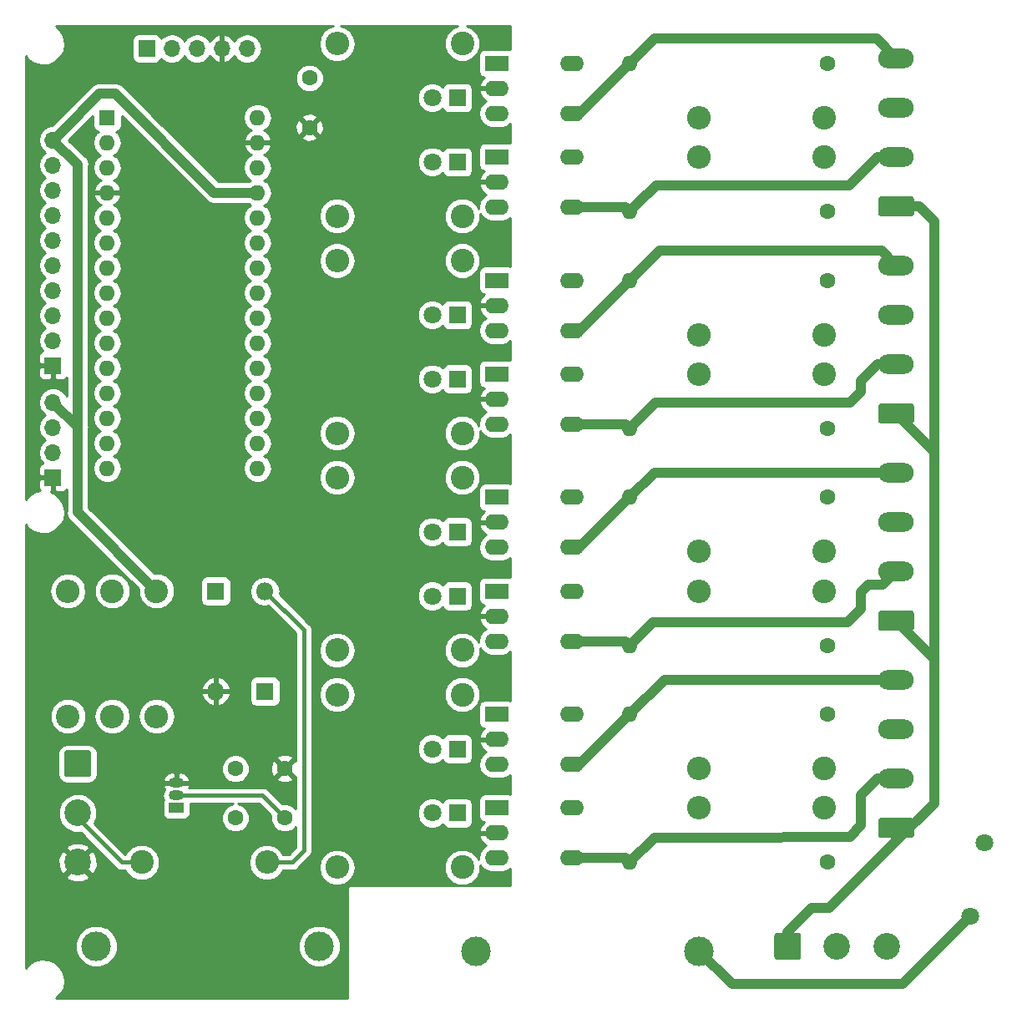
<source format=gbr>
G04 #@! TF.GenerationSoftware,KiCad,Pcbnew,5.0.1*
G04 #@! TF.CreationDate,2019-02-23T16:35:51+01:00*
G04 #@! TF.ProjectId,optocupler,6F70746F6375706C65722E6B69636164,rev?*
G04 #@! TF.SameCoordinates,Original*
G04 #@! TF.FileFunction,Copper,L2,Bot,Signal*
G04 #@! TF.FilePolarity,Positive*
%FSLAX46Y46*%
G04 Gerber Fmt 4.6, Leading zero omitted, Abs format (unit mm)*
G04 Created by KiCad (PCBNEW 5.0.1) date Sat 23 Feb 2019 16:35:51 CET*
%MOMM*%
%LPD*%
G01*
G04 APERTURE LIST*
G04 #@! TA.AperFunction,ComponentPad*
%ADD10O,3.600000X2.000000*%
G04 #@! TD*
G04 #@! TA.AperFunction,Conductor*
%ADD11C,0.100000*%
G04 #@! TD*
G04 #@! TA.AperFunction,ComponentPad*
%ADD12C,2.000000*%
G04 #@! TD*
G04 #@! TA.AperFunction,ComponentPad*
%ADD13R,1.700000X1.700000*%
G04 #@! TD*
G04 #@! TA.AperFunction,ComponentPad*
%ADD14O,1.700000X1.700000*%
G04 #@! TD*
G04 #@! TA.AperFunction,ComponentPad*
%ADD15O,1.600000X1.600000*%
G04 #@! TD*
G04 #@! TA.AperFunction,ComponentPad*
%ADD16C,1.600000*%
G04 #@! TD*
G04 #@! TA.AperFunction,ComponentPad*
%ADD17R,2.400000X1.600000*%
G04 #@! TD*
G04 #@! TA.AperFunction,ComponentPad*
%ADD18O,2.400000X1.600000*%
G04 #@! TD*
G04 #@! TA.AperFunction,ComponentPad*
%ADD19O,2.400000X2.400000*%
G04 #@! TD*
G04 #@! TA.AperFunction,ComponentPad*
%ADD20C,2.400000*%
G04 #@! TD*
G04 #@! TA.AperFunction,ComponentPad*
%ADD21C,1.800000*%
G04 #@! TD*
G04 #@! TA.AperFunction,ComponentPad*
%ADD22C,2.700000*%
G04 #@! TD*
G04 #@! TA.AperFunction,ComponentPad*
%ADD23R,1.600000X1.600000*%
G04 #@! TD*
G04 #@! TA.AperFunction,ComponentPad*
%ADD24R,1.800000X1.800000*%
G04 #@! TD*
G04 #@! TA.AperFunction,ComponentPad*
%ADD25O,1.800000X1.800000*%
G04 #@! TD*
G04 #@! TA.AperFunction,ComponentPad*
%ADD26C,3.000000*%
G04 #@! TD*
G04 #@! TA.AperFunction,ComponentPad*
%ADD27O,1.500000X1.050000*%
G04 #@! TD*
G04 #@! TA.AperFunction,ComponentPad*
%ADD28R,1.500000X1.050000*%
G04 #@! TD*
G04 #@! TA.AperFunction,Conductor*
%ADD29C,1.000000*%
G04 #@! TD*
G04 #@! TA.AperFunction,Conductor*
%ADD30C,0.400000*%
G04 #@! TD*
G04 #@! TA.AperFunction,Conductor*
%ADD31C,0.254000*%
G04 #@! TD*
G04 APERTURE END LIST*
D10*
G04 #@! TO.P,J7,4*
G04 #@! TO.N,Net-(C7-Pad2)*
X179000000Y-59000000D03*
G04 #@! TO.P,J7,3*
G04 #@! TO.N,Net-(J3-Pad2)*
X179000000Y-64000000D03*
G04 #@! TO.P,J7,2*
G04 #@! TO.N,Net-(C8-Pad2)*
X179000000Y-69000000D03*
D11*
G04 #@! TD*
G04 #@! TO.N,Net-(J3-Pad1)*
G04 #@! TO.C,J7*
G36*
X180574504Y-73001204D02*
X180598773Y-73004804D01*
X180622571Y-73010765D01*
X180645671Y-73019030D01*
X180667849Y-73029520D01*
X180688893Y-73042133D01*
X180708598Y-73056747D01*
X180726777Y-73073223D01*
X180743253Y-73091402D01*
X180757867Y-73111107D01*
X180770480Y-73132151D01*
X180780970Y-73154329D01*
X180789235Y-73177429D01*
X180795196Y-73201227D01*
X180798796Y-73225496D01*
X180800000Y-73250000D01*
X180800000Y-74750000D01*
X180798796Y-74774504D01*
X180795196Y-74798773D01*
X180789235Y-74822571D01*
X180780970Y-74845671D01*
X180770480Y-74867849D01*
X180757867Y-74888893D01*
X180743253Y-74908598D01*
X180726777Y-74926777D01*
X180708598Y-74943253D01*
X180688893Y-74957867D01*
X180667849Y-74970480D01*
X180645671Y-74980970D01*
X180622571Y-74989235D01*
X180598773Y-74995196D01*
X180574504Y-74998796D01*
X180550000Y-75000000D01*
X177450000Y-75000000D01*
X177425496Y-74998796D01*
X177401227Y-74995196D01*
X177377429Y-74989235D01*
X177354329Y-74980970D01*
X177332151Y-74970480D01*
X177311107Y-74957867D01*
X177291402Y-74943253D01*
X177273223Y-74926777D01*
X177256747Y-74908598D01*
X177242133Y-74888893D01*
X177229520Y-74867849D01*
X177219030Y-74845671D01*
X177210765Y-74822571D01*
X177204804Y-74798773D01*
X177201204Y-74774504D01*
X177200000Y-74750000D01*
X177200000Y-73250000D01*
X177201204Y-73225496D01*
X177204804Y-73201227D01*
X177210765Y-73177429D01*
X177219030Y-73154329D01*
X177229520Y-73132151D01*
X177242133Y-73111107D01*
X177256747Y-73091402D01*
X177273223Y-73073223D01*
X177291402Y-73056747D01*
X177311107Y-73042133D01*
X177332151Y-73029520D01*
X177354329Y-73019030D01*
X177377429Y-73010765D01*
X177401227Y-73004804D01*
X177425496Y-73001204D01*
X177450000Y-73000000D01*
X180550000Y-73000000D01*
X180574504Y-73001204D01*
X180574504Y-73001204D01*
G37*
D12*
G04 #@! TO.P,J7,1*
G04 #@! TO.N,Net-(J3-Pad1)*
X179000000Y-74000000D03*
G04 #@! TD*
D11*
G04 #@! TO.N,Net-(J3-Pad1)*
G04 #@! TO.C,J6*
G36*
X180574504Y-94001204D02*
X180598773Y-94004804D01*
X180622571Y-94010765D01*
X180645671Y-94019030D01*
X180667849Y-94029520D01*
X180688893Y-94042133D01*
X180708598Y-94056747D01*
X180726777Y-94073223D01*
X180743253Y-94091402D01*
X180757867Y-94111107D01*
X180770480Y-94132151D01*
X180780970Y-94154329D01*
X180789235Y-94177429D01*
X180795196Y-94201227D01*
X180798796Y-94225496D01*
X180800000Y-94250000D01*
X180800000Y-95750000D01*
X180798796Y-95774504D01*
X180795196Y-95798773D01*
X180789235Y-95822571D01*
X180780970Y-95845671D01*
X180770480Y-95867849D01*
X180757867Y-95888893D01*
X180743253Y-95908598D01*
X180726777Y-95926777D01*
X180708598Y-95943253D01*
X180688893Y-95957867D01*
X180667849Y-95970480D01*
X180645671Y-95980970D01*
X180622571Y-95989235D01*
X180598773Y-95995196D01*
X180574504Y-95998796D01*
X180550000Y-96000000D01*
X177450000Y-96000000D01*
X177425496Y-95998796D01*
X177401227Y-95995196D01*
X177377429Y-95989235D01*
X177354329Y-95980970D01*
X177332151Y-95970480D01*
X177311107Y-95957867D01*
X177291402Y-95943253D01*
X177273223Y-95926777D01*
X177256747Y-95908598D01*
X177242133Y-95888893D01*
X177229520Y-95867849D01*
X177219030Y-95845671D01*
X177210765Y-95822571D01*
X177204804Y-95798773D01*
X177201204Y-95774504D01*
X177200000Y-95750000D01*
X177200000Y-94250000D01*
X177201204Y-94225496D01*
X177204804Y-94201227D01*
X177210765Y-94177429D01*
X177219030Y-94154329D01*
X177229520Y-94132151D01*
X177242133Y-94111107D01*
X177256747Y-94091402D01*
X177273223Y-94073223D01*
X177291402Y-94056747D01*
X177311107Y-94042133D01*
X177332151Y-94029520D01*
X177354329Y-94019030D01*
X177377429Y-94010765D01*
X177401227Y-94004804D01*
X177425496Y-94001204D01*
X177450000Y-94000000D01*
X180550000Y-94000000D01*
X180574504Y-94001204D01*
X180574504Y-94001204D01*
G37*
D12*
G04 #@! TD*
G04 #@! TO.P,J6,1*
G04 #@! TO.N,Net-(J3-Pad1)*
X179000000Y-95000000D03*
D10*
G04 #@! TO.P,J6,2*
G04 #@! TO.N,Net-(C6-Pad2)*
X179000000Y-90000000D03*
G04 #@! TO.P,J6,3*
G04 #@! TO.N,Net-(J3-Pad2)*
X179000000Y-85000000D03*
G04 #@! TO.P,J6,4*
G04 #@! TO.N,Net-(C5-Pad2)*
X179000000Y-80000000D03*
G04 #@! TD*
G04 #@! TO.P,J5,4*
G04 #@! TO.N,Net-(C3-Pad2)*
X179000000Y-101000000D03*
G04 #@! TO.P,J5,3*
G04 #@! TO.N,Net-(J3-Pad2)*
X179000000Y-106000000D03*
G04 #@! TO.P,J5,2*
G04 #@! TO.N,Net-(C4-Pad2)*
X179000000Y-111000000D03*
D11*
G04 #@! TD*
G04 #@! TO.N,Net-(J3-Pad1)*
G04 #@! TO.C,J5*
G36*
X180574504Y-115001204D02*
X180598773Y-115004804D01*
X180622571Y-115010765D01*
X180645671Y-115019030D01*
X180667849Y-115029520D01*
X180688893Y-115042133D01*
X180708598Y-115056747D01*
X180726777Y-115073223D01*
X180743253Y-115091402D01*
X180757867Y-115111107D01*
X180770480Y-115132151D01*
X180780970Y-115154329D01*
X180789235Y-115177429D01*
X180795196Y-115201227D01*
X180798796Y-115225496D01*
X180800000Y-115250000D01*
X180800000Y-116750000D01*
X180798796Y-116774504D01*
X180795196Y-116798773D01*
X180789235Y-116822571D01*
X180780970Y-116845671D01*
X180770480Y-116867849D01*
X180757867Y-116888893D01*
X180743253Y-116908598D01*
X180726777Y-116926777D01*
X180708598Y-116943253D01*
X180688893Y-116957867D01*
X180667849Y-116970480D01*
X180645671Y-116980970D01*
X180622571Y-116989235D01*
X180598773Y-116995196D01*
X180574504Y-116998796D01*
X180550000Y-117000000D01*
X177450000Y-117000000D01*
X177425496Y-116998796D01*
X177401227Y-116995196D01*
X177377429Y-116989235D01*
X177354329Y-116980970D01*
X177332151Y-116970480D01*
X177311107Y-116957867D01*
X177291402Y-116943253D01*
X177273223Y-116926777D01*
X177256747Y-116908598D01*
X177242133Y-116888893D01*
X177229520Y-116867849D01*
X177219030Y-116845671D01*
X177210765Y-116822571D01*
X177204804Y-116798773D01*
X177201204Y-116774504D01*
X177200000Y-116750000D01*
X177200000Y-115250000D01*
X177201204Y-115225496D01*
X177204804Y-115201227D01*
X177210765Y-115177429D01*
X177219030Y-115154329D01*
X177229520Y-115132151D01*
X177242133Y-115111107D01*
X177256747Y-115091402D01*
X177273223Y-115073223D01*
X177291402Y-115056747D01*
X177311107Y-115042133D01*
X177332151Y-115029520D01*
X177354329Y-115019030D01*
X177377429Y-115010765D01*
X177401227Y-115004804D01*
X177425496Y-115001204D01*
X177450000Y-115000000D01*
X180550000Y-115000000D01*
X180574504Y-115001204D01*
X180574504Y-115001204D01*
G37*
D12*
G04 #@! TO.P,J5,1*
G04 #@! TO.N,Net-(J3-Pad1)*
X179000000Y-116000000D03*
G04 #@! TD*
D11*
G04 #@! TO.N,Net-(J3-Pad1)*
G04 #@! TO.C,J4*
G36*
X180574504Y-136001204D02*
X180598773Y-136004804D01*
X180622571Y-136010765D01*
X180645671Y-136019030D01*
X180667849Y-136029520D01*
X180688893Y-136042133D01*
X180708598Y-136056747D01*
X180726777Y-136073223D01*
X180743253Y-136091402D01*
X180757867Y-136111107D01*
X180770480Y-136132151D01*
X180780970Y-136154329D01*
X180789235Y-136177429D01*
X180795196Y-136201227D01*
X180798796Y-136225496D01*
X180800000Y-136250000D01*
X180800000Y-137750000D01*
X180798796Y-137774504D01*
X180795196Y-137798773D01*
X180789235Y-137822571D01*
X180780970Y-137845671D01*
X180770480Y-137867849D01*
X180757867Y-137888893D01*
X180743253Y-137908598D01*
X180726777Y-137926777D01*
X180708598Y-137943253D01*
X180688893Y-137957867D01*
X180667849Y-137970480D01*
X180645671Y-137980970D01*
X180622571Y-137989235D01*
X180598773Y-137995196D01*
X180574504Y-137998796D01*
X180550000Y-138000000D01*
X177450000Y-138000000D01*
X177425496Y-137998796D01*
X177401227Y-137995196D01*
X177377429Y-137989235D01*
X177354329Y-137980970D01*
X177332151Y-137970480D01*
X177311107Y-137957867D01*
X177291402Y-137943253D01*
X177273223Y-137926777D01*
X177256747Y-137908598D01*
X177242133Y-137888893D01*
X177229520Y-137867849D01*
X177219030Y-137845671D01*
X177210765Y-137822571D01*
X177204804Y-137798773D01*
X177201204Y-137774504D01*
X177200000Y-137750000D01*
X177200000Y-136250000D01*
X177201204Y-136225496D01*
X177204804Y-136201227D01*
X177210765Y-136177429D01*
X177219030Y-136154329D01*
X177229520Y-136132151D01*
X177242133Y-136111107D01*
X177256747Y-136091402D01*
X177273223Y-136073223D01*
X177291402Y-136056747D01*
X177311107Y-136042133D01*
X177332151Y-136029520D01*
X177354329Y-136019030D01*
X177377429Y-136010765D01*
X177401227Y-136004804D01*
X177425496Y-136001204D01*
X177450000Y-136000000D01*
X180550000Y-136000000D01*
X180574504Y-136001204D01*
X180574504Y-136001204D01*
G37*
D12*
G04 #@! TD*
G04 #@! TO.P,J4,1*
G04 #@! TO.N,Net-(J3-Pad1)*
X179000000Y-137000000D03*
D10*
G04 #@! TO.P,J4,2*
G04 #@! TO.N,Net-(C2-Pad2)*
X179000000Y-132000000D03*
G04 #@! TO.P,J4,3*
G04 #@! TO.N,Net-(J3-Pad2)*
X179000000Y-127000000D03*
G04 #@! TO.P,J4,4*
G04 #@! TO.N,Net-(C1-Pad2)*
X179000000Y-122000000D03*
G04 #@! TD*
D13*
G04 #@! TO.P,J2,1*
G04 #@! TO.N,Net-(A1-Pad1)*
X103000000Y-58000000D03*
D14*
G04 #@! TO.P,J2,2*
G04 #@! TO.N,Net-(A1-Pad2)*
X105540000Y-58000000D03*
G04 #@! TO.P,J2,3*
G04 #@! TO.N,Net-(A1-Pad30)*
X108080000Y-58000000D03*
G04 #@! TO.P,J2,4*
G04 #@! TO.N,Net-(A1-Pad29)*
X110620000Y-58000000D03*
G04 #@! TO.P,J2,5*
G04 #@! TO.N,Net-(A1-Pad3)*
X113160000Y-58000000D03*
G04 #@! TD*
D15*
G04 #@! TO.P,C1,2*
G04 #@! TO.N,Net-(C1-Pad2)*
X152000000Y-125500000D03*
D16*
G04 #@! TO.P,C1,1*
G04 #@! TO.N,Net-(C1-Pad1)*
X172000000Y-125500000D03*
G04 #@! TD*
D17*
G04 #@! TO.P,U7,1*
G04 #@! TO.N,Net-(D8-Pad1)*
X138500000Y-59500000D03*
D18*
G04 #@! TO.P,U7,4*
G04 #@! TO.N,Net-(C7-Pad2)*
X146120000Y-64580000D03*
G04 #@! TO.P,U7,2*
G04 #@! TO.N,Net-(A1-Pad29)*
X138500000Y-62040000D03*
G04 #@! TO.P,U7,5*
G04 #@! TO.N,N/C*
X138500000Y-64580000D03*
G04 #@! TO.P,U7,3*
G04 #@! TO.N,Net-(F1-Pad1)*
X146120000Y-59500000D03*
G04 #@! TD*
D19*
G04 #@! TO.P,R12,2*
G04 #@! TO.N,Net-(C4-Pad1)*
X159000000Y-113000000D03*
D20*
G04 #@! TO.P,R12,1*
G04 #@! TO.N,Net-(J3-Pad2)*
X171700000Y-113000000D03*
G04 #@! TD*
D19*
G04 #@! TO.P,R13,2*
G04 #@! TO.N,Net-(C5-Pad1)*
X159000000Y-87000000D03*
D20*
G04 #@! TO.P,R13,1*
G04 #@! TO.N,Net-(J3-Pad2)*
X171700000Y-87000000D03*
G04 #@! TD*
G04 #@! TO.P,R14,1*
G04 #@! TO.N,Net-(J3-Pad2)*
X171700000Y-91000000D03*
D19*
G04 #@! TO.P,R14,2*
G04 #@! TO.N,Net-(C6-Pad1)*
X159000000Y-91000000D03*
G04 #@! TD*
G04 #@! TO.P,R15,2*
G04 #@! TO.N,Net-(C7-Pad1)*
X159000000Y-65000000D03*
D20*
G04 #@! TO.P,R15,1*
G04 #@! TO.N,Net-(J3-Pad2)*
X171700000Y-65000000D03*
G04 #@! TD*
G04 #@! TO.P,R16,1*
G04 #@! TO.N,Net-(J3-Pad2)*
X171700000Y-69000000D03*
D19*
G04 #@! TO.P,R16,2*
G04 #@! TO.N,Net-(C8-Pad1)*
X159000000Y-69000000D03*
G04 #@! TD*
D21*
G04 #@! TO.P,RV1,1*
G04 #@! TO.N,Net-(F1-Pad1)*
X186500000Y-146000000D03*
G04 #@! TO.P,RV1,2*
G04 #@! TO.N,Net-(J3-Pad2)*
X187950000Y-138500000D03*
G04 #@! TD*
D15*
G04 #@! TO.P,C3,2*
G04 #@! TO.N,Net-(C3-Pad2)*
X152000000Y-103500000D03*
D16*
G04 #@! TO.P,C3,1*
G04 #@! TO.N,Net-(C3-Pad1)*
X172000000Y-103500000D03*
G04 #@! TD*
G04 #@! TO.P,C5,1*
G04 #@! TO.N,Net-(C5-Pad1)*
X172000000Y-81500000D03*
D15*
G04 #@! TO.P,C5,2*
G04 #@! TO.N,Net-(C5-Pad2)*
X152000000Y-81500000D03*
G04 #@! TD*
D16*
G04 #@! TO.P,C7,1*
G04 #@! TO.N,Net-(C7-Pad1)*
X172000000Y-59500000D03*
D15*
G04 #@! TO.P,C7,2*
G04 #@! TO.N,Net-(C7-Pad2)*
X152000000Y-59500000D03*
G04 #@! TD*
D11*
G04 #@! TO.N,Net-(J3-Pad1)*
G04 #@! TO.C,J3*
G36*
X169124503Y-147651204D02*
X169148772Y-147654804D01*
X169172570Y-147660765D01*
X169195670Y-147669030D01*
X169217849Y-147679520D01*
X169238892Y-147692133D01*
X169258598Y-147706748D01*
X169276776Y-147723224D01*
X169293252Y-147741402D01*
X169307867Y-147761108D01*
X169320480Y-147782151D01*
X169330970Y-147804330D01*
X169339235Y-147827430D01*
X169345196Y-147851228D01*
X169348796Y-147875497D01*
X169350000Y-147900001D01*
X169350000Y-150099999D01*
X169348796Y-150124503D01*
X169345196Y-150148772D01*
X169339235Y-150172570D01*
X169330970Y-150195670D01*
X169320480Y-150217849D01*
X169307867Y-150238892D01*
X169293252Y-150258598D01*
X169276776Y-150276776D01*
X169258598Y-150293252D01*
X169238892Y-150307867D01*
X169217849Y-150320480D01*
X169195670Y-150330970D01*
X169172570Y-150339235D01*
X169148772Y-150345196D01*
X169124503Y-150348796D01*
X169099999Y-150350000D01*
X166900001Y-150350000D01*
X166875497Y-150348796D01*
X166851228Y-150345196D01*
X166827430Y-150339235D01*
X166804330Y-150330970D01*
X166782151Y-150320480D01*
X166761108Y-150307867D01*
X166741402Y-150293252D01*
X166723224Y-150276776D01*
X166706748Y-150258598D01*
X166692133Y-150238892D01*
X166679520Y-150217849D01*
X166669030Y-150195670D01*
X166660765Y-150172570D01*
X166654804Y-150148772D01*
X166651204Y-150124503D01*
X166650000Y-150099999D01*
X166650000Y-147900001D01*
X166651204Y-147875497D01*
X166654804Y-147851228D01*
X166660765Y-147827430D01*
X166669030Y-147804330D01*
X166679520Y-147782151D01*
X166692133Y-147761108D01*
X166706748Y-147741402D01*
X166723224Y-147723224D01*
X166741402Y-147706748D01*
X166761108Y-147692133D01*
X166782151Y-147679520D01*
X166804330Y-147669030D01*
X166827430Y-147660765D01*
X166851228Y-147654804D01*
X166875497Y-147651204D01*
X166900001Y-147650000D01*
X169099999Y-147650000D01*
X169124503Y-147651204D01*
X169124503Y-147651204D01*
G37*
D22*
G04 #@! TD*
G04 #@! TO.P,J3,1*
G04 #@! TO.N,Net-(J3-Pad1)*
X168000000Y-149000000D03*
G04 #@! TO.P,J3,2*
G04 #@! TO.N,Net-(J3-Pad2)*
X173000000Y-149000000D03*
G04 #@! TO.P,J3,3*
G04 #@! TO.N,Net-(F1-Pad2)*
X178000000Y-149000000D03*
G04 #@! TD*
D15*
G04 #@! TO.P,C6,2*
G04 #@! TO.N,Net-(C6-Pad2)*
X152000000Y-96500000D03*
D16*
G04 #@! TO.P,C6,1*
G04 #@! TO.N,Net-(C6-Pad1)*
X172000000Y-96500000D03*
G04 #@! TD*
G04 #@! TO.P,C8,1*
G04 #@! TO.N,Net-(C8-Pad1)*
X172000000Y-74500000D03*
D15*
G04 #@! TO.P,C8,2*
G04 #@! TO.N,Net-(C8-Pad2)*
X152000000Y-74500000D03*
G04 #@! TD*
G04 #@! TO.P,C4,2*
G04 #@! TO.N,Net-(C4-Pad2)*
X152000000Y-118500000D03*
D16*
G04 #@! TO.P,C4,1*
G04 #@! TO.N,Net-(C4-Pad1)*
X172000000Y-118500000D03*
G04 #@! TD*
G04 #@! TO.P,C2,1*
G04 #@! TO.N,Net-(C2-Pad1)*
X172000000Y-140500000D03*
D15*
G04 #@! TO.P,C2,2*
G04 #@! TO.N,Net-(C2-Pad2)*
X152000000Y-140500000D03*
G04 #@! TD*
D20*
G04 #@! TO.P,R9,1*
G04 #@! TO.N,Net-(J3-Pad2)*
X171700000Y-131000000D03*
D19*
G04 #@! TO.P,R9,2*
G04 #@! TO.N,Net-(C1-Pad1)*
X159000000Y-131000000D03*
G04 #@! TD*
D20*
G04 #@! TO.P,R10,1*
G04 #@! TO.N,Net-(J3-Pad2)*
X171700000Y-135000000D03*
D19*
G04 #@! TO.P,R10,2*
G04 #@! TO.N,Net-(C2-Pad1)*
X159000000Y-135000000D03*
G04 #@! TD*
D20*
G04 #@! TO.P,R11,1*
G04 #@! TO.N,Net-(J3-Pad2)*
X171700000Y-109000000D03*
D19*
G04 #@! TO.P,R11,2*
G04 #@! TO.N,Net-(C3-Pad1)*
X159000000Y-109000000D03*
G04 #@! TD*
D13*
G04 #@! TO.P,J8,1*
G04 #@! TO.N,Net-(A1-Pad29)*
X93500000Y-101500000D03*
D14*
G04 #@! TO.P,J8,2*
G04 #@! TO.N,Net-(A1-Pad14)*
X93500000Y-98960000D03*
G04 #@! TO.P,J8,3*
G04 #@! TO.N,Net-(A1-Pad13)*
X93500000Y-96420000D03*
G04 #@! TO.P,J8,4*
G04 #@! TO.N,Net-(A1-Pad27)*
X93500000Y-93880000D03*
G04 #@! TD*
D13*
G04 #@! TO.P,J1,1*
G04 #@! TO.N,Net-(A1-Pad29)*
X93500000Y-90140000D03*
D14*
G04 #@! TO.P,J1,2*
G04 #@! TO.N,Net-(A1-Pad12)*
X93500000Y-87600000D03*
G04 #@! TO.P,J1,3*
G04 #@! TO.N,Net-(A1-Pad11)*
X93500000Y-85060000D03*
G04 #@! TO.P,J1,4*
G04 #@! TO.N,Net-(A1-Pad10)*
X93500000Y-82520000D03*
G04 #@! TO.P,J1,5*
G04 #@! TO.N,Net-(A1-Pad9)*
X93500000Y-79980000D03*
G04 #@! TO.P,J1,6*
G04 #@! TO.N,Net-(A1-Pad8)*
X93500000Y-77440000D03*
G04 #@! TO.P,J1,7*
G04 #@! TO.N,Net-(A1-Pad7)*
X93500000Y-74900000D03*
G04 #@! TO.P,J1,8*
G04 #@! TO.N,Net-(A1-Pad6)*
X93500000Y-72360000D03*
G04 #@! TO.P,J1,9*
G04 #@! TO.N,Net-(A1-Pad5)*
X93500000Y-69820000D03*
G04 #@! TO.P,J1,10*
G04 #@! TO.N,Net-(A1-Pad27)*
X93500000Y-67280000D03*
G04 #@! TD*
D20*
G04 #@! TO.P,R20,1*
G04 #@! TO.N,Net-(J9-Pad2)*
X102500000Y-140500000D03*
D19*
G04 #@! TO.P,R20,2*
G04 #@! TO.N,Net-(A1-Pad16)*
X115200000Y-140500000D03*
G04 #@! TD*
D23*
G04 #@! TO.P,A1,1*
G04 #@! TO.N,Net-(A1-Pad1)*
X99000000Y-65000000D03*
D15*
G04 #@! TO.P,A1,17*
G04 #@! TO.N,Net-(A1-Pad17)*
X114240000Y-98020000D03*
G04 #@! TO.P,A1,2*
G04 #@! TO.N,Net-(A1-Pad2)*
X99000000Y-67540000D03*
G04 #@! TO.P,A1,18*
G04 #@! TO.N,Net-(A1-Pad18)*
X114240000Y-95480000D03*
G04 #@! TO.P,A1,3*
G04 #@! TO.N,Net-(A1-Pad3)*
X99000000Y-70080000D03*
G04 #@! TO.P,A1,19*
G04 #@! TO.N,Net-(A1-Pad19)*
X114240000Y-92940000D03*
G04 #@! TO.P,A1,4*
G04 #@! TO.N,Net-(A1-Pad29)*
X99000000Y-72620000D03*
G04 #@! TO.P,A1,20*
G04 #@! TO.N,Net-(A1-Pad20)*
X114240000Y-90400000D03*
G04 #@! TO.P,A1,5*
G04 #@! TO.N,Net-(A1-Pad5)*
X99000000Y-75160000D03*
G04 #@! TO.P,A1,21*
G04 #@! TO.N,Net-(A1-Pad21)*
X114240000Y-87860000D03*
G04 #@! TO.P,A1,6*
G04 #@! TO.N,Net-(A1-Pad6)*
X99000000Y-77700000D03*
G04 #@! TO.P,A1,22*
G04 #@! TO.N,Net-(A1-Pad22)*
X114240000Y-85320000D03*
G04 #@! TO.P,A1,7*
G04 #@! TO.N,Net-(A1-Pad7)*
X99000000Y-80240000D03*
G04 #@! TO.P,A1,23*
G04 #@! TO.N,Net-(A1-Pad23)*
X114240000Y-82780000D03*
G04 #@! TO.P,A1,8*
G04 #@! TO.N,Net-(A1-Pad8)*
X99000000Y-82780000D03*
G04 #@! TO.P,A1,24*
G04 #@! TO.N,Net-(A1-Pad24)*
X114240000Y-80240000D03*
G04 #@! TO.P,A1,9*
G04 #@! TO.N,Net-(A1-Pad9)*
X99000000Y-85320000D03*
G04 #@! TO.P,A1,25*
G04 #@! TO.N,Net-(A1-Pad25)*
X114240000Y-77700000D03*
G04 #@! TO.P,A1,10*
G04 #@! TO.N,Net-(A1-Pad10)*
X99000000Y-87860000D03*
G04 #@! TO.P,A1,26*
G04 #@! TO.N,Net-(A1-Pad26)*
X114240000Y-75160000D03*
G04 #@! TO.P,A1,11*
G04 #@! TO.N,Net-(A1-Pad11)*
X99000000Y-90400000D03*
G04 #@! TO.P,A1,27*
G04 #@! TO.N,Net-(A1-Pad27)*
X114240000Y-72620000D03*
G04 #@! TO.P,A1,12*
G04 #@! TO.N,Net-(A1-Pad12)*
X99000000Y-92940000D03*
G04 #@! TO.P,A1,28*
G04 #@! TO.N,Net-(A1-Pad28)*
X114240000Y-70080000D03*
G04 #@! TO.P,A1,13*
G04 #@! TO.N,Net-(A1-Pad13)*
X99000000Y-95480000D03*
G04 #@! TO.P,A1,29*
G04 #@! TO.N,Net-(A1-Pad29)*
X114240000Y-67540000D03*
G04 #@! TO.P,A1,14*
G04 #@! TO.N,Net-(A1-Pad14)*
X99000000Y-98020000D03*
G04 #@! TO.P,A1,30*
G04 #@! TO.N,Net-(A1-Pad30)*
X114240000Y-65000000D03*
G04 #@! TO.P,A1,15*
G04 #@! TO.N,Net-(A1-Pad15)*
X99000000Y-100560000D03*
G04 #@! TO.P,A1,16*
G04 #@! TO.N,Net-(A1-Pad16)*
X114240000Y-100560000D03*
G04 #@! TD*
D17*
G04 #@! TO.P,U1,1*
G04 #@! TO.N,Net-(D2-Pad1)*
X138500000Y-125500000D03*
D18*
G04 #@! TO.P,U1,4*
G04 #@! TO.N,Net-(C1-Pad2)*
X146120000Y-130580000D03*
G04 #@! TO.P,U1,2*
G04 #@! TO.N,Net-(A1-Pad29)*
X138500000Y-128040000D03*
G04 #@! TO.P,U1,5*
G04 #@! TO.N,N/C*
X138500000Y-130580000D03*
G04 #@! TO.P,U1,3*
G04 #@! TO.N,Net-(F1-Pad1)*
X146120000Y-125500000D03*
G04 #@! TD*
D17*
G04 #@! TO.P,U2,1*
G04 #@! TO.N,Net-(D1-Pad1)*
X138500000Y-135000000D03*
D18*
G04 #@! TO.P,U2,4*
G04 #@! TO.N,Net-(C2-Pad2)*
X146120000Y-140080000D03*
G04 #@! TO.P,U2,2*
G04 #@! TO.N,Net-(A1-Pad29)*
X138500000Y-137540000D03*
G04 #@! TO.P,U2,5*
G04 #@! TO.N,N/C*
X138500000Y-140080000D03*
G04 #@! TO.P,U2,3*
G04 #@! TO.N,Net-(F1-Pad1)*
X146120000Y-135000000D03*
G04 #@! TD*
D17*
G04 #@! TO.P,U3,1*
G04 #@! TO.N,Net-(D4-Pad1)*
X138500000Y-103500000D03*
D18*
G04 #@! TO.P,U3,4*
G04 #@! TO.N,Net-(C3-Pad2)*
X146120000Y-108580000D03*
G04 #@! TO.P,U3,2*
G04 #@! TO.N,Net-(A1-Pad29)*
X138500000Y-106040000D03*
G04 #@! TO.P,U3,5*
G04 #@! TO.N,N/C*
X138500000Y-108580000D03*
G04 #@! TO.P,U3,3*
G04 #@! TO.N,Net-(F1-Pad1)*
X146120000Y-103500000D03*
G04 #@! TD*
D17*
G04 #@! TO.P,U4,1*
G04 #@! TO.N,Net-(D3-Pad1)*
X138500000Y-113000000D03*
D18*
G04 #@! TO.P,U4,4*
G04 #@! TO.N,Net-(C4-Pad2)*
X146120000Y-118080000D03*
G04 #@! TO.P,U4,2*
G04 #@! TO.N,Net-(A1-Pad29)*
X138500000Y-115540000D03*
G04 #@! TO.P,U4,5*
G04 #@! TO.N,N/C*
X138500000Y-118080000D03*
G04 #@! TO.P,U4,3*
G04 #@! TO.N,Net-(F1-Pad1)*
X146120000Y-113000000D03*
G04 #@! TD*
D17*
G04 #@! TO.P,U5,1*
G04 #@! TO.N,Net-(D6-Pad1)*
X138500000Y-81500000D03*
D18*
G04 #@! TO.P,U5,4*
G04 #@! TO.N,Net-(C5-Pad2)*
X146120000Y-86580000D03*
G04 #@! TO.P,U5,2*
G04 #@! TO.N,Net-(A1-Pad29)*
X138500000Y-84040000D03*
G04 #@! TO.P,U5,5*
G04 #@! TO.N,N/C*
X138500000Y-86580000D03*
G04 #@! TO.P,U5,3*
G04 #@! TO.N,Net-(F1-Pad1)*
X146120000Y-81500000D03*
G04 #@! TD*
D17*
G04 #@! TO.P,U6,1*
G04 #@! TO.N,Net-(D5-Pad1)*
X138500000Y-91000000D03*
D18*
G04 #@! TO.P,U6,4*
G04 #@! TO.N,Net-(C6-Pad2)*
X146120000Y-96080000D03*
G04 #@! TO.P,U6,2*
G04 #@! TO.N,Net-(A1-Pad29)*
X138500000Y-93540000D03*
G04 #@! TO.P,U6,5*
G04 #@! TO.N,N/C*
X138500000Y-96080000D03*
G04 #@! TO.P,U6,3*
G04 #@! TO.N,Net-(F1-Pad1)*
X146120000Y-91000000D03*
G04 #@! TD*
D17*
G04 #@! TO.P,U8,1*
G04 #@! TO.N,Net-(D7-Pad1)*
X138500000Y-69000000D03*
D18*
G04 #@! TO.P,U8,4*
G04 #@! TO.N,Net-(C8-Pad2)*
X146120000Y-74080000D03*
G04 #@! TO.P,U8,2*
G04 #@! TO.N,Net-(A1-Pad29)*
X138500000Y-71540000D03*
G04 #@! TO.P,U8,5*
G04 #@! TO.N,N/C*
X138500000Y-74080000D03*
G04 #@! TO.P,U8,3*
G04 #@! TO.N,Net-(F1-Pad1)*
X146120000Y-69000000D03*
G04 #@! TD*
D16*
G04 #@! TO.P,C9,1*
G04 #@! TO.N,Net-(A1-Pad29)*
X119500000Y-66000000D03*
G04 #@! TO.P,C9,2*
G04 #@! TO.N,Net-(A1-Pad30)*
X119500000Y-61000000D03*
G04 #@! TD*
G04 #@! TO.P,C10,1*
G04 #@! TO.N,Net-(C10-Pad1)*
X112000000Y-136000000D03*
G04 #@! TO.P,C10,2*
G04 #@! TO.N,Net-(C10-Pad2)*
X117000000Y-136000000D03*
G04 #@! TD*
G04 #@! TO.P,C11,2*
G04 #@! TO.N,Net-(A1-Pad29)*
X117000000Y-131000000D03*
G04 #@! TO.P,C11,1*
G04 #@! TO.N,Net-(C10-Pad1)*
X112000000Y-131000000D03*
G04 #@! TD*
D24*
G04 #@! TO.P,D1,1*
G04 #@! TO.N,Net-(D1-Pad1)*
X134500000Y-135500000D03*
D21*
G04 #@! TO.P,D1,2*
G04 #@! TO.N,Net-(D1-Pad2)*
X131960000Y-135500000D03*
G04 #@! TD*
G04 #@! TO.P,D2,2*
G04 #@! TO.N,Net-(D2-Pad2)*
X131960000Y-129000000D03*
D24*
G04 #@! TO.P,D2,1*
G04 #@! TO.N,Net-(D2-Pad1)*
X134500000Y-129000000D03*
G04 #@! TD*
D21*
G04 #@! TO.P,D3,2*
G04 #@! TO.N,Net-(D3-Pad2)*
X131960000Y-113500000D03*
D24*
G04 #@! TO.P,D3,1*
G04 #@! TO.N,Net-(D3-Pad1)*
X134500000Y-113500000D03*
G04 #@! TD*
G04 #@! TO.P,D4,1*
G04 #@! TO.N,Net-(D4-Pad1)*
X134500000Y-107000000D03*
D21*
G04 #@! TO.P,D4,2*
G04 #@! TO.N,Net-(D4-Pad2)*
X131960000Y-107000000D03*
G04 #@! TD*
D24*
G04 #@! TO.P,D5,1*
G04 #@! TO.N,Net-(D5-Pad1)*
X134500000Y-91500000D03*
D21*
G04 #@! TO.P,D5,2*
G04 #@! TO.N,Net-(D5-Pad2)*
X131960000Y-91500000D03*
G04 #@! TD*
G04 #@! TO.P,D6,2*
G04 #@! TO.N,Net-(D6-Pad2)*
X131960000Y-85000000D03*
D24*
G04 #@! TO.P,D6,1*
G04 #@! TO.N,Net-(D6-Pad1)*
X134500000Y-85000000D03*
G04 #@! TD*
G04 #@! TO.P,D7,1*
G04 #@! TO.N,Net-(D7-Pad1)*
X134500000Y-69500000D03*
D21*
G04 #@! TO.P,D7,2*
G04 #@! TO.N,Net-(D7-Pad2)*
X131960000Y-69500000D03*
G04 #@! TD*
G04 #@! TO.P,D8,2*
G04 #@! TO.N,Net-(D8-Pad2)*
X131960000Y-63000000D03*
D24*
G04 #@! TO.P,D8,1*
G04 #@! TO.N,Net-(D8-Pad1)*
X134500000Y-63000000D03*
G04 #@! TD*
G04 #@! TO.P,D9,1*
G04 #@! TO.N,Net-(A1-Pad27)*
X115000000Y-123160000D03*
D25*
G04 #@! TO.P,D9,2*
G04 #@! TO.N,Net-(A1-Pad16)*
X115000000Y-113000000D03*
G04 #@! TD*
G04 #@! TO.P,D10,2*
G04 #@! TO.N,Net-(A1-Pad29)*
X110000000Y-123160000D03*
D24*
G04 #@! TO.P,D10,1*
G04 #@! TO.N,Net-(A1-Pad16)*
X110000000Y-113000000D03*
G04 #@! TD*
D26*
G04 #@! TO.P,F1,2*
G04 #@! TO.N,Net-(F1-Pad2)*
X136400000Y-149500000D03*
G04 #@! TO.P,F1,1*
G04 #@! TO.N,Net-(F1-Pad1)*
X159000000Y-149500000D03*
G04 #@! TD*
G04 #@! TO.P,F2,1*
G04 #@! TO.N,Net-(A1-Pad27)*
X120500000Y-149000000D03*
G04 #@! TO.P,F2,2*
G04 #@! TO.N,Net-(F2-Pad2)*
X97900000Y-149000000D03*
G04 #@! TD*
D22*
G04 #@! TO.P,J9,3*
G04 #@! TO.N,Net-(A1-Pad29)*
X96000000Y-140500000D03*
G04 #@! TO.P,J9,2*
G04 #@! TO.N,Net-(J9-Pad2)*
X96000000Y-135500000D03*
D11*
G04 #@! TD*
G04 #@! TO.N,Net-(F2-Pad2)*
G04 #@! TO.C,J9*
G36*
X97124503Y-129151204D02*
X97148772Y-129154804D01*
X97172570Y-129160765D01*
X97195670Y-129169030D01*
X97217849Y-129179520D01*
X97238892Y-129192133D01*
X97258598Y-129206748D01*
X97276776Y-129223224D01*
X97293252Y-129241402D01*
X97307867Y-129261108D01*
X97320480Y-129282151D01*
X97330970Y-129304330D01*
X97339235Y-129327430D01*
X97345196Y-129351228D01*
X97348796Y-129375497D01*
X97350000Y-129400001D01*
X97350000Y-131599999D01*
X97348796Y-131624503D01*
X97345196Y-131648772D01*
X97339235Y-131672570D01*
X97330970Y-131695670D01*
X97320480Y-131717849D01*
X97307867Y-131738892D01*
X97293252Y-131758598D01*
X97276776Y-131776776D01*
X97258598Y-131793252D01*
X97238892Y-131807867D01*
X97217849Y-131820480D01*
X97195670Y-131830970D01*
X97172570Y-131839235D01*
X97148772Y-131845196D01*
X97124503Y-131848796D01*
X97099999Y-131850000D01*
X94900001Y-131850000D01*
X94875497Y-131848796D01*
X94851228Y-131845196D01*
X94827430Y-131839235D01*
X94804330Y-131830970D01*
X94782151Y-131820480D01*
X94761108Y-131807867D01*
X94741402Y-131793252D01*
X94723224Y-131776776D01*
X94706748Y-131758598D01*
X94692133Y-131738892D01*
X94679520Y-131717849D01*
X94669030Y-131695670D01*
X94660765Y-131672570D01*
X94654804Y-131648772D01*
X94651204Y-131624503D01*
X94650000Y-131599999D01*
X94650000Y-129400001D01*
X94651204Y-129375497D01*
X94654804Y-129351228D01*
X94660765Y-129327430D01*
X94669030Y-129304330D01*
X94679520Y-129282151D01*
X94692133Y-129261108D01*
X94706748Y-129241402D01*
X94723224Y-129223224D01*
X94741402Y-129206748D01*
X94761108Y-129192133D01*
X94782151Y-129179520D01*
X94804330Y-129169030D01*
X94827430Y-129160765D01*
X94851228Y-129154804D01*
X94875497Y-129151204D01*
X94900001Y-129150000D01*
X97099999Y-129150000D01*
X97124503Y-129151204D01*
X97124503Y-129151204D01*
G37*
D22*
G04 #@! TO.P,J9,1*
G04 #@! TO.N,Net-(F2-Pad2)*
X96000000Y-130500000D03*
G04 #@! TD*
D27*
G04 #@! TO.P,Q1,2*
G04 #@! TO.N,Net-(C10-Pad2)*
X106000000Y-133730000D03*
G04 #@! TO.P,Q1,3*
G04 #@! TO.N,Net-(A1-Pad29)*
X106000000Y-132460000D03*
D28*
G04 #@! TO.P,Q1,1*
G04 #@! TO.N,Net-(C10-Pad1)*
X106000000Y-135000000D03*
G04 #@! TD*
D19*
G04 #@! TO.P,R1,2*
G04 #@! TO.N,Net-(A1-Pad19)*
X122300000Y-141000000D03*
D20*
G04 #@! TO.P,R1,1*
G04 #@! TO.N,Net-(D1-Pad2)*
X135000000Y-141000000D03*
G04 #@! TD*
G04 #@! TO.P,R2,1*
G04 #@! TO.N,Net-(D2-Pad2)*
X135000000Y-123500000D03*
D19*
G04 #@! TO.P,R2,2*
G04 #@! TO.N,Net-(A1-Pad20)*
X122300000Y-123500000D03*
G04 #@! TD*
G04 #@! TO.P,R3,2*
G04 #@! TO.N,Net-(A1-Pad21)*
X122300000Y-119000000D03*
D20*
G04 #@! TO.P,R3,1*
G04 #@! TO.N,Net-(D3-Pad2)*
X135000000Y-119000000D03*
G04 #@! TD*
G04 #@! TO.P,R4,1*
G04 #@! TO.N,Net-(D4-Pad2)*
X135000000Y-101500000D03*
D19*
G04 #@! TO.P,R4,2*
G04 #@! TO.N,Net-(A1-Pad22)*
X122300000Y-101500000D03*
G04 #@! TD*
D20*
G04 #@! TO.P,R5,1*
G04 #@! TO.N,Net-(D5-Pad2)*
X135000000Y-97000000D03*
D19*
G04 #@! TO.P,R5,2*
G04 #@! TO.N,Net-(A1-Pad23)*
X122300000Y-97000000D03*
G04 #@! TD*
G04 #@! TO.P,R6,2*
G04 #@! TO.N,Net-(A1-Pad24)*
X122300000Y-79500000D03*
D20*
G04 #@! TO.P,R6,1*
G04 #@! TO.N,Net-(D6-Pad2)*
X135000000Y-79500000D03*
G04 #@! TD*
D19*
G04 #@! TO.P,R7,2*
G04 #@! TO.N,Net-(A1-Pad25)*
X122300000Y-75000000D03*
D20*
G04 #@! TO.P,R7,1*
G04 #@! TO.N,Net-(D7-Pad2)*
X135000000Y-75000000D03*
G04 #@! TD*
G04 #@! TO.P,R8,1*
G04 #@! TO.N,Net-(D8-Pad2)*
X135000000Y-57500000D03*
D19*
G04 #@! TO.P,R8,2*
G04 #@! TO.N,Net-(A1-Pad26)*
X122300000Y-57500000D03*
G04 #@! TD*
G04 #@! TO.P,R17,2*
G04 #@! TO.N,Net-(A1-Pad15)*
X95000000Y-113000000D03*
D20*
G04 #@! TO.P,R17,1*
G04 #@! TO.N,Net-(C10-Pad2)*
X95000000Y-125700000D03*
G04 #@! TD*
D19*
G04 #@! TO.P,R18,2*
G04 #@! TO.N,Net-(C10-Pad1)*
X99500000Y-125700000D03*
D20*
G04 #@! TO.P,R18,1*
G04 #@! TO.N,Net-(A1-Pad16)*
X99500000Y-113000000D03*
G04 #@! TD*
G04 #@! TO.P,R19,1*
G04 #@! TO.N,Net-(A1-Pad27)*
X104000000Y-113000000D03*
D19*
G04 #@! TO.P,R19,2*
G04 #@! TO.N,Net-(C10-Pad1)*
X104000000Y-125700000D03*
G04 #@! TD*
D29*
G04 #@! TO.N,Net-(A1-Pad27)*
X96000000Y-69780000D02*
X96000000Y-94880002D01*
X93500000Y-67280000D02*
X96000000Y-69780000D01*
X96000000Y-105000000D02*
X104000000Y-113000000D01*
X93500000Y-93880000D02*
X96000000Y-96380000D01*
X96000000Y-96380000D02*
X96000000Y-105000000D01*
X96000000Y-94880002D02*
X96000000Y-96380000D01*
X94349999Y-66430001D02*
X93500000Y-67280000D01*
X98180000Y-62600000D02*
X94349999Y-66430001D01*
X99820002Y-62600000D02*
X98180000Y-62600000D01*
X114240000Y-72620000D02*
X109840002Y-72620000D01*
X109840002Y-72620000D02*
X99820002Y-62600000D01*
D30*
G04 #@! TO.N,Net-(A1-Pad16)*
X117740000Y-140500000D02*
X115200000Y-140500000D01*
X118939999Y-139300001D02*
X117740000Y-140500000D01*
X115000000Y-113000000D02*
X118939999Y-116939999D01*
X118939999Y-116939999D02*
X118939999Y-139300001D01*
D29*
G04 #@! TO.N,Net-(C1-Pad2)*
X146920000Y-130580000D02*
X152000000Y-125500000D01*
X146120000Y-130580000D02*
X146920000Y-130580000D01*
X155500000Y-122000000D02*
X152000000Y-125500000D01*
X179000000Y-122000000D02*
X155500000Y-122000000D01*
G04 #@! TO.N,Net-(C2-Pad2)*
X151580000Y-140080000D02*
X152000000Y-140500000D01*
X146120000Y-140080000D02*
X151580000Y-140080000D01*
X175400001Y-133690811D02*
X175400001Y-136776001D01*
X177090812Y-132000000D02*
X175400001Y-133690811D01*
X179000000Y-132000000D02*
X177090812Y-132000000D01*
X174280002Y-137896000D02*
X175400001Y-136776001D01*
X154500000Y-138000000D02*
X152000000Y-140500000D01*
X160389082Y-138000000D02*
X154500000Y-138000000D01*
X160389082Y-138000000D02*
X174280002Y-137896000D01*
G04 #@! TO.N,Net-(C3-Pad2)*
X146920000Y-108580000D02*
X152000000Y-103500000D01*
X146120000Y-108580000D02*
X146920000Y-108580000D01*
X154500000Y-101000000D02*
X152000000Y-103500000D01*
X179000000Y-101000000D02*
X154500000Y-101000000D01*
G04 #@! TO.N,Net-(C4-Pad2)*
X151580000Y-118080000D02*
X152000000Y-118500000D01*
X146120000Y-118080000D02*
X151580000Y-118080000D01*
X152799999Y-117700001D02*
X152000000Y-118500000D01*
X174038001Y-116138001D02*
X154361999Y-116138001D01*
X175400001Y-114776001D02*
X174038001Y-116138001D01*
X175400001Y-113099999D02*
X175400001Y-114776001D01*
X176150001Y-112349999D02*
X175400001Y-113099999D01*
X177650001Y-112349999D02*
X176150001Y-112349999D01*
X154361999Y-116138001D02*
X152799999Y-117700001D01*
X179000000Y-111000000D02*
X177650001Y-112349999D01*
G04 #@! TO.N,Net-(C5-Pad2)*
X146920000Y-86580000D02*
X152000000Y-81500000D01*
X146120000Y-86580000D02*
X146920000Y-86580000D01*
X152799999Y-80700001D02*
X152000000Y-81500000D01*
X155000000Y-78500000D02*
X152799999Y-80700001D01*
X177500000Y-78500000D02*
X155000000Y-78500000D01*
X179000000Y-80000000D02*
X177500000Y-78500000D01*
G04 #@! TO.N,Net-(C6-Pad2)*
X151580000Y-96080000D02*
X152000000Y-96500000D01*
X146120000Y-96080000D02*
X151580000Y-96080000D01*
X152799999Y-95700001D02*
X152000000Y-96500000D01*
X179000000Y-90000000D02*
X177090812Y-90000000D01*
X177090812Y-90000000D02*
X175400001Y-91690811D01*
X175400001Y-91690811D02*
X175400001Y-92776001D01*
X175400001Y-92776001D02*
X174280002Y-93896000D01*
X174280002Y-93896000D02*
X154604000Y-93896000D01*
X154604000Y-93896000D02*
X152799999Y-95700001D01*
G04 #@! TO.N,Net-(C7-Pad2)*
X146920000Y-64580000D02*
X152000000Y-59500000D01*
X146120000Y-64580000D02*
X146920000Y-64580000D01*
X179000000Y-59000000D02*
X177000000Y-57000000D01*
X154500000Y-57000000D02*
X152000000Y-59500000D01*
X177000000Y-57000000D02*
X154500000Y-57000000D01*
G04 #@! TO.N,Net-(C8-Pad2)*
X151580000Y-74080000D02*
X152000000Y-74500000D01*
X146120000Y-74080000D02*
X151580000Y-74080000D01*
X152799999Y-73700001D02*
X152000000Y-74500000D01*
X177090812Y-69000000D02*
X174237407Y-71853405D01*
X154646595Y-71853405D02*
X152799999Y-73700001D01*
X174237407Y-71853405D02*
X154646595Y-71853405D01*
X179000000Y-69000000D02*
X177090812Y-69000000D01*
D30*
G04 #@! TO.N,Net-(C10-Pad2)*
X114730000Y-133730000D02*
X106000000Y-133730000D01*
X117000000Y-136000000D02*
X114730000Y-133730000D01*
D29*
G04 #@! TO.N,Net-(F1-Pad1)*
X185600001Y-146899999D02*
X186500000Y-146000000D01*
X162350001Y-152850001D02*
X179649999Y-152850001D01*
X179649999Y-152850001D02*
X185600001Y-146899999D01*
X159000000Y-149500000D02*
X162350001Y-152850001D01*
G04 #@! TO.N,Net-(J3-Pad1)*
X168000000Y-147550000D02*
X168000000Y-149000000D01*
X170400001Y-145149999D02*
X168000000Y-147550000D01*
X172234003Y-145149999D02*
X170400001Y-145149999D01*
X181350000Y-74000000D02*
X182850001Y-75500001D01*
X179000000Y-74000000D02*
X181350000Y-74000000D01*
X179000000Y-137000000D02*
X179000000Y-138384002D01*
X182850001Y-134534001D02*
X179000000Y-138384002D01*
X179000000Y-138384002D02*
X172234003Y-145149999D01*
X182850001Y-119850001D02*
X182850001Y-120000000D01*
X179000000Y-116000000D02*
X182850001Y-119850001D01*
X182850001Y-120000000D02*
X182850001Y-134534001D01*
X182850001Y-98850001D02*
X182850001Y-99000000D01*
X179000000Y-95000000D02*
X182850001Y-98850001D01*
X182850001Y-75500001D02*
X182850001Y-99000000D01*
X182850001Y-99000000D02*
X182850001Y-120000000D01*
D30*
G04 #@! TO.N,Net-(J9-Pad2)*
X100500000Y-140500000D02*
X102500000Y-140500000D01*
X96000000Y-136000000D02*
X100500000Y-140500000D01*
G04 #@! TD*
D31*
G04 #@! TO.N,Net-(A1-Pad29)*
G36*
X121584019Y-55771469D02*
X120977039Y-56177039D01*
X120571469Y-56784019D01*
X120429051Y-57500000D01*
X120571469Y-58215981D01*
X120977039Y-58822961D01*
X121584019Y-59228531D01*
X122119273Y-59335000D01*
X122480727Y-59335000D01*
X123015981Y-59228531D01*
X123622961Y-58822961D01*
X124028531Y-58215981D01*
X124170949Y-57500000D01*
X124028531Y-56784019D01*
X123622961Y-56177039D01*
X123015981Y-55771469D01*
X122706957Y-55710000D01*
X134526356Y-55710000D01*
X133960556Y-55944362D01*
X133444362Y-56460556D01*
X133165000Y-57134996D01*
X133165000Y-57865004D01*
X133444362Y-58539444D01*
X133960556Y-59055638D01*
X134634996Y-59335000D01*
X135365004Y-59335000D01*
X136039444Y-59055638D01*
X136555638Y-58539444D01*
X136835000Y-57865004D01*
X136835000Y-57134996D01*
X136555638Y-56460556D01*
X136039444Y-55944362D01*
X135473644Y-55710000D01*
X139873000Y-55710000D01*
X139873000Y-58086971D01*
X139700000Y-58052560D01*
X137300000Y-58052560D01*
X137052235Y-58101843D01*
X136842191Y-58242191D01*
X136701843Y-58452235D01*
X136652560Y-58700000D01*
X136652560Y-60300000D01*
X136701843Y-60547765D01*
X136842191Y-60757809D01*
X137052235Y-60898157D01*
X137223016Y-60932127D01*
X136995500Y-61115104D01*
X136725633Y-61608181D01*
X136708096Y-61690961D01*
X136830085Y-61913000D01*
X138373000Y-61913000D01*
X138373000Y-61893000D01*
X138627000Y-61893000D01*
X138627000Y-61913000D01*
X138647000Y-61913000D01*
X138647000Y-62167000D01*
X138627000Y-62167000D01*
X138627000Y-62187000D01*
X138373000Y-62187000D01*
X138373000Y-62167000D01*
X136830085Y-62167000D01*
X136708096Y-62389039D01*
X136725633Y-62471819D01*
X136995500Y-62964896D01*
X137421499Y-63307501D01*
X137065423Y-63545423D01*
X136748260Y-64020091D01*
X136636887Y-64580000D01*
X136748260Y-65139909D01*
X137065423Y-65614577D01*
X137540091Y-65931740D01*
X137958667Y-66015000D01*
X139041333Y-66015000D01*
X139459909Y-65931740D01*
X139873000Y-65655721D01*
X139873000Y-67586971D01*
X139700000Y-67552560D01*
X137300000Y-67552560D01*
X137052235Y-67601843D01*
X136842191Y-67742191D01*
X136701843Y-67952235D01*
X136652560Y-68200000D01*
X136652560Y-69800000D01*
X136701843Y-70047765D01*
X136842191Y-70257809D01*
X137052235Y-70398157D01*
X137223016Y-70432127D01*
X136995500Y-70615104D01*
X136725633Y-71108181D01*
X136708096Y-71190961D01*
X136830085Y-71413000D01*
X138373000Y-71413000D01*
X138373000Y-71393000D01*
X138627000Y-71393000D01*
X138627000Y-71413000D01*
X138647000Y-71413000D01*
X138647000Y-71667000D01*
X138627000Y-71667000D01*
X138627000Y-71687000D01*
X138373000Y-71687000D01*
X138373000Y-71667000D01*
X136830085Y-71667000D01*
X136708096Y-71889039D01*
X136725633Y-71971819D01*
X136995500Y-72464896D01*
X137421499Y-72807501D01*
X137065423Y-73045423D01*
X136748260Y-73520091D01*
X136636887Y-74080000D01*
X136666242Y-74227578D01*
X136555638Y-73960556D01*
X136039444Y-73444362D01*
X135365004Y-73165000D01*
X134634996Y-73165000D01*
X133960556Y-73444362D01*
X133444362Y-73960556D01*
X133165000Y-74634996D01*
X133165000Y-75365004D01*
X133444362Y-76039444D01*
X133960556Y-76555638D01*
X134634996Y-76835000D01*
X135365004Y-76835000D01*
X136039444Y-76555638D01*
X136555638Y-76039444D01*
X136835000Y-75365004D01*
X136835000Y-74769725D01*
X137065423Y-75114577D01*
X137540091Y-75431740D01*
X137958667Y-75515000D01*
X139041333Y-75515000D01*
X139459909Y-75431740D01*
X139873000Y-75155721D01*
X139873000Y-80086971D01*
X139700000Y-80052560D01*
X137300000Y-80052560D01*
X137052235Y-80101843D01*
X136842191Y-80242191D01*
X136701843Y-80452235D01*
X136652560Y-80700000D01*
X136652560Y-82300000D01*
X136701843Y-82547765D01*
X136842191Y-82757809D01*
X137052235Y-82898157D01*
X137223016Y-82932127D01*
X136995500Y-83115104D01*
X136725633Y-83608181D01*
X136708096Y-83690961D01*
X136830085Y-83913000D01*
X138373000Y-83913000D01*
X138373000Y-83893000D01*
X138627000Y-83893000D01*
X138627000Y-83913000D01*
X138647000Y-83913000D01*
X138647000Y-84167000D01*
X138627000Y-84167000D01*
X138627000Y-84187000D01*
X138373000Y-84187000D01*
X138373000Y-84167000D01*
X136830085Y-84167000D01*
X136708096Y-84389039D01*
X136725633Y-84471819D01*
X136995500Y-84964896D01*
X137421499Y-85307501D01*
X137065423Y-85545423D01*
X136748260Y-86020091D01*
X136636887Y-86580000D01*
X136748260Y-87139909D01*
X137065423Y-87614577D01*
X137540091Y-87931740D01*
X137958667Y-88015000D01*
X139041333Y-88015000D01*
X139459909Y-87931740D01*
X139873000Y-87655721D01*
X139873000Y-89586971D01*
X139700000Y-89552560D01*
X137300000Y-89552560D01*
X137052235Y-89601843D01*
X136842191Y-89742191D01*
X136701843Y-89952235D01*
X136652560Y-90200000D01*
X136652560Y-91800000D01*
X136701843Y-92047765D01*
X136842191Y-92257809D01*
X137052235Y-92398157D01*
X137223016Y-92432127D01*
X136995500Y-92615104D01*
X136725633Y-93108181D01*
X136708096Y-93190961D01*
X136830085Y-93413000D01*
X138373000Y-93413000D01*
X138373000Y-93393000D01*
X138627000Y-93393000D01*
X138627000Y-93413000D01*
X138647000Y-93413000D01*
X138647000Y-93667000D01*
X138627000Y-93667000D01*
X138627000Y-93687000D01*
X138373000Y-93687000D01*
X138373000Y-93667000D01*
X136830085Y-93667000D01*
X136708096Y-93889039D01*
X136725633Y-93971819D01*
X136995500Y-94464896D01*
X137421499Y-94807501D01*
X137065423Y-95045423D01*
X136748260Y-95520091D01*
X136636887Y-96080000D01*
X136666242Y-96227578D01*
X136555638Y-95960556D01*
X136039444Y-95444362D01*
X135365004Y-95165000D01*
X134634996Y-95165000D01*
X133960556Y-95444362D01*
X133444362Y-95960556D01*
X133165000Y-96634996D01*
X133165000Y-97365004D01*
X133444362Y-98039444D01*
X133960556Y-98555638D01*
X134634996Y-98835000D01*
X135365004Y-98835000D01*
X136039444Y-98555638D01*
X136555638Y-98039444D01*
X136835000Y-97365004D01*
X136835000Y-96769725D01*
X137065423Y-97114577D01*
X137540091Y-97431740D01*
X137958667Y-97515000D01*
X139041333Y-97515000D01*
X139459909Y-97431740D01*
X139873000Y-97155721D01*
X139873000Y-102086971D01*
X139700000Y-102052560D01*
X137300000Y-102052560D01*
X137052235Y-102101843D01*
X136842191Y-102242191D01*
X136701843Y-102452235D01*
X136652560Y-102700000D01*
X136652560Y-104300000D01*
X136701843Y-104547765D01*
X136842191Y-104757809D01*
X137052235Y-104898157D01*
X137223016Y-104932127D01*
X136995500Y-105115104D01*
X136725633Y-105608181D01*
X136708096Y-105690961D01*
X136830085Y-105913000D01*
X138373000Y-105913000D01*
X138373000Y-105893000D01*
X138627000Y-105893000D01*
X138627000Y-105913000D01*
X138647000Y-105913000D01*
X138647000Y-106167000D01*
X138627000Y-106167000D01*
X138627000Y-106187000D01*
X138373000Y-106187000D01*
X138373000Y-106167000D01*
X136830085Y-106167000D01*
X136708096Y-106389039D01*
X136725633Y-106471819D01*
X136995500Y-106964896D01*
X137421499Y-107307501D01*
X137065423Y-107545423D01*
X136748260Y-108020091D01*
X136636887Y-108580000D01*
X136748260Y-109139909D01*
X137065423Y-109614577D01*
X137540091Y-109931740D01*
X137958667Y-110015000D01*
X139041333Y-110015000D01*
X139459909Y-109931740D01*
X139873000Y-109655721D01*
X139873000Y-111586971D01*
X139700000Y-111552560D01*
X137300000Y-111552560D01*
X137052235Y-111601843D01*
X136842191Y-111742191D01*
X136701843Y-111952235D01*
X136652560Y-112200000D01*
X136652560Y-113800000D01*
X136701843Y-114047765D01*
X136842191Y-114257809D01*
X137052235Y-114398157D01*
X137223016Y-114432127D01*
X136995500Y-114615104D01*
X136725633Y-115108181D01*
X136708096Y-115190961D01*
X136830085Y-115413000D01*
X138373000Y-115413000D01*
X138373000Y-115393000D01*
X138627000Y-115393000D01*
X138627000Y-115413000D01*
X138647000Y-115413000D01*
X138647000Y-115667000D01*
X138627000Y-115667000D01*
X138627000Y-115687000D01*
X138373000Y-115687000D01*
X138373000Y-115667000D01*
X136830085Y-115667000D01*
X136708096Y-115889039D01*
X136725633Y-115971819D01*
X136995500Y-116464896D01*
X137421499Y-116807501D01*
X137065423Y-117045423D01*
X136748260Y-117520091D01*
X136636887Y-118080000D01*
X136666242Y-118227578D01*
X136555638Y-117960556D01*
X136039444Y-117444362D01*
X135365004Y-117165000D01*
X134634996Y-117165000D01*
X133960556Y-117444362D01*
X133444362Y-117960556D01*
X133165000Y-118634996D01*
X133165000Y-119365004D01*
X133444362Y-120039444D01*
X133960556Y-120555638D01*
X134634996Y-120835000D01*
X135365004Y-120835000D01*
X136039444Y-120555638D01*
X136555638Y-120039444D01*
X136835000Y-119365004D01*
X136835000Y-118769725D01*
X137065423Y-119114577D01*
X137540091Y-119431740D01*
X137958667Y-119515000D01*
X139041333Y-119515000D01*
X139459909Y-119431740D01*
X139873000Y-119155721D01*
X139873000Y-124086971D01*
X139700000Y-124052560D01*
X137300000Y-124052560D01*
X137052235Y-124101843D01*
X136842191Y-124242191D01*
X136701843Y-124452235D01*
X136652560Y-124700000D01*
X136652560Y-126300000D01*
X136701843Y-126547765D01*
X136842191Y-126757809D01*
X137052235Y-126898157D01*
X137223016Y-126932127D01*
X136995500Y-127115104D01*
X136725633Y-127608181D01*
X136708096Y-127690961D01*
X136830085Y-127913000D01*
X138373000Y-127913000D01*
X138373000Y-127893000D01*
X138627000Y-127893000D01*
X138627000Y-127913000D01*
X138647000Y-127913000D01*
X138647000Y-128167000D01*
X138627000Y-128167000D01*
X138627000Y-128187000D01*
X138373000Y-128187000D01*
X138373000Y-128167000D01*
X136830085Y-128167000D01*
X136708096Y-128389039D01*
X136725633Y-128471819D01*
X136995500Y-128964896D01*
X137421499Y-129307501D01*
X137065423Y-129545423D01*
X136748260Y-130020091D01*
X136636887Y-130580000D01*
X136748260Y-131139909D01*
X137065423Y-131614577D01*
X137540091Y-131931740D01*
X137958667Y-132015000D01*
X139041333Y-132015000D01*
X139459909Y-131931740D01*
X139873000Y-131655721D01*
X139873000Y-133586971D01*
X139700000Y-133552560D01*
X137300000Y-133552560D01*
X137052235Y-133601843D01*
X136842191Y-133742191D01*
X136701843Y-133952235D01*
X136652560Y-134200000D01*
X136652560Y-135800000D01*
X136701843Y-136047765D01*
X136842191Y-136257809D01*
X137052235Y-136398157D01*
X137223016Y-136432127D01*
X136995500Y-136615104D01*
X136725633Y-137108181D01*
X136708096Y-137190961D01*
X136830085Y-137413000D01*
X138373000Y-137413000D01*
X138373000Y-137393000D01*
X138627000Y-137393000D01*
X138627000Y-137413000D01*
X138647000Y-137413000D01*
X138647000Y-137667000D01*
X138627000Y-137667000D01*
X138627000Y-137687000D01*
X138373000Y-137687000D01*
X138373000Y-137667000D01*
X136830085Y-137667000D01*
X136708096Y-137889039D01*
X136725633Y-137971819D01*
X136995500Y-138464896D01*
X137421499Y-138807501D01*
X137065423Y-139045423D01*
X136748260Y-139520091D01*
X136636887Y-140080000D01*
X136666242Y-140227578D01*
X136555638Y-139960556D01*
X136039444Y-139444362D01*
X135365004Y-139165000D01*
X134634996Y-139165000D01*
X133960556Y-139444362D01*
X133444362Y-139960556D01*
X133165000Y-140634996D01*
X133165000Y-141365004D01*
X133444362Y-142039444D01*
X133960556Y-142555638D01*
X134634996Y-142835000D01*
X135365004Y-142835000D01*
X136039444Y-142555638D01*
X136555638Y-142039444D01*
X136835000Y-141365004D01*
X136835000Y-140769725D01*
X137065423Y-141114577D01*
X137540091Y-141431740D01*
X137958667Y-141515000D01*
X139041333Y-141515000D01*
X139459909Y-141431740D01*
X139873000Y-141155721D01*
X139873000Y-142873000D01*
X123500000Y-142873000D01*
X123451399Y-142882667D01*
X123410197Y-142910197D01*
X123382667Y-142951399D01*
X123373000Y-143000000D01*
X123373000Y-154290000D01*
X93804212Y-154290000D01*
X94262046Y-153866783D01*
X94609770Y-153222336D01*
X94730000Y-152500000D01*
X94729725Y-152464973D01*
X94598164Y-151744614D01*
X94240360Y-151105709D01*
X93694894Y-150617149D01*
X93020583Y-150331615D01*
X92290138Y-150279897D01*
X91582323Y-150467571D01*
X90973460Y-150874400D01*
X90710000Y-151219616D01*
X90710000Y-148575322D01*
X95765000Y-148575322D01*
X95765000Y-149424678D01*
X96090034Y-150209380D01*
X96690620Y-150809966D01*
X97475322Y-151135000D01*
X98324678Y-151135000D01*
X99109380Y-150809966D01*
X99709966Y-150209380D01*
X100035000Y-149424678D01*
X100035000Y-148575322D01*
X118365000Y-148575322D01*
X118365000Y-149424678D01*
X118690034Y-150209380D01*
X119290620Y-150809966D01*
X120075322Y-151135000D01*
X120924678Y-151135000D01*
X121709380Y-150809966D01*
X122309966Y-150209380D01*
X122635000Y-149424678D01*
X122635000Y-148575322D01*
X122309966Y-147790620D01*
X121709380Y-147190034D01*
X120924678Y-146865000D01*
X120075322Y-146865000D01*
X119290620Y-147190034D01*
X118690034Y-147790620D01*
X118365000Y-148575322D01*
X100035000Y-148575322D01*
X99709966Y-147790620D01*
X99109380Y-147190034D01*
X98324678Y-146865000D01*
X97475322Y-146865000D01*
X96690620Y-147190034D01*
X96090034Y-147790620D01*
X95765000Y-148575322D01*
X90710000Y-148575322D01*
X90710000Y-141905593D01*
X94774012Y-141905593D01*
X94915478Y-142208782D01*
X95651955Y-142493737D01*
X96441418Y-142475164D01*
X97084522Y-142208782D01*
X97225988Y-141905593D01*
X96000000Y-140679605D01*
X94774012Y-141905593D01*
X90710000Y-141905593D01*
X90710000Y-140151955D01*
X94006263Y-140151955D01*
X94024836Y-140941418D01*
X94291218Y-141584522D01*
X94594407Y-141725988D01*
X95820395Y-140500000D01*
X96179605Y-140500000D01*
X97405593Y-141725988D01*
X97708782Y-141584522D01*
X97993737Y-140848045D01*
X97975164Y-140058582D01*
X97708782Y-139415478D01*
X97405593Y-139274012D01*
X96179605Y-140500000D01*
X95820395Y-140500000D01*
X94594407Y-139274012D01*
X94291218Y-139415478D01*
X94006263Y-140151955D01*
X90710000Y-140151955D01*
X90710000Y-139094407D01*
X94774012Y-139094407D01*
X96000000Y-140320395D01*
X97225988Y-139094407D01*
X97084522Y-138791218D01*
X96348045Y-138506263D01*
X95558582Y-138524836D01*
X94915478Y-138791218D01*
X94774012Y-139094407D01*
X90710000Y-139094407D01*
X90710000Y-135105159D01*
X94015000Y-135105159D01*
X94015000Y-135894841D01*
X94317199Y-136624412D01*
X94875588Y-137182801D01*
X95605159Y-137485000D01*
X96304133Y-137485000D01*
X99851415Y-141032283D01*
X99897999Y-141102001D01*
X100174199Y-141286552D01*
X100417763Y-141335000D01*
X100417766Y-141335000D01*
X100499999Y-141351357D01*
X100582232Y-141335000D01*
X100859679Y-141335000D01*
X100944362Y-141539444D01*
X101460556Y-142055638D01*
X102134996Y-142335000D01*
X102865004Y-142335000D01*
X103539444Y-142055638D01*
X104055638Y-141539444D01*
X104335000Y-140865004D01*
X104335000Y-140134996D01*
X104055638Y-139460556D01*
X103539444Y-138944362D01*
X102865004Y-138665000D01*
X102134996Y-138665000D01*
X101460556Y-138944362D01*
X100944362Y-139460556D01*
X100859679Y-139665000D01*
X100845868Y-139665000D01*
X97718674Y-136537807D01*
X97985000Y-135894841D01*
X97985000Y-135105159D01*
X97682801Y-134375588D01*
X97124412Y-133817199D01*
X96913896Y-133730000D01*
X104592275Y-133730000D01*
X104682157Y-134181867D01*
X104651843Y-134227235D01*
X104602560Y-134475000D01*
X104602560Y-135525000D01*
X104651843Y-135772765D01*
X104792191Y-135982809D01*
X105002235Y-136123157D01*
X105250000Y-136172440D01*
X106750000Y-136172440D01*
X106997765Y-136123157D01*
X107207809Y-135982809D01*
X107348157Y-135772765D01*
X107397440Y-135525000D01*
X107397440Y-134565000D01*
X111714561Y-134565000D01*
X111187138Y-134783466D01*
X110783466Y-135187138D01*
X110565000Y-135714561D01*
X110565000Y-136285439D01*
X110783466Y-136812862D01*
X111187138Y-137216534D01*
X111714561Y-137435000D01*
X112285439Y-137435000D01*
X112812862Y-137216534D01*
X113216534Y-136812862D01*
X113435000Y-136285439D01*
X113435000Y-135714561D01*
X113216534Y-135187138D01*
X112812862Y-134783466D01*
X112285439Y-134565000D01*
X114384133Y-134565000D01*
X115565000Y-135745868D01*
X115565000Y-136285439D01*
X115783466Y-136812862D01*
X116187138Y-137216534D01*
X116714561Y-137435000D01*
X117285439Y-137435000D01*
X117812862Y-137216534D01*
X118105000Y-136924396D01*
X118105000Y-138954132D01*
X117394133Y-139665000D01*
X116849005Y-139665000D01*
X116522961Y-139177039D01*
X115915981Y-138771469D01*
X115380727Y-138665000D01*
X115019273Y-138665000D01*
X114484019Y-138771469D01*
X113877039Y-139177039D01*
X113471469Y-139784019D01*
X113329051Y-140500000D01*
X113471469Y-141215981D01*
X113877039Y-141822961D01*
X114484019Y-142228531D01*
X115019273Y-142335000D01*
X115380727Y-142335000D01*
X115915981Y-142228531D01*
X116522961Y-141822961D01*
X116849005Y-141335000D01*
X117657767Y-141335000D01*
X117740000Y-141351357D01*
X117822233Y-141335000D01*
X117822237Y-141335000D01*
X118065801Y-141286552D01*
X118342001Y-141102001D01*
X118388587Y-141032280D01*
X118420867Y-141000000D01*
X120429051Y-141000000D01*
X120571469Y-141715981D01*
X120977039Y-142322961D01*
X121584019Y-142728531D01*
X122119273Y-142835000D01*
X122480727Y-142835000D01*
X123015981Y-142728531D01*
X123622961Y-142322961D01*
X124028531Y-141715981D01*
X124170949Y-141000000D01*
X124028531Y-140284019D01*
X123622961Y-139677039D01*
X123015981Y-139271469D01*
X122480727Y-139165000D01*
X122119273Y-139165000D01*
X121584019Y-139271469D01*
X120977039Y-139677039D01*
X120571469Y-140284019D01*
X120429051Y-141000000D01*
X118420867Y-141000000D01*
X119472281Y-139948586D01*
X119542000Y-139902002D01*
X119726551Y-139625802D01*
X119774999Y-139382238D01*
X119791357Y-139300001D01*
X119774999Y-139217764D01*
X119774999Y-135194670D01*
X130425000Y-135194670D01*
X130425000Y-135805330D01*
X130658690Y-136369507D01*
X131090493Y-136801310D01*
X131654670Y-137035000D01*
X132265330Y-137035000D01*
X132829507Y-136801310D01*
X132998725Y-136632092D01*
X133001843Y-136647765D01*
X133142191Y-136857809D01*
X133352235Y-136998157D01*
X133600000Y-137047440D01*
X135400000Y-137047440D01*
X135647765Y-136998157D01*
X135857809Y-136857809D01*
X135998157Y-136647765D01*
X136047440Y-136400000D01*
X136047440Y-134600000D01*
X135998157Y-134352235D01*
X135857809Y-134142191D01*
X135647765Y-134001843D01*
X135400000Y-133952560D01*
X133600000Y-133952560D01*
X133352235Y-134001843D01*
X133142191Y-134142191D01*
X133001843Y-134352235D01*
X132998725Y-134367908D01*
X132829507Y-134198690D01*
X132265330Y-133965000D01*
X131654670Y-133965000D01*
X131090493Y-134198690D01*
X130658690Y-134630493D01*
X130425000Y-135194670D01*
X119774999Y-135194670D01*
X119774999Y-128694670D01*
X130425000Y-128694670D01*
X130425000Y-129305330D01*
X130658690Y-129869507D01*
X131090493Y-130301310D01*
X131654670Y-130535000D01*
X132265330Y-130535000D01*
X132829507Y-130301310D01*
X132998725Y-130132092D01*
X133001843Y-130147765D01*
X133142191Y-130357809D01*
X133352235Y-130498157D01*
X133600000Y-130547440D01*
X135400000Y-130547440D01*
X135647765Y-130498157D01*
X135857809Y-130357809D01*
X135998157Y-130147765D01*
X136047440Y-129900000D01*
X136047440Y-128100000D01*
X135998157Y-127852235D01*
X135857809Y-127642191D01*
X135647765Y-127501843D01*
X135400000Y-127452560D01*
X133600000Y-127452560D01*
X133352235Y-127501843D01*
X133142191Y-127642191D01*
X133001843Y-127852235D01*
X132998725Y-127867908D01*
X132829507Y-127698690D01*
X132265330Y-127465000D01*
X131654670Y-127465000D01*
X131090493Y-127698690D01*
X130658690Y-128130493D01*
X130425000Y-128694670D01*
X119774999Y-128694670D01*
X119774999Y-123500000D01*
X120429051Y-123500000D01*
X120571469Y-124215981D01*
X120977039Y-124822961D01*
X121584019Y-125228531D01*
X122119273Y-125335000D01*
X122480727Y-125335000D01*
X123015981Y-125228531D01*
X123622961Y-124822961D01*
X124028531Y-124215981D01*
X124170949Y-123500000D01*
X124098345Y-123134996D01*
X133165000Y-123134996D01*
X133165000Y-123865004D01*
X133444362Y-124539444D01*
X133960556Y-125055638D01*
X134634996Y-125335000D01*
X135365004Y-125335000D01*
X136039444Y-125055638D01*
X136555638Y-124539444D01*
X136835000Y-123865004D01*
X136835000Y-123134996D01*
X136555638Y-122460556D01*
X136039444Y-121944362D01*
X135365004Y-121665000D01*
X134634996Y-121665000D01*
X133960556Y-121944362D01*
X133444362Y-122460556D01*
X133165000Y-123134996D01*
X124098345Y-123134996D01*
X124028531Y-122784019D01*
X123622961Y-122177039D01*
X123015981Y-121771469D01*
X122480727Y-121665000D01*
X122119273Y-121665000D01*
X121584019Y-121771469D01*
X120977039Y-122177039D01*
X120571469Y-122784019D01*
X120429051Y-123500000D01*
X119774999Y-123500000D01*
X119774999Y-119000000D01*
X120429051Y-119000000D01*
X120571469Y-119715981D01*
X120977039Y-120322961D01*
X121584019Y-120728531D01*
X122119273Y-120835000D01*
X122480727Y-120835000D01*
X123015981Y-120728531D01*
X123622961Y-120322961D01*
X124028531Y-119715981D01*
X124170949Y-119000000D01*
X124028531Y-118284019D01*
X123622961Y-117677039D01*
X123015981Y-117271469D01*
X122480727Y-117165000D01*
X122119273Y-117165000D01*
X121584019Y-117271469D01*
X120977039Y-117677039D01*
X120571469Y-118284019D01*
X120429051Y-119000000D01*
X119774999Y-119000000D01*
X119774999Y-117022231D01*
X119791356Y-116939998D01*
X119774999Y-116857763D01*
X119774999Y-116857762D01*
X119726551Y-116614198D01*
X119542000Y-116337998D01*
X119472282Y-116291414D01*
X116501328Y-113320461D01*
X116526349Y-113194670D01*
X130425000Y-113194670D01*
X130425000Y-113805330D01*
X130658690Y-114369507D01*
X131090493Y-114801310D01*
X131654670Y-115035000D01*
X132265330Y-115035000D01*
X132829507Y-114801310D01*
X132998725Y-114632092D01*
X133001843Y-114647765D01*
X133142191Y-114857809D01*
X133352235Y-114998157D01*
X133600000Y-115047440D01*
X135400000Y-115047440D01*
X135647765Y-114998157D01*
X135857809Y-114857809D01*
X135998157Y-114647765D01*
X136047440Y-114400000D01*
X136047440Y-112600000D01*
X135998157Y-112352235D01*
X135857809Y-112142191D01*
X135647765Y-112001843D01*
X135400000Y-111952560D01*
X133600000Y-111952560D01*
X133352235Y-112001843D01*
X133142191Y-112142191D01*
X133001843Y-112352235D01*
X132998725Y-112367908D01*
X132829507Y-112198690D01*
X132265330Y-111965000D01*
X131654670Y-111965000D01*
X131090493Y-112198690D01*
X130658690Y-112630493D01*
X130425000Y-113194670D01*
X116526349Y-113194670D01*
X116565072Y-113000000D01*
X116445938Y-112401073D01*
X116106673Y-111893327D01*
X115598927Y-111554062D01*
X115151182Y-111465000D01*
X114848818Y-111465000D01*
X114401073Y-111554062D01*
X113893327Y-111893327D01*
X113554062Y-112401073D01*
X113434928Y-113000000D01*
X113554062Y-113598927D01*
X113893327Y-114106673D01*
X114401073Y-114445938D01*
X114848818Y-114535000D01*
X115151182Y-114535000D01*
X115320461Y-114501328D01*
X118104999Y-117285867D01*
X118105000Y-130201155D01*
X118007745Y-130171861D01*
X117179605Y-131000000D01*
X118007745Y-131828139D01*
X118105000Y-131798845D01*
X118105000Y-135075604D01*
X117812862Y-134783466D01*
X117285439Y-134565000D01*
X116745868Y-134565000D01*
X115378587Y-133197720D01*
X115332001Y-133127999D01*
X115055801Y-132943448D01*
X114812237Y-132895000D01*
X114812233Y-132895000D01*
X114730000Y-132878643D01*
X114647767Y-132895000D01*
X107296895Y-132895000D01*
X107335266Y-132827336D01*
X107343964Y-132765810D01*
X107218163Y-132587000D01*
X106424710Y-132587000D01*
X106339246Y-132570000D01*
X105660754Y-132570000D01*
X105575290Y-132587000D01*
X104781837Y-132587000D01*
X104656036Y-132765810D01*
X104664734Y-132827336D01*
X104810854Y-133085004D01*
X104682305Y-133277391D01*
X104592275Y-133730000D01*
X96913896Y-133730000D01*
X96394841Y-133515000D01*
X95605159Y-133515000D01*
X94875588Y-133817199D01*
X94317199Y-134375588D01*
X94015000Y-135105159D01*
X90710000Y-135105159D01*
X90710000Y-129400001D01*
X94002560Y-129400001D01*
X94002560Y-131599999D01*
X94070874Y-131943435D01*
X94265414Y-132234586D01*
X94556565Y-132429126D01*
X94900001Y-132497440D01*
X97099999Y-132497440D01*
X97443435Y-132429126D01*
X97734586Y-132234586D01*
X97788304Y-132154190D01*
X104656036Y-132154190D01*
X104781837Y-132333000D01*
X105873000Y-132333000D01*
X105873000Y-131453407D01*
X106127000Y-131453407D01*
X106127000Y-132333000D01*
X107218163Y-132333000D01*
X107343964Y-132154190D01*
X107335266Y-132092664D01*
X107110179Y-131695745D01*
X106750331Y-131415177D01*
X106310506Y-131293674D01*
X106127000Y-131453407D01*
X105873000Y-131453407D01*
X105689494Y-131293674D01*
X105249669Y-131415177D01*
X104889821Y-131695745D01*
X104664734Y-132092664D01*
X104656036Y-132154190D01*
X97788304Y-132154190D01*
X97929126Y-131943435D01*
X97997440Y-131599999D01*
X97997440Y-130714561D01*
X110565000Y-130714561D01*
X110565000Y-131285439D01*
X110783466Y-131812862D01*
X111187138Y-132216534D01*
X111714561Y-132435000D01*
X112285439Y-132435000D01*
X112812862Y-132216534D01*
X113021651Y-132007745D01*
X116171861Y-132007745D01*
X116245995Y-132253864D01*
X116783223Y-132446965D01*
X117353454Y-132419778D01*
X117754005Y-132253864D01*
X117828139Y-132007745D01*
X117000000Y-131179605D01*
X116171861Y-132007745D01*
X113021651Y-132007745D01*
X113216534Y-131812862D01*
X113435000Y-131285439D01*
X113435000Y-130783223D01*
X115553035Y-130783223D01*
X115580222Y-131353454D01*
X115746136Y-131754005D01*
X115992255Y-131828139D01*
X116820395Y-131000000D01*
X115992255Y-130171861D01*
X115746136Y-130245995D01*
X115553035Y-130783223D01*
X113435000Y-130783223D01*
X113435000Y-130714561D01*
X113216534Y-130187138D01*
X113021651Y-129992255D01*
X116171861Y-129992255D01*
X117000000Y-130820395D01*
X117828139Y-129992255D01*
X117754005Y-129746136D01*
X117216777Y-129553035D01*
X116646546Y-129580222D01*
X116245995Y-129746136D01*
X116171861Y-129992255D01*
X113021651Y-129992255D01*
X112812862Y-129783466D01*
X112285439Y-129565000D01*
X111714561Y-129565000D01*
X111187138Y-129783466D01*
X110783466Y-130187138D01*
X110565000Y-130714561D01*
X97997440Y-130714561D01*
X97997440Y-129400001D01*
X97929126Y-129056565D01*
X97734586Y-128765414D01*
X97443435Y-128570874D01*
X97099999Y-128502560D01*
X94900001Y-128502560D01*
X94556565Y-128570874D01*
X94265414Y-128765414D01*
X94070874Y-129056565D01*
X94002560Y-129400001D01*
X90710000Y-129400001D01*
X90710000Y-125334996D01*
X93165000Y-125334996D01*
X93165000Y-126065004D01*
X93444362Y-126739444D01*
X93960556Y-127255638D01*
X94634996Y-127535000D01*
X95365004Y-127535000D01*
X96039444Y-127255638D01*
X96555638Y-126739444D01*
X96835000Y-126065004D01*
X96835000Y-125700000D01*
X97629051Y-125700000D01*
X97771469Y-126415981D01*
X98177039Y-127022961D01*
X98784019Y-127428531D01*
X99319273Y-127535000D01*
X99680727Y-127535000D01*
X100215981Y-127428531D01*
X100822961Y-127022961D01*
X101228531Y-126415981D01*
X101370949Y-125700000D01*
X102129051Y-125700000D01*
X102271469Y-126415981D01*
X102677039Y-127022961D01*
X103284019Y-127428531D01*
X103819273Y-127535000D01*
X104180727Y-127535000D01*
X104715981Y-127428531D01*
X105322961Y-127022961D01*
X105728531Y-126415981D01*
X105870949Y-125700000D01*
X105728531Y-124984019D01*
X105322961Y-124377039D01*
X104715981Y-123971469D01*
X104180727Y-123865000D01*
X103819273Y-123865000D01*
X103284019Y-123971469D01*
X102677039Y-124377039D01*
X102271469Y-124984019D01*
X102129051Y-125700000D01*
X101370949Y-125700000D01*
X101228531Y-124984019D01*
X100822961Y-124377039D01*
X100215981Y-123971469D01*
X99680727Y-123865000D01*
X99319273Y-123865000D01*
X98784019Y-123971469D01*
X98177039Y-124377039D01*
X97771469Y-124984019D01*
X97629051Y-125700000D01*
X96835000Y-125700000D01*
X96835000Y-125334996D01*
X96555638Y-124660556D01*
X96039444Y-124144362D01*
X95365004Y-123865000D01*
X94634996Y-123865000D01*
X93960556Y-124144362D01*
X93444362Y-124660556D01*
X93165000Y-125334996D01*
X90710000Y-125334996D01*
X90710000Y-123524742D01*
X108508954Y-123524742D01*
X108762034Y-124067576D01*
X109203583Y-124472240D01*
X109635260Y-124651036D01*
X109873000Y-124530378D01*
X109873000Y-123287000D01*
X110127000Y-123287000D01*
X110127000Y-124530378D01*
X110364740Y-124651036D01*
X110796417Y-124472240D01*
X111237966Y-124067576D01*
X111491046Y-123524742D01*
X111370997Y-123287000D01*
X110127000Y-123287000D01*
X109873000Y-123287000D01*
X108629003Y-123287000D01*
X108508954Y-123524742D01*
X90710000Y-123524742D01*
X90710000Y-122795258D01*
X108508954Y-122795258D01*
X108629003Y-123033000D01*
X109873000Y-123033000D01*
X109873000Y-121789622D01*
X110127000Y-121789622D01*
X110127000Y-123033000D01*
X111370997Y-123033000D01*
X111491046Y-122795258D01*
X111241499Y-122260000D01*
X113452560Y-122260000D01*
X113452560Y-124060000D01*
X113501843Y-124307765D01*
X113642191Y-124517809D01*
X113852235Y-124658157D01*
X114100000Y-124707440D01*
X115900000Y-124707440D01*
X116147765Y-124658157D01*
X116357809Y-124517809D01*
X116498157Y-124307765D01*
X116547440Y-124060000D01*
X116547440Y-122260000D01*
X116498157Y-122012235D01*
X116357809Y-121802191D01*
X116147765Y-121661843D01*
X115900000Y-121612560D01*
X114100000Y-121612560D01*
X113852235Y-121661843D01*
X113642191Y-121802191D01*
X113501843Y-122012235D01*
X113452560Y-122260000D01*
X111241499Y-122260000D01*
X111237966Y-122252424D01*
X110796417Y-121847760D01*
X110364740Y-121668964D01*
X110127000Y-121789622D01*
X109873000Y-121789622D01*
X109635260Y-121668964D01*
X109203583Y-121847760D01*
X108762034Y-122252424D01*
X108508954Y-122795258D01*
X90710000Y-122795258D01*
X90710000Y-113000000D01*
X93129051Y-113000000D01*
X93271469Y-113715981D01*
X93677039Y-114322961D01*
X94284019Y-114728531D01*
X94819273Y-114835000D01*
X95180727Y-114835000D01*
X95715981Y-114728531D01*
X96322961Y-114322961D01*
X96728531Y-113715981D01*
X96870949Y-113000000D01*
X96798345Y-112634996D01*
X97665000Y-112634996D01*
X97665000Y-113365004D01*
X97944362Y-114039444D01*
X98460556Y-114555638D01*
X99134996Y-114835000D01*
X99865004Y-114835000D01*
X100539444Y-114555638D01*
X101055638Y-114039444D01*
X101335000Y-113365004D01*
X101335000Y-112634996D01*
X101055638Y-111960556D01*
X100539444Y-111444362D01*
X99865004Y-111165000D01*
X99134996Y-111165000D01*
X98460556Y-111444362D01*
X97944362Y-111960556D01*
X97665000Y-112634996D01*
X96798345Y-112634996D01*
X96728531Y-112284019D01*
X96322961Y-111677039D01*
X95715981Y-111271469D01*
X95180727Y-111165000D01*
X94819273Y-111165000D01*
X94284019Y-111271469D01*
X93677039Y-111677039D01*
X93271469Y-112284019D01*
X93129051Y-113000000D01*
X90710000Y-113000000D01*
X90710000Y-106282552D01*
X90999182Y-106649377D01*
X91614360Y-107046593D01*
X92325036Y-107223126D01*
X93054578Y-107159940D01*
X93724321Y-106863850D01*
X94262046Y-106366783D01*
X94609770Y-105722336D01*
X94730000Y-105000000D01*
X94729725Y-104964973D01*
X94598164Y-104244614D01*
X94240360Y-103605709D01*
X93694894Y-103117149D01*
X93264394Y-102934856D01*
X93373000Y-102826250D01*
X93373000Y-101627000D01*
X92173750Y-101627000D01*
X92015000Y-101785750D01*
X92015000Y-102476310D01*
X92111673Y-102709699D01*
X92204562Y-102802587D01*
X91582323Y-102967571D01*
X90973460Y-103374400D01*
X90710000Y-103719616D01*
X90710000Y-90425750D01*
X92015000Y-90425750D01*
X92015000Y-91116310D01*
X92111673Y-91349699D01*
X92290302Y-91528327D01*
X92523691Y-91625000D01*
X93214250Y-91625000D01*
X93373000Y-91466250D01*
X93373000Y-90267000D01*
X92173750Y-90267000D01*
X92015000Y-90425750D01*
X90710000Y-90425750D01*
X90710000Y-67280000D01*
X91985908Y-67280000D01*
X92101161Y-67859418D01*
X92429375Y-68350625D01*
X92727761Y-68550000D01*
X92429375Y-68749375D01*
X92101161Y-69240582D01*
X91985908Y-69820000D01*
X92101161Y-70399418D01*
X92429375Y-70890625D01*
X92727761Y-71090000D01*
X92429375Y-71289375D01*
X92101161Y-71780582D01*
X91985908Y-72360000D01*
X92101161Y-72939418D01*
X92429375Y-73430625D01*
X92727761Y-73630000D01*
X92429375Y-73829375D01*
X92101161Y-74320582D01*
X91985908Y-74900000D01*
X92101161Y-75479418D01*
X92429375Y-75970625D01*
X92727761Y-76170000D01*
X92429375Y-76369375D01*
X92101161Y-76860582D01*
X91985908Y-77440000D01*
X92101161Y-78019418D01*
X92429375Y-78510625D01*
X92727761Y-78710000D01*
X92429375Y-78909375D01*
X92101161Y-79400582D01*
X91985908Y-79980000D01*
X92101161Y-80559418D01*
X92429375Y-81050625D01*
X92727761Y-81250000D01*
X92429375Y-81449375D01*
X92101161Y-81940582D01*
X91985908Y-82520000D01*
X92101161Y-83099418D01*
X92429375Y-83590625D01*
X92727761Y-83790000D01*
X92429375Y-83989375D01*
X92101161Y-84480582D01*
X91985908Y-85060000D01*
X92101161Y-85639418D01*
X92429375Y-86130625D01*
X92727761Y-86330000D01*
X92429375Y-86529375D01*
X92101161Y-87020582D01*
X91985908Y-87600000D01*
X92101161Y-88179418D01*
X92429375Y-88670625D01*
X92451033Y-88685096D01*
X92290302Y-88751673D01*
X92111673Y-88930301D01*
X92015000Y-89163690D01*
X92015000Y-89854250D01*
X92173750Y-90013000D01*
X93373000Y-90013000D01*
X93373000Y-89993000D01*
X93627000Y-89993000D01*
X93627000Y-90013000D01*
X93647000Y-90013000D01*
X93647000Y-90267000D01*
X93627000Y-90267000D01*
X93627000Y-91466250D01*
X93785750Y-91625000D01*
X94476309Y-91625000D01*
X94709698Y-91528327D01*
X94865001Y-91373025D01*
X94865001Y-93249940D01*
X94570625Y-92809375D01*
X94079418Y-92481161D01*
X93646256Y-92395000D01*
X93353744Y-92395000D01*
X92920582Y-92481161D01*
X92429375Y-92809375D01*
X92101161Y-93300582D01*
X91985908Y-93880000D01*
X92101161Y-94459418D01*
X92429375Y-94950625D01*
X92727761Y-95150000D01*
X92429375Y-95349375D01*
X92101161Y-95840582D01*
X91985908Y-96420000D01*
X92101161Y-96999418D01*
X92429375Y-97490625D01*
X92727761Y-97690000D01*
X92429375Y-97889375D01*
X92101161Y-98380582D01*
X91985908Y-98960000D01*
X92101161Y-99539418D01*
X92429375Y-100030625D01*
X92451033Y-100045096D01*
X92290302Y-100111673D01*
X92111673Y-100290301D01*
X92015000Y-100523690D01*
X92015000Y-101214250D01*
X92173750Y-101373000D01*
X93373000Y-101373000D01*
X93373000Y-101353000D01*
X93627000Y-101353000D01*
X93627000Y-101373000D01*
X93647000Y-101373000D01*
X93647000Y-101627000D01*
X93627000Y-101627000D01*
X93627000Y-102826250D01*
X93785750Y-102985000D01*
X94476309Y-102985000D01*
X94709698Y-102888327D01*
X94865001Y-102733025D01*
X94865001Y-104888212D01*
X94842765Y-105000000D01*
X94930854Y-105442854D01*
X94996085Y-105540478D01*
X95181712Y-105818289D01*
X95276480Y-105881611D01*
X102165000Y-112770133D01*
X102165000Y-113365004D01*
X102444362Y-114039444D01*
X102960556Y-114555638D01*
X103634996Y-114835000D01*
X104365004Y-114835000D01*
X105039444Y-114555638D01*
X105555638Y-114039444D01*
X105835000Y-113365004D01*
X105835000Y-112634996D01*
X105613398Y-112100000D01*
X108452560Y-112100000D01*
X108452560Y-113900000D01*
X108501843Y-114147765D01*
X108642191Y-114357809D01*
X108852235Y-114498157D01*
X109100000Y-114547440D01*
X110900000Y-114547440D01*
X111147765Y-114498157D01*
X111357809Y-114357809D01*
X111498157Y-114147765D01*
X111547440Y-113900000D01*
X111547440Y-112100000D01*
X111498157Y-111852235D01*
X111357809Y-111642191D01*
X111147765Y-111501843D01*
X110900000Y-111452560D01*
X109100000Y-111452560D01*
X108852235Y-111501843D01*
X108642191Y-111642191D01*
X108501843Y-111852235D01*
X108452560Y-112100000D01*
X105613398Y-112100000D01*
X105555638Y-111960556D01*
X105039444Y-111444362D01*
X104365004Y-111165000D01*
X103770133Y-111165000D01*
X99299802Y-106694670D01*
X130425000Y-106694670D01*
X130425000Y-107305330D01*
X130658690Y-107869507D01*
X131090493Y-108301310D01*
X131654670Y-108535000D01*
X132265330Y-108535000D01*
X132829507Y-108301310D01*
X132998725Y-108132092D01*
X133001843Y-108147765D01*
X133142191Y-108357809D01*
X133352235Y-108498157D01*
X133600000Y-108547440D01*
X135400000Y-108547440D01*
X135647765Y-108498157D01*
X135857809Y-108357809D01*
X135998157Y-108147765D01*
X136047440Y-107900000D01*
X136047440Y-106100000D01*
X135998157Y-105852235D01*
X135857809Y-105642191D01*
X135647765Y-105501843D01*
X135400000Y-105452560D01*
X133600000Y-105452560D01*
X133352235Y-105501843D01*
X133142191Y-105642191D01*
X133001843Y-105852235D01*
X132998725Y-105867908D01*
X132829507Y-105698690D01*
X132265330Y-105465000D01*
X131654670Y-105465000D01*
X131090493Y-105698690D01*
X130658690Y-106130493D01*
X130425000Y-106694670D01*
X99299802Y-106694670D01*
X97135000Y-104529869D01*
X97135000Y-96491783D01*
X97157235Y-96380000D01*
X97135000Y-96268217D01*
X97135000Y-75160000D01*
X97536887Y-75160000D01*
X97648260Y-75719909D01*
X97965423Y-76194577D01*
X98317758Y-76430000D01*
X97965423Y-76665423D01*
X97648260Y-77140091D01*
X97536887Y-77700000D01*
X97648260Y-78259909D01*
X97965423Y-78734577D01*
X98317758Y-78970000D01*
X97965423Y-79205423D01*
X97648260Y-79680091D01*
X97536887Y-80240000D01*
X97648260Y-80799909D01*
X97965423Y-81274577D01*
X98317758Y-81510000D01*
X97965423Y-81745423D01*
X97648260Y-82220091D01*
X97536887Y-82780000D01*
X97648260Y-83339909D01*
X97965423Y-83814577D01*
X98317758Y-84050000D01*
X97965423Y-84285423D01*
X97648260Y-84760091D01*
X97536887Y-85320000D01*
X97648260Y-85879909D01*
X97965423Y-86354577D01*
X98317758Y-86590000D01*
X97965423Y-86825423D01*
X97648260Y-87300091D01*
X97536887Y-87860000D01*
X97648260Y-88419909D01*
X97965423Y-88894577D01*
X98317758Y-89130000D01*
X97965423Y-89365423D01*
X97648260Y-89840091D01*
X97536887Y-90400000D01*
X97648260Y-90959909D01*
X97965423Y-91434577D01*
X98317758Y-91670000D01*
X97965423Y-91905423D01*
X97648260Y-92380091D01*
X97536887Y-92940000D01*
X97648260Y-93499909D01*
X97965423Y-93974577D01*
X98317758Y-94210000D01*
X97965423Y-94445423D01*
X97648260Y-94920091D01*
X97536887Y-95480000D01*
X97648260Y-96039909D01*
X97965423Y-96514577D01*
X98317758Y-96750000D01*
X97965423Y-96985423D01*
X97648260Y-97460091D01*
X97536887Y-98020000D01*
X97648260Y-98579909D01*
X97965423Y-99054577D01*
X98317758Y-99290000D01*
X97965423Y-99525423D01*
X97648260Y-100000091D01*
X97536887Y-100560000D01*
X97648260Y-101119909D01*
X97965423Y-101594577D01*
X98440091Y-101911740D01*
X98858667Y-101995000D01*
X99141333Y-101995000D01*
X99559909Y-101911740D01*
X100034577Y-101594577D01*
X100351740Y-101119909D01*
X100463113Y-100560000D01*
X100351740Y-100000091D01*
X100034577Y-99525423D01*
X99682242Y-99290000D01*
X100034577Y-99054577D01*
X100351740Y-98579909D01*
X100463113Y-98020000D01*
X100351740Y-97460091D01*
X100034577Y-96985423D01*
X99682242Y-96750000D01*
X100034577Y-96514577D01*
X100351740Y-96039909D01*
X100463113Y-95480000D01*
X100351740Y-94920091D01*
X100034577Y-94445423D01*
X99682242Y-94210000D01*
X100034577Y-93974577D01*
X100351740Y-93499909D01*
X100463113Y-92940000D01*
X100351740Y-92380091D01*
X100034577Y-91905423D01*
X99682242Y-91670000D01*
X100034577Y-91434577D01*
X100351740Y-90959909D01*
X100463113Y-90400000D01*
X100351740Y-89840091D01*
X100034577Y-89365423D01*
X99682242Y-89130000D01*
X100034577Y-88894577D01*
X100351740Y-88419909D01*
X100463113Y-87860000D01*
X100351740Y-87300091D01*
X100034577Y-86825423D01*
X99682242Y-86590000D01*
X100034577Y-86354577D01*
X100351740Y-85879909D01*
X100463113Y-85320000D01*
X100351740Y-84760091D01*
X100034577Y-84285423D01*
X99682242Y-84050000D01*
X100034577Y-83814577D01*
X100351740Y-83339909D01*
X100463113Y-82780000D01*
X100351740Y-82220091D01*
X100034577Y-81745423D01*
X99682242Y-81510000D01*
X100034577Y-81274577D01*
X100351740Y-80799909D01*
X100463113Y-80240000D01*
X100351740Y-79680091D01*
X100034577Y-79205423D01*
X99682242Y-78970000D01*
X100034577Y-78734577D01*
X100351740Y-78259909D01*
X100463113Y-77700000D01*
X100351740Y-77140091D01*
X100034577Y-76665423D01*
X99682242Y-76430000D01*
X100034577Y-76194577D01*
X100351740Y-75719909D01*
X100463113Y-75160000D01*
X100351740Y-74600091D01*
X100034577Y-74125423D01*
X99650892Y-73869053D01*
X99855134Y-73772389D01*
X100231041Y-73357423D01*
X100391904Y-72969039D01*
X100269915Y-72747000D01*
X99127000Y-72747000D01*
X99127000Y-72767000D01*
X98873000Y-72767000D01*
X98873000Y-72747000D01*
X97730085Y-72747000D01*
X97608096Y-72969039D01*
X97768959Y-73357423D01*
X98144866Y-73772389D01*
X98349108Y-73869053D01*
X97965423Y-74125423D01*
X97648260Y-74600091D01*
X97536887Y-75160000D01*
X97135000Y-75160000D01*
X97135000Y-69891783D01*
X97157235Y-69780000D01*
X97069146Y-69337145D01*
X96818289Y-68961711D01*
X96723521Y-68898390D01*
X95105132Y-67280000D01*
X95231607Y-67153525D01*
X95231609Y-67153522D01*
X97552560Y-64832572D01*
X97552560Y-65800000D01*
X97601843Y-66047765D01*
X97742191Y-66257809D01*
X97952235Y-66398157D01*
X98086106Y-66424785D01*
X97965423Y-66505423D01*
X97648260Y-66980091D01*
X97536887Y-67540000D01*
X97648260Y-68099909D01*
X97965423Y-68574577D01*
X98317758Y-68810000D01*
X97965423Y-69045423D01*
X97648260Y-69520091D01*
X97536887Y-70080000D01*
X97648260Y-70639909D01*
X97965423Y-71114577D01*
X98349108Y-71370947D01*
X98144866Y-71467611D01*
X97768959Y-71882577D01*
X97608096Y-72270961D01*
X97730085Y-72493000D01*
X98873000Y-72493000D01*
X98873000Y-72473000D01*
X99127000Y-72473000D01*
X99127000Y-72493000D01*
X100269915Y-72493000D01*
X100391904Y-72270961D01*
X100231041Y-71882577D01*
X99855134Y-71467611D01*
X99650892Y-71370947D01*
X100034577Y-71114577D01*
X100351740Y-70639909D01*
X100463113Y-70080000D01*
X100351740Y-69520091D01*
X100034577Y-69045423D01*
X99682242Y-68810000D01*
X100034577Y-68574577D01*
X100351740Y-68099909D01*
X100463113Y-67540000D01*
X100351740Y-66980091D01*
X100034577Y-66505423D01*
X99913894Y-66424785D01*
X100047765Y-66398157D01*
X100257809Y-66257809D01*
X100398157Y-66047765D01*
X100447440Y-65800000D01*
X100447440Y-64832569D01*
X108958391Y-73343521D01*
X109021713Y-73438289D01*
X109345411Y-73654577D01*
X109397147Y-73689146D01*
X109840002Y-73777235D01*
X109951785Y-73755000D01*
X113355717Y-73755000D01*
X113557758Y-73890000D01*
X113205423Y-74125423D01*
X112888260Y-74600091D01*
X112776887Y-75160000D01*
X112888260Y-75719909D01*
X113205423Y-76194577D01*
X113557758Y-76430000D01*
X113205423Y-76665423D01*
X112888260Y-77140091D01*
X112776887Y-77700000D01*
X112888260Y-78259909D01*
X113205423Y-78734577D01*
X113557758Y-78970000D01*
X113205423Y-79205423D01*
X112888260Y-79680091D01*
X112776887Y-80240000D01*
X112888260Y-80799909D01*
X113205423Y-81274577D01*
X113557758Y-81510000D01*
X113205423Y-81745423D01*
X112888260Y-82220091D01*
X112776887Y-82780000D01*
X112888260Y-83339909D01*
X113205423Y-83814577D01*
X113557758Y-84050000D01*
X113205423Y-84285423D01*
X112888260Y-84760091D01*
X112776887Y-85320000D01*
X112888260Y-85879909D01*
X113205423Y-86354577D01*
X113557758Y-86590000D01*
X113205423Y-86825423D01*
X112888260Y-87300091D01*
X112776887Y-87860000D01*
X112888260Y-88419909D01*
X113205423Y-88894577D01*
X113557758Y-89130000D01*
X113205423Y-89365423D01*
X112888260Y-89840091D01*
X112776887Y-90400000D01*
X112888260Y-90959909D01*
X113205423Y-91434577D01*
X113557758Y-91670000D01*
X113205423Y-91905423D01*
X112888260Y-92380091D01*
X112776887Y-92940000D01*
X112888260Y-93499909D01*
X113205423Y-93974577D01*
X113557758Y-94210000D01*
X113205423Y-94445423D01*
X112888260Y-94920091D01*
X112776887Y-95480000D01*
X112888260Y-96039909D01*
X113205423Y-96514577D01*
X113557758Y-96750000D01*
X113205423Y-96985423D01*
X112888260Y-97460091D01*
X112776887Y-98020000D01*
X112888260Y-98579909D01*
X113205423Y-99054577D01*
X113557758Y-99290000D01*
X113205423Y-99525423D01*
X112888260Y-100000091D01*
X112776887Y-100560000D01*
X112888260Y-101119909D01*
X113205423Y-101594577D01*
X113680091Y-101911740D01*
X114098667Y-101995000D01*
X114381333Y-101995000D01*
X114799909Y-101911740D01*
X115274577Y-101594577D01*
X115337771Y-101500000D01*
X120429051Y-101500000D01*
X120571469Y-102215981D01*
X120977039Y-102822961D01*
X121584019Y-103228531D01*
X122119273Y-103335000D01*
X122480727Y-103335000D01*
X123015981Y-103228531D01*
X123622961Y-102822961D01*
X124028531Y-102215981D01*
X124170949Y-101500000D01*
X124098345Y-101134996D01*
X133165000Y-101134996D01*
X133165000Y-101865004D01*
X133444362Y-102539444D01*
X133960556Y-103055638D01*
X134634996Y-103335000D01*
X135365004Y-103335000D01*
X136039444Y-103055638D01*
X136555638Y-102539444D01*
X136835000Y-101865004D01*
X136835000Y-101134996D01*
X136555638Y-100460556D01*
X136039444Y-99944362D01*
X135365004Y-99665000D01*
X134634996Y-99665000D01*
X133960556Y-99944362D01*
X133444362Y-100460556D01*
X133165000Y-101134996D01*
X124098345Y-101134996D01*
X124028531Y-100784019D01*
X123622961Y-100177039D01*
X123015981Y-99771469D01*
X122480727Y-99665000D01*
X122119273Y-99665000D01*
X121584019Y-99771469D01*
X120977039Y-100177039D01*
X120571469Y-100784019D01*
X120429051Y-101500000D01*
X115337771Y-101500000D01*
X115591740Y-101119909D01*
X115703113Y-100560000D01*
X115591740Y-100000091D01*
X115274577Y-99525423D01*
X114922242Y-99290000D01*
X115274577Y-99054577D01*
X115591740Y-98579909D01*
X115703113Y-98020000D01*
X115591740Y-97460091D01*
X115284318Y-97000000D01*
X120429051Y-97000000D01*
X120571469Y-97715981D01*
X120977039Y-98322961D01*
X121584019Y-98728531D01*
X122119273Y-98835000D01*
X122480727Y-98835000D01*
X123015981Y-98728531D01*
X123622961Y-98322961D01*
X124028531Y-97715981D01*
X124170949Y-97000000D01*
X124028531Y-96284019D01*
X123622961Y-95677039D01*
X123015981Y-95271469D01*
X122480727Y-95165000D01*
X122119273Y-95165000D01*
X121584019Y-95271469D01*
X120977039Y-95677039D01*
X120571469Y-96284019D01*
X120429051Y-97000000D01*
X115284318Y-97000000D01*
X115274577Y-96985423D01*
X114922242Y-96750000D01*
X115274577Y-96514577D01*
X115591740Y-96039909D01*
X115703113Y-95480000D01*
X115591740Y-94920091D01*
X115274577Y-94445423D01*
X114922242Y-94210000D01*
X115274577Y-93974577D01*
X115591740Y-93499909D01*
X115703113Y-92940000D01*
X115591740Y-92380091D01*
X115274577Y-91905423D01*
X114922242Y-91670000D01*
X115274577Y-91434577D01*
X115434877Y-91194670D01*
X130425000Y-91194670D01*
X130425000Y-91805330D01*
X130658690Y-92369507D01*
X131090493Y-92801310D01*
X131654670Y-93035000D01*
X132265330Y-93035000D01*
X132829507Y-92801310D01*
X132998725Y-92632092D01*
X133001843Y-92647765D01*
X133142191Y-92857809D01*
X133352235Y-92998157D01*
X133600000Y-93047440D01*
X135400000Y-93047440D01*
X135647765Y-92998157D01*
X135857809Y-92857809D01*
X135998157Y-92647765D01*
X136047440Y-92400000D01*
X136047440Y-90600000D01*
X135998157Y-90352235D01*
X135857809Y-90142191D01*
X135647765Y-90001843D01*
X135400000Y-89952560D01*
X133600000Y-89952560D01*
X133352235Y-90001843D01*
X133142191Y-90142191D01*
X133001843Y-90352235D01*
X132998725Y-90367908D01*
X132829507Y-90198690D01*
X132265330Y-89965000D01*
X131654670Y-89965000D01*
X131090493Y-90198690D01*
X130658690Y-90630493D01*
X130425000Y-91194670D01*
X115434877Y-91194670D01*
X115591740Y-90959909D01*
X115703113Y-90400000D01*
X115591740Y-89840091D01*
X115274577Y-89365423D01*
X114922242Y-89130000D01*
X115274577Y-88894577D01*
X115591740Y-88419909D01*
X115703113Y-87860000D01*
X115591740Y-87300091D01*
X115274577Y-86825423D01*
X114922242Y-86590000D01*
X115274577Y-86354577D01*
X115591740Y-85879909D01*
X115703113Y-85320000D01*
X115591740Y-84760091D01*
X115548028Y-84694670D01*
X130425000Y-84694670D01*
X130425000Y-85305330D01*
X130658690Y-85869507D01*
X131090493Y-86301310D01*
X131654670Y-86535000D01*
X132265330Y-86535000D01*
X132829507Y-86301310D01*
X132998725Y-86132092D01*
X133001843Y-86147765D01*
X133142191Y-86357809D01*
X133352235Y-86498157D01*
X133600000Y-86547440D01*
X135400000Y-86547440D01*
X135647765Y-86498157D01*
X135857809Y-86357809D01*
X135998157Y-86147765D01*
X136047440Y-85900000D01*
X136047440Y-84100000D01*
X135998157Y-83852235D01*
X135857809Y-83642191D01*
X135647765Y-83501843D01*
X135400000Y-83452560D01*
X133600000Y-83452560D01*
X133352235Y-83501843D01*
X133142191Y-83642191D01*
X133001843Y-83852235D01*
X132998725Y-83867908D01*
X132829507Y-83698690D01*
X132265330Y-83465000D01*
X131654670Y-83465000D01*
X131090493Y-83698690D01*
X130658690Y-84130493D01*
X130425000Y-84694670D01*
X115548028Y-84694670D01*
X115274577Y-84285423D01*
X114922242Y-84050000D01*
X115274577Y-83814577D01*
X115591740Y-83339909D01*
X115703113Y-82780000D01*
X115591740Y-82220091D01*
X115274577Y-81745423D01*
X114922242Y-81510000D01*
X115274577Y-81274577D01*
X115591740Y-80799909D01*
X115703113Y-80240000D01*
X115591740Y-79680091D01*
X115471408Y-79500000D01*
X120429051Y-79500000D01*
X120571469Y-80215981D01*
X120977039Y-80822961D01*
X121584019Y-81228531D01*
X122119273Y-81335000D01*
X122480727Y-81335000D01*
X123015981Y-81228531D01*
X123622961Y-80822961D01*
X124028531Y-80215981D01*
X124170949Y-79500000D01*
X124098345Y-79134996D01*
X133165000Y-79134996D01*
X133165000Y-79865004D01*
X133444362Y-80539444D01*
X133960556Y-81055638D01*
X134634996Y-81335000D01*
X135365004Y-81335000D01*
X136039444Y-81055638D01*
X136555638Y-80539444D01*
X136835000Y-79865004D01*
X136835000Y-79134996D01*
X136555638Y-78460556D01*
X136039444Y-77944362D01*
X135365004Y-77665000D01*
X134634996Y-77665000D01*
X133960556Y-77944362D01*
X133444362Y-78460556D01*
X133165000Y-79134996D01*
X124098345Y-79134996D01*
X124028531Y-78784019D01*
X123622961Y-78177039D01*
X123015981Y-77771469D01*
X122480727Y-77665000D01*
X122119273Y-77665000D01*
X121584019Y-77771469D01*
X120977039Y-78177039D01*
X120571469Y-78784019D01*
X120429051Y-79500000D01*
X115471408Y-79500000D01*
X115274577Y-79205423D01*
X114922242Y-78970000D01*
X115274577Y-78734577D01*
X115591740Y-78259909D01*
X115703113Y-77700000D01*
X115591740Y-77140091D01*
X115274577Y-76665423D01*
X114922242Y-76430000D01*
X115274577Y-76194577D01*
X115591740Y-75719909D01*
X115703113Y-75160000D01*
X115671287Y-75000000D01*
X120429051Y-75000000D01*
X120571469Y-75715981D01*
X120977039Y-76322961D01*
X121584019Y-76728531D01*
X122119273Y-76835000D01*
X122480727Y-76835000D01*
X123015981Y-76728531D01*
X123622961Y-76322961D01*
X124028531Y-75715981D01*
X124170949Y-75000000D01*
X124028531Y-74284019D01*
X123622961Y-73677039D01*
X123015981Y-73271469D01*
X122480727Y-73165000D01*
X122119273Y-73165000D01*
X121584019Y-73271469D01*
X120977039Y-73677039D01*
X120571469Y-74284019D01*
X120429051Y-75000000D01*
X115671287Y-75000000D01*
X115591740Y-74600091D01*
X115274577Y-74125423D01*
X114922242Y-73890000D01*
X115274577Y-73654577D01*
X115591740Y-73179909D01*
X115703113Y-72620000D01*
X115591740Y-72060091D01*
X115274577Y-71585423D01*
X114922242Y-71350000D01*
X115274577Y-71114577D01*
X115591740Y-70639909D01*
X115703113Y-70080000D01*
X115591740Y-69520091D01*
X115374301Y-69194670D01*
X130425000Y-69194670D01*
X130425000Y-69805330D01*
X130658690Y-70369507D01*
X131090493Y-70801310D01*
X131654670Y-71035000D01*
X132265330Y-71035000D01*
X132829507Y-70801310D01*
X132998725Y-70632092D01*
X133001843Y-70647765D01*
X133142191Y-70857809D01*
X133352235Y-70998157D01*
X133600000Y-71047440D01*
X135400000Y-71047440D01*
X135647765Y-70998157D01*
X135857809Y-70857809D01*
X135998157Y-70647765D01*
X136047440Y-70400000D01*
X136047440Y-68600000D01*
X135998157Y-68352235D01*
X135857809Y-68142191D01*
X135647765Y-68001843D01*
X135400000Y-67952560D01*
X133600000Y-67952560D01*
X133352235Y-68001843D01*
X133142191Y-68142191D01*
X133001843Y-68352235D01*
X132998725Y-68367908D01*
X132829507Y-68198690D01*
X132265330Y-67965000D01*
X131654670Y-67965000D01*
X131090493Y-68198690D01*
X130658690Y-68630493D01*
X130425000Y-69194670D01*
X115374301Y-69194670D01*
X115274577Y-69045423D01*
X114890892Y-68789053D01*
X115095134Y-68692389D01*
X115471041Y-68277423D01*
X115631904Y-67889039D01*
X115509915Y-67667000D01*
X114367000Y-67667000D01*
X114367000Y-67687000D01*
X114113000Y-67687000D01*
X114113000Y-67667000D01*
X112970085Y-67667000D01*
X112848096Y-67889039D01*
X113008959Y-68277423D01*
X113384866Y-68692389D01*
X113589108Y-68789053D01*
X113205423Y-69045423D01*
X112888260Y-69520091D01*
X112776887Y-70080000D01*
X112888260Y-70639909D01*
X113205423Y-71114577D01*
X113557758Y-71350000D01*
X113355717Y-71485000D01*
X110310134Y-71485000D01*
X103825134Y-65000000D01*
X112776887Y-65000000D01*
X112888260Y-65559909D01*
X113205423Y-66034577D01*
X113589108Y-66290947D01*
X113384866Y-66387611D01*
X113008959Y-66802577D01*
X112848096Y-67190961D01*
X112970085Y-67413000D01*
X114113000Y-67413000D01*
X114113000Y-67393000D01*
X114367000Y-67393000D01*
X114367000Y-67413000D01*
X115509915Y-67413000D01*
X115631904Y-67190961D01*
X115556019Y-67007745D01*
X118671861Y-67007745D01*
X118745995Y-67253864D01*
X119283223Y-67446965D01*
X119853454Y-67419778D01*
X120254005Y-67253864D01*
X120328139Y-67007745D01*
X119500000Y-66179605D01*
X118671861Y-67007745D01*
X115556019Y-67007745D01*
X115471041Y-66802577D01*
X115095134Y-66387611D01*
X114890892Y-66290947D01*
X115274577Y-66034577D01*
X115442526Y-65783223D01*
X118053035Y-65783223D01*
X118080222Y-66353454D01*
X118246136Y-66754005D01*
X118492255Y-66828139D01*
X119320395Y-66000000D01*
X119679605Y-66000000D01*
X120507745Y-66828139D01*
X120753864Y-66754005D01*
X120946965Y-66216777D01*
X120919778Y-65646546D01*
X120753864Y-65245995D01*
X120507745Y-65171861D01*
X119679605Y-66000000D01*
X119320395Y-66000000D01*
X118492255Y-65171861D01*
X118246136Y-65245995D01*
X118053035Y-65783223D01*
X115442526Y-65783223D01*
X115591740Y-65559909D01*
X115703113Y-65000000D01*
X115701573Y-64992255D01*
X118671861Y-64992255D01*
X119500000Y-65820395D01*
X120328139Y-64992255D01*
X120254005Y-64746136D01*
X119716777Y-64553035D01*
X119146546Y-64580222D01*
X118745995Y-64746136D01*
X118671861Y-64992255D01*
X115701573Y-64992255D01*
X115591740Y-64440091D01*
X115274577Y-63965423D01*
X114799909Y-63648260D01*
X114381333Y-63565000D01*
X114098667Y-63565000D01*
X113680091Y-63648260D01*
X113205423Y-63965423D01*
X112888260Y-64440091D01*
X112776887Y-65000000D01*
X103825134Y-65000000D01*
X101519804Y-62694670D01*
X130425000Y-62694670D01*
X130425000Y-63305330D01*
X130658690Y-63869507D01*
X131090493Y-64301310D01*
X131654670Y-64535000D01*
X132265330Y-64535000D01*
X132829507Y-64301310D01*
X132998725Y-64132092D01*
X133001843Y-64147765D01*
X133142191Y-64357809D01*
X133352235Y-64498157D01*
X133600000Y-64547440D01*
X135400000Y-64547440D01*
X135647765Y-64498157D01*
X135857809Y-64357809D01*
X135998157Y-64147765D01*
X136047440Y-63900000D01*
X136047440Y-62100000D01*
X135998157Y-61852235D01*
X135857809Y-61642191D01*
X135647765Y-61501843D01*
X135400000Y-61452560D01*
X133600000Y-61452560D01*
X133352235Y-61501843D01*
X133142191Y-61642191D01*
X133001843Y-61852235D01*
X132998725Y-61867908D01*
X132829507Y-61698690D01*
X132265330Y-61465000D01*
X131654670Y-61465000D01*
X131090493Y-61698690D01*
X130658690Y-62130493D01*
X130425000Y-62694670D01*
X101519804Y-62694670D01*
X100701615Y-61876482D01*
X100638291Y-61781711D01*
X100262857Y-61530854D01*
X99931785Y-61465000D01*
X99820002Y-61442765D01*
X99708219Y-61465000D01*
X98291781Y-61465000D01*
X98179999Y-61442765D01*
X98068217Y-61465000D01*
X97737145Y-61530854D01*
X97361711Y-61781711D01*
X97298389Y-61876479D01*
X93626478Y-65548391D01*
X93626475Y-65548393D01*
X93379868Y-65795000D01*
X93353744Y-65795000D01*
X92920582Y-65881161D01*
X92429375Y-66209375D01*
X92101161Y-66700582D01*
X91985908Y-67280000D01*
X90710000Y-67280000D01*
X90710000Y-60714561D01*
X118065000Y-60714561D01*
X118065000Y-61285439D01*
X118283466Y-61812862D01*
X118687138Y-62216534D01*
X119214561Y-62435000D01*
X119785439Y-62435000D01*
X120312862Y-62216534D01*
X120716534Y-61812862D01*
X120935000Y-61285439D01*
X120935000Y-60714561D01*
X120716534Y-60187138D01*
X120312862Y-59783466D01*
X119785439Y-59565000D01*
X119214561Y-59565000D01*
X118687138Y-59783466D01*
X118283466Y-60187138D01*
X118065000Y-60714561D01*
X90710000Y-60714561D01*
X90710000Y-58782552D01*
X90999182Y-59149377D01*
X91614360Y-59546593D01*
X92325036Y-59723126D01*
X93054578Y-59659940D01*
X93724321Y-59363850D01*
X94262046Y-58866783D01*
X94609770Y-58222336D01*
X94730000Y-57500000D01*
X94729725Y-57464973D01*
X94672201Y-57150000D01*
X101502560Y-57150000D01*
X101502560Y-58850000D01*
X101551843Y-59097765D01*
X101692191Y-59307809D01*
X101902235Y-59448157D01*
X102150000Y-59497440D01*
X103850000Y-59497440D01*
X104097765Y-59448157D01*
X104307809Y-59307809D01*
X104448157Y-59097765D01*
X104457184Y-59052381D01*
X104469375Y-59070625D01*
X104960582Y-59398839D01*
X105393744Y-59485000D01*
X105686256Y-59485000D01*
X106119418Y-59398839D01*
X106610625Y-59070625D01*
X106810000Y-58772239D01*
X107009375Y-59070625D01*
X107500582Y-59398839D01*
X107933744Y-59485000D01*
X108226256Y-59485000D01*
X108659418Y-59398839D01*
X109150625Y-59070625D01*
X109363843Y-58751522D01*
X109424817Y-58881358D01*
X109853076Y-59271645D01*
X110263110Y-59441476D01*
X110493000Y-59320155D01*
X110493000Y-58127000D01*
X110473000Y-58127000D01*
X110473000Y-57873000D01*
X110493000Y-57873000D01*
X110493000Y-56679845D01*
X110747000Y-56679845D01*
X110747000Y-57873000D01*
X110767000Y-57873000D01*
X110767000Y-58127000D01*
X110747000Y-58127000D01*
X110747000Y-59320155D01*
X110976890Y-59441476D01*
X111386924Y-59271645D01*
X111815183Y-58881358D01*
X111876157Y-58751522D01*
X112089375Y-59070625D01*
X112580582Y-59398839D01*
X113013744Y-59485000D01*
X113306256Y-59485000D01*
X113739418Y-59398839D01*
X114230625Y-59070625D01*
X114558839Y-58579418D01*
X114674092Y-58000000D01*
X114558839Y-57420582D01*
X114230625Y-56929375D01*
X113739418Y-56601161D01*
X113306256Y-56515000D01*
X113013744Y-56515000D01*
X112580582Y-56601161D01*
X112089375Y-56929375D01*
X111876157Y-57248478D01*
X111815183Y-57118642D01*
X111386924Y-56728355D01*
X110976890Y-56558524D01*
X110747000Y-56679845D01*
X110493000Y-56679845D01*
X110263110Y-56558524D01*
X109853076Y-56728355D01*
X109424817Y-57118642D01*
X109363843Y-57248478D01*
X109150625Y-56929375D01*
X108659418Y-56601161D01*
X108226256Y-56515000D01*
X107933744Y-56515000D01*
X107500582Y-56601161D01*
X107009375Y-56929375D01*
X106810000Y-57227761D01*
X106610625Y-56929375D01*
X106119418Y-56601161D01*
X105686256Y-56515000D01*
X105393744Y-56515000D01*
X104960582Y-56601161D01*
X104469375Y-56929375D01*
X104457184Y-56947619D01*
X104448157Y-56902235D01*
X104307809Y-56692191D01*
X104097765Y-56551843D01*
X103850000Y-56502560D01*
X102150000Y-56502560D01*
X101902235Y-56551843D01*
X101692191Y-56692191D01*
X101551843Y-56902235D01*
X101502560Y-57150000D01*
X94672201Y-57150000D01*
X94598164Y-56744614D01*
X94240360Y-56105709D01*
X93798560Y-55710000D01*
X121893043Y-55710000D01*
X121584019Y-55771469D01*
X121584019Y-55771469D01*
G37*
X121584019Y-55771469D02*
X120977039Y-56177039D01*
X120571469Y-56784019D01*
X120429051Y-57500000D01*
X120571469Y-58215981D01*
X120977039Y-58822961D01*
X121584019Y-59228531D01*
X122119273Y-59335000D01*
X122480727Y-59335000D01*
X123015981Y-59228531D01*
X123622961Y-58822961D01*
X124028531Y-58215981D01*
X124170949Y-57500000D01*
X124028531Y-56784019D01*
X123622961Y-56177039D01*
X123015981Y-55771469D01*
X122706957Y-55710000D01*
X134526356Y-55710000D01*
X133960556Y-55944362D01*
X133444362Y-56460556D01*
X133165000Y-57134996D01*
X133165000Y-57865004D01*
X133444362Y-58539444D01*
X133960556Y-59055638D01*
X134634996Y-59335000D01*
X135365004Y-59335000D01*
X136039444Y-59055638D01*
X136555638Y-58539444D01*
X136835000Y-57865004D01*
X136835000Y-57134996D01*
X136555638Y-56460556D01*
X136039444Y-55944362D01*
X135473644Y-55710000D01*
X139873000Y-55710000D01*
X139873000Y-58086971D01*
X139700000Y-58052560D01*
X137300000Y-58052560D01*
X137052235Y-58101843D01*
X136842191Y-58242191D01*
X136701843Y-58452235D01*
X136652560Y-58700000D01*
X136652560Y-60300000D01*
X136701843Y-60547765D01*
X136842191Y-60757809D01*
X137052235Y-60898157D01*
X137223016Y-60932127D01*
X136995500Y-61115104D01*
X136725633Y-61608181D01*
X136708096Y-61690961D01*
X136830085Y-61913000D01*
X138373000Y-61913000D01*
X138373000Y-61893000D01*
X138627000Y-61893000D01*
X138627000Y-61913000D01*
X138647000Y-61913000D01*
X138647000Y-62167000D01*
X138627000Y-62167000D01*
X138627000Y-62187000D01*
X138373000Y-62187000D01*
X138373000Y-62167000D01*
X136830085Y-62167000D01*
X136708096Y-62389039D01*
X136725633Y-62471819D01*
X136995500Y-62964896D01*
X137421499Y-63307501D01*
X137065423Y-63545423D01*
X136748260Y-64020091D01*
X136636887Y-64580000D01*
X136748260Y-65139909D01*
X137065423Y-65614577D01*
X137540091Y-65931740D01*
X137958667Y-66015000D01*
X139041333Y-66015000D01*
X139459909Y-65931740D01*
X139873000Y-65655721D01*
X139873000Y-67586971D01*
X139700000Y-67552560D01*
X137300000Y-67552560D01*
X137052235Y-67601843D01*
X136842191Y-67742191D01*
X136701843Y-67952235D01*
X136652560Y-68200000D01*
X136652560Y-69800000D01*
X136701843Y-70047765D01*
X136842191Y-70257809D01*
X137052235Y-70398157D01*
X137223016Y-70432127D01*
X136995500Y-70615104D01*
X136725633Y-71108181D01*
X136708096Y-71190961D01*
X136830085Y-71413000D01*
X138373000Y-71413000D01*
X138373000Y-71393000D01*
X138627000Y-71393000D01*
X138627000Y-71413000D01*
X138647000Y-71413000D01*
X138647000Y-71667000D01*
X138627000Y-71667000D01*
X138627000Y-71687000D01*
X138373000Y-71687000D01*
X138373000Y-71667000D01*
X136830085Y-71667000D01*
X136708096Y-71889039D01*
X136725633Y-71971819D01*
X136995500Y-72464896D01*
X137421499Y-72807501D01*
X137065423Y-73045423D01*
X136748260Y-73520091D01*
X136636887Y-74080000D01*
X136666242Y-74227578D01*
X136555638Y-73960556D01*
X136039444Y-73444362D01*
X135365004Y-73165000D01*
X134634996Y-73165000D01*
X133960556Y-73444362D01*
X133444362Y-73960556D01*
X133165000Y-74634996D01*
X133165000Y-75365004D01*
X133444362Y-76039444D01*
X133960556Y-76555638D01*
X134634996Y-76835000D01*
X135365004Y-76835000D01*
X136039444Y-76555638D01*
X136555638Y-76039444D01*
X136835000Y-75365004D01*
X136835000Y-74769725D01*
X137065423Y-75114577D01*
X137540091Y-75431740D01*
X137958667Y-75515000D01*
X139041333Y-75515000D01*
X139459909Y-75431740D01*
X139873000Y-75155721D01*
X139873000Y-80086971D01*
X139700000Y-80052560D01*
X137300000Y-80052560D01*
X137052235Y-80101843D01*
X136842191Y-80242191D01*
X136701843Y-80452235D01*
X136652560Y-80700000D01*
X136652560Y-82300000D01*
X136701843Y-82547765D01*
X136842191Y-82757809D01*
X137052235Y-82898157D01*
X137223016Y-82932127D01*
X136995500Y-83115104D01*
X136725633Y-83608181D01*
X136708096Y-83690961D01*
X136830085Y-83913000D01*
X138373000Y-83913000D01*
X138373000Y-83893000D01*
X138627000Y-83893000D01*
X138627000Y-83913000D01*
X138647000Y-83913000D01*
X138647000Y-84167000D01*
X138627000Y-84167000D01*
X138627000Y-84187000D01*
X138373000Y-84187000D01*
X138373000Y-84167000D01*
X136830085Y-84167000D01*
X136708096Y-84389039D01*
X136725633Y-84471819D01*
X136995500Y-84964896D01*
X137421499Y-85307501D01*
X137065423Y-85545423D01*
X136748260Y-86020091D01*
X136636887Y-86580000D01*
X136748260Y-87139909D01*
X137065423Y-87614577D01*
X137540091Y-87931740D01*
X137958667Y-88015000D01*
X139041333Y-88015000D01*
X139459909Y-87931740D01*
X139873000Y-87655721D01*
X139873000Y-89586971D01*
X139700000Y-89552560D01*
X137300000Y-89552560D01*
X137052235Y-89601843D01*
X136842191Y-89742191D01*
X136701843Y-89952235D01*
X136652560Y-90200000D01*
X136652560Y-91800000D01*
X136701843Y-92047765D01*
X136842191Y-92257809D01*
X137052235Y-92398157D01*
X137223016Y-92432127D01*
X136995500Y-92615104D01*
X136725633Y-93108181D01*
X136708096Y-93190961D01*
X136830085Y-93413000D01*
X138373000Y-93413000D01*
X138373000Y-93393000D01*
X138627000Y-93393000D01*
X138627000Y-93413000D01*
X138647000Y-93413000D01*
X138647000Y-93667000D01*
X138627000Y-93667000D01*
X138627000Y-93687000D01*
X138373000Y-93687000D01*
X138373000Y-93667000D01*
X136830085Y-93667000D01*
X136708096Y-93889039D01*
X136725633Y-93971819D01*
X136995500Y-94464896D01*
X137421499Y-94807501D01*
X137065423Y-95045423D01*
X136748260Y-95520091D01*
X136636887Y-96080000D01*
X136666242Y-96227578D01*
X136555638Y-95960556D01*
X136039444Y-95444362D01*
X135365004Y-95165000D01*
X134634996Y-95165000D01*
X133960556Y-95444362D01*
X133444362Y-95960556D01*
X133165000Y-96634996D01*
X133165000Y-97365004D01*
X133444362Y-98039444D01*
X133960556Y-98555638D01*
X134634996Y-98835000D01*
X135365004Y-98835000D01*
X136039444Y-98555638D01*
X136555638Y-98039444D01*
X136835000Y-97365004D01*
X136835000Y-96769725D01*
X137065423Y-97114577D01*
X137540091Y-97431740D01*
X137958667Y-97515000D01*
X139041333Y-97515000D01*
X139459909Y-97431740D01*
X139873000Y-97155721D01*
X139873000Y-102086971D01*
X139700000Y-102052560D01*
X137300000Y-102052560D01*
X137052235Y-102101843D01*
X136842191Y-102242191D01*
X136701843Y-102452235D01*
X136652560Y-102700000D01*
X136652560Y-104300000D01*
X136701843Y-104547765D01*
X136842191Y-104757809D01*
X137052235Y-104898157D01*
X137223016Y-104932127D01*
X136995500Y-105115104D01*
X136725633Y-105608181D01*
X136708096Y-105690961D01*
X136830085Y-105913000D01*
X138373000Y-105913000D01*
X138373000Y-105893000D01*
X138627000Y-105893000D01*
X138627000Y-105913000D01*
X138647000Y-105913000D01*
X138647000Y-106167000D01*
X138627000Y-106167000D01*
X138627000Y-106187000D01*
X138373000Y-106187000D01*
X138373000Y-106167000D01*
X136830085Y-106167000D01*
X136708096Y-106389039D01*
X136725633Y-106471819D01*
X136995500Y-106964896D01*
X137421499Y-107307501D01*
X137065423Y-107545423D01*
X136748260Y-108020091D01*
X136636887Y-108580000D01*
X136748260Y-109139909D01*
X137065423Y-109614577D01*
X137540091Y-109931740D01*
X137958667Y-110015000D01*
X139041333Y-110015000D01*
X139459909Y-109931740D01*
X139873000Y-109655721D01*
X139873000Y-111586971D01*
X139700000Y-111552560D01*
X137300000Y-111552560D01*
X137052235Y-111601843D01*
X136842191Y-111742191D01*
X136701843Y-111952235D01*
X136652560Y-112200000D01*
X136652560Y-113800000D01*
X136701843Y-114047765D01*
X136842191Y-114257809D01*
X137052235Y-114398157D01*
X137223016Y-114432127D01*
X136995500Y-114615104D01*
X136725633Y-115108181D01*
X136708096Y-115190961D01*
X136830085Y-115413000D01*
X138373000Y-115413000D01*
X138373000Y-115393000D01*
X138627000Y-115393000D01*
X138627000Y-115413000D01*
X138647000Y-115413000D01*
X138647000Y-115667000D01*
X138627000Y-115667000D01*
X138627000Y-115687000D01*
X138373000Y-115687000D01*
X138373000Y-115667000D01*
X136830085Y-115667000D01*
X136708096Y-115889039D01*
X136725633Y-115971819D01*
X136995500Y-116464896D01*
X137421499Y-116807501D01*
X137065423Y-117045423D01*
X136748260Y-117520091D01*
X136636887Y-118080000D01*
X136666242Y-118227578D01*
X136555638Y-117960556D01*
X136039444Y-117444362D01*
X135365004Y-117165000D01*
X134634996Y-117165000D01*
X133960556Y-117444362D01*
X133444362Y-117960556D01*
X133165000Y-118634996D01*
X133165000Y-119365004D01*
X133444362Y-120039444D01*
X133960556Y-120555638D01*
X134634996Y-120835000D01*
X135365004Y-120835000D01*
X136039444Y-120555638D01*
X136555638Y-120039444D01*
X136835000Y-119365004D01*
X136835000Y-118769725D01*
X137065423Y-119114577D01*
X137540091Y-119431740D01*
X137958667Y-119515000D01*
X139041333Y-119515000D01*
X139459909Y-119431740D01*
X139873000Y-119155721D01*
X139873000Y-124086971D01*
X139700000Y-124052560D01*
X137300000Y-124052560D01*
X137052235Y-124101843D01*
X136842191Y-124242191D01*
X136701843Y-124452235D01*
X136652560Y-124700000D01*
X136652560Y-126300000D01*
X136701843Y-126547765D01*
X136842191Y-126757809D01*
X137052235Y-126898157D01*
X137223016Y-126932127D01*
X136995500Y-127115104D01*
X136725633Y-127608181D01*
X136708096Y-127690961D01*
X136830085Y-127913000D01*
X138373000Y-127913000D01*
X138373000Y-127893000D01*
X138627000Y-127893000D01*
X138627000Y-127913000D01*
X138647000Y-127913000D01*
X138647000Y-128167000D01*
X138627000Y-128167000D01*
X138627000Y-128187000D01*
X138373000Y-128187000D01*
X138373000Y-128167000D01*
X136830085Y-128167000D01*
X136708096Y-128389039D01*
X136725633Y-128471819D01*
X136995500Y-128964896D01*
X137421499Y-129307501D01*
X137065423Y-129545423D01*
X136748260Y-130020091D01*
X136636887Y-130580000D01*
X136748260Y-131139909D01*
X137065423Y-131614577D01*
X137540091Y-131931740D01*
X137958667Y-132015000D01*
X139041333Y-132015000D01*
X139459909Y-131931740D01*
X139873000Y-131655721D01*
X139873000Y-133586971D01*
X139700000Y-133552560D01*
X137300000Y-133552560D01*
X137052235Y-133601843D01*
X136842191Y-133742191D01*
X136701843Y-133952235D01*
X136652560Y-134200000D01*
X136652560Y-135800000D01*
X136701843Y-136047765D01*
X136842191Y-136257809D01*
X137052235Y-136398157D01*
X137223016Y-136432127D01*
X136995500Y-136615104D01*
X136725633Y-137108181D01*
X136708096Y-137190961D01*
X136830085Y-137413000D01*
X138373000Y-137413000D01*
X138373000Y-137393000D01*
X138627000Y-137393000D01*
X138627000Y-137413000D01*
X138647000Y-137413000D01*
X138647000Y-137667000D01*
X138627000Y-137667000D01*
X138627000Y-137687000D01*
X138373000Y-137687000D01*
X138373000Y-137667000D01*
X136830085Y-137667000D01*
X136708096Y-137889039D01*
X136725633Y-137971819D01*
X136995500Y-138464896D01*
X137421499Y-138807501D01*
X137065423Y-139045423D01*
X136748260Y-139520091D01*
X136636887Y-140080000D01*
X136666242Y-140227578D01*
X136555638Y-139960556D01*
X136039444Y-139444362D01*
X135365004Y-139165000D01*
X134634996Y-139165000D01*
X133960556Y-139444362D01*
X133444362Y-139960556D01*
X133165000Y-140634996D01*
X133165000Y-141365004D01*
X133444362Y-142039444D01*
X133960556Y-142555638D01*
X134634996Y-142835000D01*
X135365004Y-142835000D01*
X136039444Y-142555638D01*
X136555638Y-142039444D01*
X136835000Y-141365004D01*
X136835000Y-140769725D01*
X137065423Y-141114577D01*
X137540091Y-141431740D01*
X137958667Y-141515000D01*
X139041333Y-141515000D01*
X139459909Y-141431740D01*
X139873000Y-141155721D01*
X139873000Y-142873000D01*
X123500000Y-142873000D01*
X123451399Y-142882667D01*
X123410197Y-142910197D01*
X123382667Y-142951399D01*
X123373000Y-143000000D01*
X123373000Y-154290000D01*
X93804212Y-154290000D01*
X94262046Y-153866783D01*
X94609770Y-153222336D01*
X94730000Y-152500000D01*
X94729725Y-152464973D01*
X94598164Y-151744614D01*
X94240360Y-151105709D01*
X93694894Y-150617149D01*
X93020583Y-150331615D01*
X92290138Y-150279897D01*
X91582323Y-150467571D01*
X90973460Y-150874400D01*
X90710000Y-151219616D01*
X90710000Y-148575322D01*
X95765000Y-148575322D01*
X95765000Y-149424678D01*
X96090034Y-150209380D01*
X96690620Y-150809966D01*
X97475322Y-151135000D01*
X98324678Y-151135000D01*
X99109380Y-150809966D01*
X99709966Y-150209380D01*
X100035000Y-149424678D01*
X100035000Y-148575322D01*
X118365000Y-148575322D01*
X118365000Y-149424678D01*
X118690034Y-150209380D01*
X119290620Y-150809966D01*
X120075322Y-151135000D01*
X120924678Y-151135000D01*
X121709380Y-150809966D01*
X122309966Y-150209380D01*
X122635000Y-149424678D01*
X122635000Y-148575322D01*
X122309966Y-147790620D01*
X121709380Y-147190034D01*
X120924678Y-146865000D01*
X120075322Y-146865000D01*
X119290620Y-147190034D01*
X118690034Y-147790620D01*
X118365000Y-148575322D01*
X100035000Y-148575322D01*
X99709966Y-147790620D01*
X99109380Y-147190034D01*
X98324678Y-146865000D01*
X97475322Y-146865000D01*
X96690620Y-147190034D01*
X96090034Y-147790620D01*
X95765000Y-148575322D01*
X90710000Y-148575322D01*
X90710000Y-141905593D01*
X94774012Y-141905593D01*
X94915478Y-142208782D01*
X95651955Y-142493737D01*
X96441418Y-142475164D01*
X97084522Y-142208782D01*
X97225988Y-141905593D01*
X96000000Y-140679605D01*
X94774012Y-141905593D01*
X90710000Y-141905593D01*
X90710000Y-140151955D01*
X94006263Y-140151955D01*
X94024836Y-140941418D01*
X94291218Y-141584522D01*
X94594407Y-141725988D01*
X95820395Y-140500000D01*
X96179605Y-140500000D01*
X97405593Y-141725988D01*
X97708782Y-141584522D01*
X97993737Y-140848045D01*
X97975164Y-140058582D01*
X97708782Y-139415478D01*
X97405593Y-139274012D01*
X96179605Y-140500000D01*
X95820395Y-140500000D01*
X94594407Y-139274012D01*
X94291218Y-139415478D01*
X94006263Y-140151955D01*
X90710000Y-140151955D01*
X90710000Y-139094407D01*
X94774012Y-139094407D01*
X96000000Y-140320395D01*
X97225988Y-139094407D01*
X97084522Y-138791218D01*
X96348045Y-138506263D01*
X95558582Y-138524836D01*
X94915478Y-138791218D01*
X94774012Y-139094407D01*
X90710000Y-139094407D01*
X90710000Y-135105159D01*
X94015000Y-135105159D01*
X94015000Y-135894841D01*
X94317199Y-136624412D01*
X94875588Y-137182801D01*
X95605159Y-137485000D01*
X96304133Y-137485000D01*
X99851415Y-141032283D01*
X99897999Y-141102001D01*
X100174199Y-141286552D01*
X100417763Y-141335000D01*
X100417766Y-141335000D01*
X100499999Y-141351357D01*
X100582232Y-141335000D01*
X100859679Y-141335000D01*
X100944362Y-141539444D01*
X101460556Y-142055638D01*
X102134996Y-142335000D01*
X102865004Y-142335000D01*
X103539444Y-142055638D01*
X104055638Y-141539444D01*
X104335000Y-140865004D01*
X104335000Y-140134996D01*
X104055638Y-139460556D01*
X103539444Y-138944362D01*
X102865004Y-138665000D01*
X102134996Y-138665000D01*
X101460556Y-138944362D01*
X100944362Y-139460556D01*
X100859679Y-139665000D01*
X100845868Y-139665000D01*
X97718674Y-136537807D01*
X97985000Y-135894841D01*
X97985000Y-135105159D01*
X97682801Y-134375588D01*
X97124412Y-133817199D01*
X96913896Y-133730000D01*
X104592275Y-133730000D01*
X104682157Y-134181867D01*
X104651843Y-134227235D01*
X104602560Y-134475000D01*
X104602560Y-135525000D01*
X104651843Y-135772765D01*
X104792191Y-135982809D01*
X105002235Y-136123157D01*
X105250000Y-136172440D01*
X106750000Y-136172440D01*
X106997765Y-136123157D01*
X107207809Y-135982809D01*
X107348157Y-135772765D01*
X107397440Y-135525000D01*
X107397440Y-134565000D01*
X111714561Y-134565000D01*
X111187138Y-134783466D01*
X110783466Y-135187138D01*
X110565000Y-135714561D01*
X110565000Y-136285439D01*
X110783466Y-136812862D01*
X111187138Y-137216534D01*
X111714561Y-137435000D01*
X112285439Y-137435000D01*
X112812862Y-137216534D01*
X113216534Y-136812862D01*
X113435000Y-136285439D01*
X113435000Y-135714561D01*
X113216534Y-135187138D01*
X112812862Y-134783466D01*
X112285439Y-134565000D01*
X114384133Y-134565000D01*
X115565000Y-135745868D01*
X115565000Y-136285439D01*
X115783466Y-136812862D01*
X116187138Y-137216534D01*
X116714561Y-137435000D01*
X117285439Y-137435000D01*
X117812862Y-137216534D01*
X118105000Y-136924396D01*
X118105000Y-138954132D01*
X117394133Y-139665000D01*
X116849005Y-139665000D01*
X116522961Y-139177039D01*
X115915981Y-138771469D01*
X115380727Y-138665000D01*
X115019273Y-138665000D01*
X114484019Y-138771469D01*
X113877039Y-139177039D01*
X113471469Y-139784019D01*
X113329051Y-140500000D01*
X113471469Y-141215981D01*
X113877039Y-141822961D01*
X114484019Y-142228531D01*
X115019273Y-142335000D01*
X115380727Y-142335000D01*
X115915981Y-142228531D01*
X116522961Y-141822961D01*
X116849005Y-141335000D01*
X117657767Y-141335000D01*
X117740000Y-141351357D01*
X117822233Y-141335000D01*
X117822237Y-141335000D01*
X118065801Y-141286552D01*
X118342001Y-141102001D01*
X118388587Y-141032280D01*
X118420867Y-141000000D01*
X120429051Y-141000000D01*
X120571469Y-141715981D01*
X120977039Y-142322961D01*
X121584019Y-142728531D01*
X122119273Y-142835000D01*
X122480727Y-142835000D01*
X123015981Y-142728531D01*
X123622961Y-142322961D01*
X124028531Y-141715981D01*
X124170949Y-141000000D01*
X124028531Y-140284019D01*
X123622961Y-139677039D01*
X123015981Y-139271469D01*
X122480727Y-139165000D01*
X122119273Y-139165000D01*
X121584019Y-139271469D01*
X120977039Y-139677039D01*
X120571469Y-140284019D01*
X120429051Y-141000000D01*
X118420867Y-141000000D01*
X119472281Y-139948586D01*
X119542000Y-139902002D01*
X119726551Y-139625802D01*
X119774999Y-139382238D01*
X119791357Y-139300001D01*
X119774999Y-139217764D01*
X119774999Y-135194670D01*
X130425000Y-135194670D01*
X130425000Y-135805330D01*
X130658690Y-136369507D01*
X131090493Y-136801310D01*
X131654670Y-137035000D01*
X132265330Y-137035000D01*
X132829507Y-136801310D01*
X132998725Y-136632092D01*
X133001843Y-136647765D01*
X133142191Y-136857809D01*
X133352235Y-136998157D01*
X133600000Y-137047440D01*
X135400000Y-137047440D01*
X135647765Y-136998157D01*
X135857809Y-136857809D01*
X135998157Y-136647765D01*
X136047440Y-136400000D01*
X136047440Y-134600000D01*
X135998157Y-134352235D01*
X135857809Y-134142191D01*
X135647765Y-134001843D01*
X135400000Y-133952560D01*
X133600000Y-133952560D01*
X133352235Y-134001843D01*
X133142191Y-134142191D01*
X133001843Y-134352235D01*
X132998725Y-134367908D01*
X132829507Y-134198690D01*
X132265330Y-133965000D01*
X131654670Y-133965000D01*
X131090493Y-134198690D01*
X130658690Y-134630493D01*
X130425000Y-135194670D01*
X119774999Y-135194670D01*
X119774999Y-128694670D01*
X130425000Y-128694670D01*
X130425000Y-129305330D01*
X130658690Y-129869507D01*
X131090493Y-130301310D01*
X131654670Y-130535000D01*
X132265330Y-130535000D01*
X132829507Y-130301310D01*
X132998725Y-130132092D01*
X133001843Y-130147765D01*
X133142191Y-130357809D01*
X133352235Y-130498157D01*
X133600000Y-130547440D01*
X135400000Y-130547440D01*
X135647765Y-130498157D01*
X135857809Y-130357809D01*
X135998157Y-130147765D01*
X136047440Y-129900000D01*
X136047440Y-128100000D01*
X135998157Y-127852235D01*
X135857809Y-127642191D01*
X135647765Y-127501843D01*
X135400000Y-127452560D01*
X133600000Y-127452560D01*
X133352235Y-127501843D01*
X133142191Y-127642191D01*
X133001843Y-127852235D01*
X132998725Y-127867908D01*
X132829507Y-127698690D01*
X132265330Y-127465000D01*
X131654670Y-127465000D01*
X131090493Y-127698690D01*
X130658690Y-128130493D01*
X130425000Y-128694670D01*
X119774999Y-128694670D01*
X119774999Y-123500000D01*
X120429051Y-123500000D01*
X120571469Y-124215981D01*
X120977039Y-124822961D01*
X121584019Y-125228531D01*
X122119273Y-125335000D01*
X122480727Y-125335000D01*
X123015981Y-125228531D01*
X123622961Y-124822961D01*
X124028531Y-124215981D01*
X124170949Y-123500000D01*
X124098345Y-123134996D01*
X133165000Y-123134996D01*
X133165000Y-123865004D01*
X133444362Y-124539444D01*
X133960556Y-125055638D01*
X134634996Y-125335000D01*
X135365004Y-125335000D01*
X136039444Y-125055638D01*
X136555638Y-124539444D01*
X136835000Y-123865004D01*
X136835000Y-123134996D01*
X136555638Y-122460556D01*
X136039444Y-121944362D01*
X135365004Y-121665000D01*
X134634996Y-121665000D01*
X133960556Y-121944362D01*
X133444362Y-122460556D01*
X133165000Y-123134996D01*
X124098345Y-123134996D01*
X124028531Y-122784019D01*
X123622961Y-122177039D01*
X123015981Y-121771469D01*
X122480727Y-121665000D01*
X122119273Y-121665000D01*
X121584019Y-121771469D01*
X120977039Y-122177039D01*
X120571469Y-122784019D01*
X120429051Y-123500000D01*
X119774999Y-123500000D01*
X119774999Y-119000000D01*
X120429051Y-119000000D01*
X120571469Y-119715981D01*
X120977039Y-120322961D01*
X121584019Y-120728531D01*
X122119273Y-120835000D01*
X122480727Y-120835000D01*
X123015981Y-120728531D01*
X123622961Y-120322961D01*
X124028531Y-119715981D01*
X124170949Y-119000000D01*
X124028531Y-118284019D01*
X123622961Y-117677039D01*
X123015981Y-117271469D01*
X122480727Y-117165000D01*
X122119273Y-117165000D01*
X121584019Y-117271469D01*
X120977039Y-117677039D01*
X120571469Y-118284019D01*
X120429051Y-119000000D01*
X119774999Y-119000000D01*
X119774999Y-117022231D01*
X119791356Y-116939998D01*
X119774999Y-116857763D01*
X119774999Y-116857762D01*
X119726551Y-116614198D01*
X119542000Y-116337998D01*
X119472282Y-116291414D01*
X116501328Y-113320461D01*
X116526349Y-113194670D01*
X130425000Y-113194670D01*
X130425000Y-113805330D01*
X130658690Y-114369507D01*
X131090493Y-114801310D01*
X131654670Y-115035000D01*
X132265330Y-115035000D01*
X132829507Y-114801310D01*
X132998725Y-114632092D01*
X133001843Y-114647765D01*
X133142191Y-114857809D01*
X133352235Y-114998157D01*
X133600000Y-115047440D01*
X135400000Y-115047440D01*
X135647765Y-114998157D01*
X135857809Y-114857809D01*
X135998157Y-114647765D01*
X136047440Y-114400000D01*
X136047440Y-112600000D01*
X135998157Y-112352235D01*
X135857809Y-112142191D01*
X135647765Y-112001843D01*
X135400000Y-111952560D01*
X133600000Y-111952560D01*
X133352235Y-112001843D01*
X133142191Y-112142191D01*
X133001843Y-112352235D01*
X132998725Y-112367908D01*
X132829507Y-112198690D01*
X132265330Y-111965000D01*
X131654670Y-111965000D01*
X131090493Y-112198690D01*
X130658690Y-112630493D01*
X130425000Y-113194670D01*
X116526349Y-113194670D01*
X116565072Y-113000000D01*
X116445938Y-112401073D01*
X116106673Y-111893327D01*
X115598927Y-111554062D01*
X115151182Y-111465000D01*
X114848818Y-111465000D01*
X114401073Y-111554062D01*
X113893327Y-111893327D01*
X113554062Y-112401073D01*
X113434928Y-113000000D01*
X113554062Y-113598927D01*
X113893327Y-114106673D01*
X114401073Y-114445938D01*
X114848818Y-114535000D01*
X115151182Y-114535000D01*
X115320461Y-114501328D01*
X118104999Y-117285867D01*
X118105000Y-130201155D01*
X118007745Y-130171861D01*
X117179605Y-131000000D01*
X118007745Y-131828139D01*
X118105000Y-131798845D01*
X118105000Y-135075604D01*
X117812862Y-134783466D01*
X117285439Y-134565000D01*
X116745868Y-134565000D01*
X115378587Y-133197720D01*
X115332001Y-133127999D01*
X115055801Y-132943448D01*
X114812237Y-132895000D01*
X114812233Y-132895000D01*
X114730000Y-132878643D01*
X114647767Y-132895000D01*
X107296895Y-132895000D01*
X107335266Y-132827336D01*
X107343964Y-132765810D01*
X107218163Y-132587000D01*
X106424710Y-132587000D01*
X106339246Y-132570000D01*
X105660754Y-132570000D01*
X105575290Y-132587000D01*
X104781837Y-132587000D01*
X104656036Y-132765810D01*
X104664734Y-132827336D01*
X104810854Y-133085004D01*
X104682305Y-133277391D01*
X104592275Y-133730000D01*
X96913896Y-133730000D01*
X96394841Y-133515000D01*
X95605159Y-133515000D01*
X94875588Y-133817199D01*
X94317199Y-134375588D01*
X94015000Y-135105159D01*
X90710000Y-135105159D01*
X90710000Y-129400001D01*
X94002560Y-129400001D01*
X94002560Y-131599999D01*
X94070874Y-131943435D01*
X94265414Y-132234586D01*
X94556565Y-132429126D01*
X94900001Y-132497440D01*
X97099999Y-132497440D01*
X97443435Y-132429126D01*
X97734586Y-132234586D01*
X97788304Y-132154190D01*
X104656036Y-132154190D01*
X104781837Y-132333000D01*
X105873000Y-132333000D01*
X105873000Y-131453407D01*
X106127000Y-131453407D01*
X106127000Y-132333000D01*
X107218163Y-132333000D01*
X107343964Y-132154190D01*
X107335266Y-132092664D01*
X107110179Y-131695745D01*
X106750331Y-131415177D01*
X106310506Y-131293674D01*
X106127000Y-131453407D01*
X105873000Y-131453407D01*
X105689494Y-131293674D01*
X105249669Y-131415177D01*
X104889821Y-131695745D01*
X104664734Y-132092664D01*
X104656036Y-132154190D01*
X97788304Y-132154190D01*
X97929126Y-131943435D01*
X97997440Y-131599999D01*
X97997440Y-130714561D01*
X110565000Y-130714561D01*
X110565000Y-131285439D01*
X110783466Y-131812862D01*
X111187138Y-132216534D01*
X111714561Y-132435000D01*
X112285439Y-132435000D01*
X112812862Y-132216534D01*
X113021651Y-132007745D01*
X116171861Y-132007745D01*
X116245995Y-132253864D01*
X116783223Y-132446965D01*
X117353454Y-132419778D01*
X117754005Y-132253864D01*
X117828139Y-132007745D01*
X117000000Y-131179605D01*
X116171861Y-132007745D01*
X113021651Y-132007745D01*
X113216534Y-131812862D01*
X113435000Y-131285439D01*
X113435000Y-130783223D01*
X115553035Y-130783223D01*
X115580222Y-131353454D01*
X115746136Y-131754005D01*
X115992255Y-131828139D01*
X116820395Y-131000000D01*
X115992255Y-130171861D01*
X115746136Y-130245995D01*
X115553035Y-130783223D01*
X113435000Y-130783223D01*
X113435000Y-130714561D01*
X113216534Y-130187138D01*
X113021651Y-129992255D01*
X116171861Y-129992255D01*
X117000000Y-130820395D01*
X117828139Y-129992255D01*
X117754005Y-129746136D01*
X117216777Y-129553035D01*
X116646546Y-129580222D01*
X116245995Y-129746136D01*
X116171861Y-129992255D01*
X113021651Y-129992255D01*
X112812862Y-129783466D01*
X112285439Y-129565000D01*
X111714561Y-129565000D01*
X111187138Y-129783466D01*
X110783466Y-130187138D01*
X110565000Y-130714561D01*
X97997440Y-130714561D01*
X97997440Y-129400001D01*
X97929126Y-129056565D01*
X97734586Y-128765414D01*
X97443435Y-128570874D01*
X97099999Y-128502560D01*
X94900001Y-128502560D01*
X94556565Y-128570874D01*
X94265414Y-128765414D01*
X94070874Y-129056565D01*
X94002560Y-129400001D01*
X90710000Y-129400001D01*
X90710000Y-125334996D01*
X93165000Y-125334996D01*
X93165000Y-126065004D01*
X93444362Y-126739444D01*
X93960556Y-127255638D01*
X94634996Y-127535000D01*
X95365004Y-127535000D01*
X96039444Y-127255638D01*
X96555638Y-126739444D01*
X96835000Y-126065004D01*
X96835000Y-125700000D01*
X97629051Y-125700000D01*
X97771469Y-126415981D01*
X98177039Y-127022961D01*
X98784019Y-127428531D01*
X99319273Y-127535000D01*
X99680727Y-127535000D01*
X100215981Y-127428531D01*
X100822961Y-127022961D01*
X101228531Y-126415981D01*
X101370949Y-125700000D01*
X102129051Y-125700000D01*
X102271469Y-126415981D01*
X102677039Y-127022961D01*
X103284019Y-127428531D01*
X103819273Y-127535000D01*
X104180727Y-127535000D01*
X104715981Y-127428531D01*
X105322961Y-127022961D01*
X105728531Y-126415981D01*
X105870949Y-125700000D01*
X105728531Y-124984019D01*
X105322961Y-124377039D01*
X104715981Y-123971469D01*
X104180727Y-123865000D01*
X103819273Y-123865000D01*
X103284019Y-123971469D01*
X102677039Y-124377039D01*
X102271469Y-124984019D01*
X102129051Y-125700000D01*
X101370949Y-125700000D01*
X101228531Y-124984019D01*
X100822961Y-124377039D01*
X100215981Y-123971469D01*
X99680727Y-123865000D01*
X99319273Y-123865000D01*
X98784019Y-123971469D01*
X98177039Y-124377039D01*
X97771469Y-124984019D01*
X97629051Y-125700000D01*
X96835000Y-125700000D01*
X96835000Y-125334996D01*
X96555638Y-124660556D01*
X96039444Y-124144362D01*
X95365004Y-123865000D01*
X94634996Y-123865000D01*
X93960556Y-124144362D01*
X93444362Y-124660556D01*
X93165000Y-125334996D01*
X90710000Y-125334996D01*
X90710000Y-123524742D01*
X108508954Y-123524742D01*
X108762034Y-124067576D01*
X109203583Y-124472240D01*
X109635260Y-124651036D01*
X109873000Y-124530378D01*
X109873000Y-123287000D01*
X110127000Y-123287000D01*
X110127000Y-124530378D01*
X110364740Y-124651036D01*
X110796417Y-124472240D01*
X111237966Y-124067576D01*
X111491046Y-123524742D01*
X111370997Y-123287000D01*
X110127000Y-123287000D01*
X109873000Y-123287000D01*
X108629003Y-123287000D01*
X108508954Y-123524742D01*
X90710000Y-123524742D01*
X90710000Y-122795258D01*
X108508954Y-122795258D01*
X108629003Y-123033000D01*
X109873000Y-123033000D01*
X109873000Y-121789622D01*
X110127000Y-121789622D01*
X110127000Y-123033000D01*
X111370997Y-123033000D01*
X111491046Y-122795258D01*
X111241499Y-122260000D01*
X113452560Y-122260000D01*
X113452560Y-124060000D01*
X113501843Y-124307765D01*
X113642191Y-124517809D01*
X113852235Y-124658157D01*
X114100000Y-124707440D01*
X115900000Y-124707440D01*
X116147765Y-124658157D01*
X116357809Y-124517809D01*
X116498157Y-124307765D01*
X116547440Y-124060000D01*
X116547440Y-122260000D01*
X116498157Y-122012235D01*
X116357809Y-121802191D01*
X116147765Y-121661843D01*
X115900000Y-121612560D01*
X114100000Y-121612560D01*
X113852235Y-121661843D01*
X113642191Y-121802191D01*
X113501843Y-122012235D01*
X113452560Y-122260000D01*
X111241499Y-122260000D01*
X111237966Y-122252424D01*
X110796417Y-121847760D01*
X110364740Y-121668964D01*
X110127000Y-121789622D01*
X109873000Y-121789622D01*
X109635260Y-121668964D01*
X109203583Y-121847760D01*
X108762034Y-122252424D01*
X108508954Y-122795258D01*
X90710000Y-122795258D01*
X90710000Y-113000000D01*
X93129051Y-113000000D01*
X93271469Y-113715981D01*
X93677039Y-114322961D01*
X94284019Y-114728531D01*
X94819273Y-114835000D01*
X95180727Y-114835000D01*
X95715981Y-114728531D01*
X96322961Y-114322961D01*
X96728531Y-113715981D01*
X96870949Y-113000000D01*
X96798345Y-112634996D01*
X97665000Y-112634996D01*
X97665000Y-113365004D01*
X97944362Y-114039444D01*
X98460556Y-114555638D01*
X99134996Y-114835000D01*
X99865004Y-114835000D01*
X100539444Y-114555638D01*
X101055638Y-114039444D01*
X101335000Y-113365004D01*
X101335000Y-112634996D01*
X101055638Y-111960556D01*
X100539444Y-111444362D01*
X99865004Y-111165000D01*
X99134996Y-111165000D01*
X98460556Y-111444362D01*
X97944362Y-111960556D01*
X97665000Y-112634996D01*
X96798345Y-112634996D01*
X96728531Y-112284019D01*
X96322961Y-111677039D01*
X95715981Y-111271469D01*
X95180727Y-111165000D01*
X94819273Y-111165000D01*
X94284019Y-111271469D01*
X93677039Y-111677039D01*
X93271469Y-112284019D01*
X93129051Y-113000000D01*
X90710000Y-113000000D01*
X90710000Y-106282552D01*
X90999182Y-106649377D01*
X91614360Y-107046593D01*
X92325036Y-107223126D01*
X93054578Y-107159940D01*
X93724321Y-106863850D01*
X94262046Y-106366783D01*
X94609770Y-105722336D01*
X94730000Y-105000000D01*
X94729725Y-104964973D01*
X94598164Y-104244614D01*
X94240360Y-103605709D01*
X93694894Y-103117149D01*
X93264394Y-102934856D01*
X93373000Y-102826250D01*
X93373000Y-101627000D01*
X92173750Y-101627000D01*
X92015000Y-101785750D01*
X92015000Y-102476310D01*
X92111673Y-102709699D01*
X92204562Y-102802587D01*
X91582323Y-102967571D01*
X90973460Y-103374400D01*
X90710000Y-103719616D01*
X90710000Y-90425750D01*
X92015000Y-90425750D01*
X92015000Y-91116310D01*
X92111673Y-91349699D01*
X92290302Y-91528327D01*
X92523691Y-91625000D01*
X93214250Y-91625000D01*
X93373000Y-91466250D01*
X93373000Y-90267000D01*
X92173750Y-90267000D01*
X92015000Y-90425750D01*
X90710000Y-90425750D01*
X90710000Y-67280000D01*
X91985908Y-67280000D01*
X92101161Y-67859418D01*
X92429375Y-68350625D01*
X92727761Y-68550000D01*
X92429375Y-68749375D01*
X92101161Y-69240582D01*
X91985908Y-69820000D01*
X92101161Y-70399418D01*
X92429375Y-70890625D01*
X92727761Y-71090000D01*
X92429375Y-71289375D01*
X92101161Y-71780582D01*
X91985908Y-72360000D01*
X92101161Y-72939418D01*
X92429375Y-73430625D01*
X92727761Y-73630000D01*
X92429375Y-73829375D01*
X92101161Y-74320582D01*
X91985908Y-74900000D01*
X92101161Y-75479418D01*
X92429375Y-75970625D01*
X92727761Y-76170000D01*
X92429375Y-76369375D01*
X92101161Y-76860582D01*
X91985908Y-77440000D01*
X92101161Y-78019418D01*
X92429375Y-78510625D01*
X92727761Y-78710000D01*
X92429375Y-78909375D01*
X92101161Y-79400582D01*
X91985908Y-79980000D01*
X92101161Y-80559418D01*
X92429375Y-81050625D01*
X92727761Y-81250000D01*
X92429375Y-81449375D01*
X92101161Y-81940582D01*
X91985908Y-82520000D01*
X92101161Y-83099418D01*
X92429375Y-83590625D01*
X92727761Y-83790000D01*
X92429375Y-83989375D01*
X92101161Y-84480582D01*
X91985908Y-85060000D01*
X92101161Y-85639418D01*
X92429375Y-86130625D01*
X92727761Y-86330000D01*
X92429375Y-86529375D01*
X92101161Y-87020582D01*
X91985908Y-87600000D01*
X92101161Y-88179418D01*
X92429375Y-88670625D01*
X92451033Y-88685096D01*
X92290302Y-88751673D01*
X92111673Y-88930301D01*
X92015000Y-89163690D01*
X92015000Y-89854250D01*
X92173750Y-90013000D01*
X93373000Y-90013000D01*
X93373000Y-89993000D01*
X93627000Y-89993000D01*
X93627000Y-90013000D01*
X93647000Y-90013000D01*
X93647000Y-90267000D01*
X93627000Y-90267000D01*
X93627000Y-91466250D01*
X93785750Y-91625000D01*
X94476309Y-91625000D01*
X94709698Y-91528327D01*
X94865001Y-91373025D01*
X94865001Y-93249940D01*
X94570625Y-92809375D01*
X94079418Y-92481161D01*
X93646256Y-92395000D01*
X93353744Y-92395000D01*
X92920582Y-92481161D01*
X92429375Y-92809375D01*
X92101161Y-93300582D01*
X91985908Y-93880000D01*
X92101161Y-94459418D01*
X92429375Y-94950625D01*
X92727761Y-95150000D01*
X92429375Y-95349375D01*
X92101161Y-95840582D01*
X91985908Y-96420000D01*
X92101161Y-96999418D01*
X92429375Y-97490625D01*
X92727761Y-97690000D01*
X92429375Y-97889375D01*
X92101161Y-98380582D01*
X91985908Y-98960000D01*
X92101161Y-99539418D01*
X92429375Y-100030625D01*
X92451033Y-100045096D01*
X92290302Y-100111673D01*
X92111673Y-100290301D01*
X92015000Y-100523690D01*
X92015000Y-101214250D01*
X92173750Y-101373000D01*
X93373000Y-101373000D01*
X93373000Y-101353000D01*
X93627000Y-101353000D01*
X93627000Y-101373000D01*
X93647000Y-101373000D01*
X93647000Y-101627000D01*
X93627000Y-101627000D01*
X93627000Y-102826250D01*
X93785750Y-102985000D01*
X94476309Y-102985000D01*
X94709698Y-102888327D01*
X94865001Y-102733025D01*
X94865001Y-104888212D01*
X94842765Y-105000000D01*
X94930854Y-105442854D01*
X94996085Y-105540478D01*
X95181712Y-105818289D01*
X95276480Y-105881611D01*
X102165000Y-112770133D01*
X102165000Y-113365004D01*
X102444362Y-114039444D01*
X102960556Y-114555638D01*
X103634996Y-114835000D01*
X104365004Y-114835000D01*
X105039444Y-114555638D01*
X105555638Y-114039444D01*
X105835000Y-113365004D01*
X105835000Y-112634996D01*
X105613398Y-112100000D01*
X108452560Y-112100000D01*
X108452560Y-113900000D01*
X108501843Y-114147765D01*
X108642191Y-114357809D01*
X108852235Y-114498157D01*
X109100000Y-114547440D01*
X110900000Y-114547440D01*
X111147765Y-114498157D01*
X111357809Y-114357809D01*
X111498157Y-114147765D01*
X111547440Y-113900000D01*
X111547440Y-112100000D01*
X111498157Y-111852235D01*
X111357809Y-111642191D01*
X111147765Y-111501843D01*
X110900000Y-111452560D01*
X109100000Y-111452560D01*
X108852235Y-111501843D01*
X108642191Y-111642191D01*
X108501843Y-111852235D01*
X108452560Y-112100000D01*
X105613398Y-112100000D01*
X105555638Y-111960556D01*
X105039444Y-111444362D01*
X104365004Y-111165000D01*
X103770133Y-111165000D01*
X99299802Y-106694670D01*
X130425000Y-106694670D01*
X130425000Y-107305330D01*
X130658690Y-107869507D01*
X131090493Y-108301310D01*
X131654670Y-108535000D01*
X132265330Y-108535000D01*
X132829507Y-108301310D01*
X132998725Y-108132092D01*
X133001843Y-108147765D01*
X133142191Y-108357809D01*
X133352235Y-108498157D01*
X133600000Y-108547440D01*
X135400000Y-108547440D01*
X135647765Y-108498157D01*
X135857809Y-108357809D01*
X135998157Y-108147765D01*
X136047440Y-107900000D01*
X136047440Y-106100000D01*
X135998157Y-105852235D01*
X135857809Y-105642191D01*
X135647765Y-105501843D01*
X135400000Y-105452560D01*
X133600000Y-105452560D01*
X133352235Y-105501843D01*
X133142191Y-105642191D01*
X133001843Y-105852235D01*
X132998725Y-105867908D01*
X132829507Y-105698690D01*
X132265330Y-105465000D01*
X131654670Y-105465000D01*
X131090493Y-105698690D01*
X130658690Y-106130493D01*
X130425000Y-106694670D01*
X99299802Y-106694670D01*
X97135000Y-104529869D01*
X97135000Y-96491783D01*
X97157235Y-96380000D01*
X97135000Y-96268217D01*
X97135000Y-75160000D01*
X97536887Y-75160000D01*
X97648260Y-75719909D01*
X97965423Y-76194577D01*
X98317758Y-76430000D01*
X97965423Y-76665423D01*
X97648260Y-77140091D01*
X97536887Y-77700000D01*
X97648260Y-78259909D01*
X97965423Y-78734577D01*
X98317758Y-78970000D01*
X97965423Y-79205423D01*
X97648260Y-79680091D01*
X97536887Y-80240000D01*
X97648260Y-80799909D01*
X97965423Y-81274577D01*
X98317758Y-81510000D01*
X97965423Y-81745423D01*
X97648260Y-82220091D01*
X97536887Y-82780000D01*
X97648260Y-83339909D01*
X97965423Y-83814577D01*
X98317758Y-84050000D01*
X97965423Y-84285423D01*
X97648260Y-84760091D01*
X97536887Y-85320000D01*
X97648260Y-85879909D01*
X97965423Y-86354577D01*
X98317758Y-86590000D01*
X97965423Y-86825423D01*
X97648260Y-87300091D01*
X97536887Y-87860000D01*
X97648260Y-88419909D01*
X97965423Y-88894577D01*
X98317758Y-89130000D01*
X97965423Y-89365423D01*
X97648260Y-89840091D01*
X97536887Y-90400000D01*
X97648260Y-90959909D01*
X97965423Y-91434577D01*
X98317758Y-91670000D01*
X97965423Y-91905423D01*
X97648260Y-92380091D01*
X97536887Y-92940000D01*
X97648260Y-93499909D01*
X97965423Y-93974577D01*
X98317758Y-94210000D01*
X97965423Y-94445423D01*
X97648260Y-94920091D01*
X97536887Y-95480000D01*
X97648260Y-96039909D01*
X97965423Y-96514577D01*
X98317758Y-96750000D01*
X97965423Y-96985423D01*
X97648260Y-97460091D01*
X97536887Y-98020000D01*
X97648260Y-98579909D01*
X97965423Y-99054577D01*
X98317758Y-99290000D01*
X97965423Y-99525423D01*
X97648260Y-100000091D01*
X97536887Y-100560000D01*
X97648260Y-101119909D01*
X97965423Y-101594577D01*
X98440091Y-101911740D01*
X98858667Y-101995000D01*
X99141333Y-101995000D01*
X99559909Y-101911740D01*
X100034577Y-101594577D01*
X100351740Y-101119909D01*
X100463113Y-100560000D01*
X100351740Y-100000091D01*
X100034577Y-99525423D01*
X99682242Y-99290000D01*
X100034577Y-99054577D01*
X100351740Y-98579909D01*
X100463113Y-98020000D01*
X100351740Y-97460091D01*
X100034577Y-96985423D01*
X99682242Y-96750000D01*
X100034577Y-96514577D01*
X100351740Y-96039909D01*
X100463113Y-95480000D01*
X100351740Y-94920091D01*
X100034577Y-94445423D01*
X99682242Y-94210000D01*
X100034577Y-93974577D01*
X100351740Y-93499909D01*
X100463113Y-92940000D01*
X100351740Y-92380091D01*
X100034577Y-91905423D01*
X99682242Y-91670000D01*
X100034577Y-91434577D01*
X100351740Y-90959909D01*
X100463113Y-90400000D01*
X100351740Y-89840091D01*
X100034577Y-89365423D01*
X99682242Y-89130000D01*
X100034577Y-88894577D01*
X100351740Y-88419909D01*
X100463113Y-87860000D01*
X100351740Y-87300091D01*
X100034577Y-86825423D01*
X99682242Y-86590000D01*
X100034577Y-86354577D01*
X100351740Y-85879909D01*
X100463113Y-85320000D01*
X100351740Y-84760091D01*
X100034577Y-84285423D01*
X99682242Y-84050000D01*
X100034577Y-83814577D01*
X100351740Y-83339909D01*
X100463113Y-82780000D01*
X100351740Y-82220091D01*
X100034577Y-81745423D01*
X99682242Y-81510000D01*
X100034577Y-81274577D01*
X100351740Y-80799909D01*
X100463113Y-80240000D01*
X100351740Y-79680091D01*
X100034577Y-79205423D01*
X99682242Y-78970000D01*
X100034577Y-78734577D01*
X100351740Y-78259909D01*
X100463113Y-77700000D01*
X100351740Y-77140091D01*
X100034577Y-76665423D01*
X99682242Y-76430000D01*
X100034577Y-76194577D01*
X100351740Y-75719909D01*
X100463113Y-75160000D01*
X100351740Y-74600091D01*
X100034577Y-74125423D01*
X99650892Y-73869053D01*
X99855134Y-73772389D01*
X100231041Y-73357423D01*
X100391904Y-72969039D01*
X100269915Y-72747000D01*
X99127000Y-72747000D01*
X99127000Y-72767000D01*
X98873000Y-72767000D01*
X98873000Y-72747000D01*
X97730085Y-72747000D01*
X97608096Y-72969039D01*
X97768959Y-73357423D01*
X98144866Y-73772389D01*
X98349108Y-73869053D01*
X97965423Y-74125423D01*
X97648260Y-74600091D01*
X97536887Y-75160000D01*
X97135000Y-75160000D01*
X97135000Y-69891783D01*
X97157235Y-69780000D01*
X97069146Y-69337145D01*
X96818289Y-68961711D01*
X96723521Y-68898390D01*
X95105132Y-67280000D01*
X95231607Y-67153525D01*
X95231609Y-67153522D01*
X97552560Y-64832572D01*
X97552560Y-65800000D01*
X97601843Y-66047765D01*
X97742191Y-66257809D01*
X97952235Y-66398157D01*
X98086106Y-66424785D01*
X97965423Y-66505423D01*
X97648260Y-66980091D01*
X97536887Y-67540000D01*
X97648260Y-68099909D01*
X97965423Y-68574577D01*
X98317758Y-68810000D01*
X97965423Y-69045423D01*
X97648260Y-69520091D01*
X97536887Y-70080000D01*
X97648260Y-70639909D01*
X97965423Y-71114577D01*
X98349108Y-71370947D01*
X98144866Y-71467611D01*
X97768959Y-71882577D01*
X97608096Y-72270961D01*
X97730085Y-72493000D01*
X98873000Y-72493000D01*
X98873000Y-72473000D01*
X99127000Y-72473000D01*
X99127000Y-72493000D01*
X100269915Y-72493000D01*
X100391904Y-72270961D01*
X100231041Y-71882577D01*
X99855134Y-71467611D01*
X99650892Y-71370947D01*
X100034577Y-71114577D01*
X100351740Y-70639909D01*
X100463113Y-70080000D01*
X100351740Y-69520091D01*
X100034577Y-69045423D01*
X99682242Y-68810000D01*
X100034577Y-68574577D01*
X100351740Y-68099909D01*
X100463113Y-67540000D01*
X100351740Y-66980091D01*
X100034577Y-66505423D01*
X99913894Y-66424785D01*
X100047765Y-66398157D01*
X100257809Y-66257809D01*
X100398157Y-66047765D01*
X100447440Y-65800000D01*
X100447440Y-64832569D01*
X108958391Y-73343521D01*
X109021713Y-73438289D01*
X109345411Y-73654577D01*
X109397147Y-73689146D01*
X109840002Y-73777235D01*
X109951785Y-73755000D01*
X113355717Y-73755000D01*
X113557758Y-73890000D01*
X113205423Y-74125423D01*
X112888260Y-74600091D01*
X112776887Y-75160000D01*
X112888260Y-75719909D01*
X113205423Y-76194577D01*
X113557758Y-76430000D01*
X113205423Y-76665423D01*
X112888260Y-77140091D01*
X112776887Y-77700000D01*
X112888260Y-78259909D01*
X113205423Y-78734577D01*
X113557758Y-78970000D01*
X113205423Y-79205423D01*
X112888260Y-79680091D01*
X112776887Y-80240000D01*
X112888260Y-80799909D01*
X113205423Y-81274577D01*
X113557758Y-81510000D01*
X113205423Y-81745423D01*
X112888260Y-82220091D01*
X112776887Y-82780000D01*
X112888260Y-83339909D01*
X113205423Y-83814577D01*
X113557758Y-84050000D01*
X113205423Y-84285423D01*
X112888260Y-84760091D01*
X112776887Y-85320000D01*
X112888260Y-85879909D01*
X113205423Y-86354577D01*
X113557758Y-86590000D01*
X113205423Y-86825423D01*
X112888260Y-87300091D01*
X112776887Y-87860000D01*
X112888260Y-88419909D01*
X113205423Y-88894577D01*
X113557758Y-89130000D01*
X113205423Y-89365423D01*
X112888260Y-89840091D01*
X112776887Y-90400000D01*
X112888260Y-90959909D01*
X113205423Y-91434577D01*
X113557758Y-91670000D01*
X113205423Y-91905423D01*
X112888260Y-92380091D01*
X112776887Y-92940000D01*
X112888260Y-93499909D01*
X113205423Y-93974577D01*
X113557758Y-94210000D01*
X113205423Y-94445423D01*
X112888260Y-94920091D01*
X112776887Y-95480000D01*
X112888260Y-96039909D01*
X113205423Y-96514577D01*
X113557758Y-96750000D01*
X113205423Y-96985423D01*
X112888260Y-97460091D01*
X112776887Y-98020000D01*
X112888260Y-98579909D01*
X113205423Y-99054577D01*
X113557758Y-99290000D01*
X113205423Y-99525423D01*
X112888260Y-100000091D01*
X112776887Y-100560000D01*
X112888260Y-101119909D01*
X113205423Y-101594577D01*
X113680091Y-101911740D01*
X114098667Y-101995000D01*
X114381333Y-101995000D01*
X114799909Y-101911740D01*
X115274577Y-101594577D01*
X115337771Y-101500000D01*
X120429051Y-101500000D01*
X120571469Y-102215981D01*
X120977039Y-102822961D01*
X121584019Y-103228531D01*
X122119273Y-103335000D01*
X122480727Y-103335000D01*
X123015981Y-103228531D01*
X123622961Y-102822961D01*
X124028531Y-102215981D01*
X124170949Y-101500000D01*
X124098345Y-101134996D01*
X133165000Y-101134996D01*
X133165000Y-101865004D01*
X133444362Y-102539444D01*
X133960556Y-103055638D01*
X134634996Y-103335000D01*
X135365004Y-103335000D01*
X136039444Y-103055638D01*
X136555638Y-102539444D01*
X136835000Y-101865004D01*
X136835000Y-101134996D01*
X136555638Y-100460556D01*
X136039444Y-99944362D01*
X135365004Y-99665000D01*
X134634996Y-99665000D01*
X133960556Y-99944362D01*
X133444362Y-100460556D01*
X133165000Y-101134996D01*
X124098345Y-101134996D01*
X124028531Y-100784019D01*
X123622961Y-100177039D01*
X123015981Y-99771469D01*
X122480727Y-99665000D01*
X122119273Y-99665000D01*
X121584019Y-99771469D01*
X120977039Y-100177039D01*
X120571469Y-100784019D01*
X120429051Y-101500000D01*
X115337771Y-101500000D01*
X115591740Y-101119909D01*
X115703113Y-100560000D01*
X115591740Y-100000091D01*
X115274577Y-99525423D01*
X114922242Y-99290000D01*
X115274577Y-99054577D01*
X115591740Y-98579909D01*
X115703113Y-98020000D01*
X115591740Y-97460091D01*
X115284318Y-97000000D01*
X120429051Y-97000000D01*
X120571469Y-97715981D01*
X120977039Y-98322961D01*
X121584019Y-98728531D01*
X122119273Y-98835000D01*
X122480727Y-98835000D01*
X123015981Y-98728531D01*
X123622961Y-98322961D01*
X124028531Y-97715981D01*
X124170949Y-97000000D01*
X124028531Y-96284019D01*
X123622961Y-95677039D01*
X123015981Y-95271469D01*
X122480727Y-95165000D01*
X122119273Y-95165000D01*
X121584019Y-95271469D01*
X120977039Y-95677039D01*
X120571469Y-96284019D01*
X120429051Y-97000000D01*
X115284318Y-97000000D01*
X115274577Y-96985423D01*
X114922242Y-96750000D01*
X115274577Y-96514577D01*
X115591740Y-96039909D01*
X115703113Y-95480000D01*
X115591740Y-94920091D01*
X115274577Y-94445423D01*
X114922242Y-94210000D01*
X115274577Y-93974577D01*
X115591740Y-93499909D01*
X115703113Y-92940000D01*
X115591740Y-92380091D01*
X115274577Y-91905423D01*
X114922242Y-91670000D01*
X115274577Y-91434577D01*
X115434877Y-91194670D01*
X130425000Y-91194670D01*
X130425000Y-91805330D01*
X130658690Y-92369507D01*
X131090493Y-92801310D01*
X131654670Y-93035000D01*
X132265330Y-93035000D01*
X132829507Y-92801310D01*
X132998725Y-92632092D01*
X133001843Y-92647765D01*
X133142191Y-92857809D01*
X133352235Y-92998157D01*
X133600000Y-93047440D01*
X135400000Y-93047440D01*
X135647765Y-92998157D01*
X135857809Y-92857809D01*
X135998157Y-92647765D01*
X136047440Y-92400000D01*
X136047440Y-90600000D01*
X135998157Y-90352235D01*
X135857809Y-90142191D01*
X135647765Y-90001843D01*
X135400000Y-89952560D01*
X133600000Y-89952560D01*
X133352235Y-90001843D01*
X133142191Y-90142191D01*
X133001843Y-90352235D01*
X132998725Y-90367908D01*
X132829507Y-90198690D01*
X132265330Y-89965000D01*
X131654670Y-89965000D01*
X131090493Y-90198690D01*
X130658690Y-90630493D01*
X130425000Y-91194670D01*
X115434877Y-91194670D01*
X115591740Y-90959909D01*
X115703113Y-90400000D01*
X115591740Y-89840091D01*
X115274577Y-89365423D01*
X114922242Y-89130000D01*
X115274577Y-88894577D01*
X115591740Y-88419909D01*
X115703113Y-87860000D01*
X115591740Y-87300091D01*
X115274577Y-86825423D01*
X114922242Y-86590000D01*
X115274577Y-86354577D01*
X115591740Y-85879909D01*
X115703113Y-85320000D01*
X115591740Y-84760091D01*
X115548028Y-84694670D01*
X130425000Y-84694670D01*
X130425000Y-85305330D01*
X130658690Y-85869507D01*
X131090493Y-86301310D01*
X131654670Y-86535000D01*
X132265330Y-86535000D01*
X132829507Y-86301310D01*
X132998725Y-86132092D01*
X133001843Y-86147765D01*
X133142191Y-86357809D01*
X133352235Y-86498157D01*
X133600000Y-86547440D01*
X135400000Y-86547440D01*
X135647765Y-86498157D01*
X135857809Y-86357809D01*
X135998157Y-86147765D01*
X136047440Y-85900000D01*
X136047440Y-84100000D01*
X135998157Y-83852235D01*
X135857809Y-83642191D01*
X135647765Y-83501843D01*
X135400000Y-83452560D01*
X133600000Y-83452560D01*
X133352235Y-83501843D01*
X133142191Y-83642191D01*
X133001843Y-83852235D01*
X132998725Y-83867908D01*
X132829507Y-83698690D01*
X132265330Y-83465000D01*
X131654670Y-83465000D01*
X131090493Y-83698690D01*
X130658690Y-84130493D01*
X130425000Y-84694670D01*
X115548028Y-84694670D01*
X115274577Y-84285423D01*
X114922242Y-84050000D01*
X115274577Y-83814577D01*
X115591740Y-83339909D01*
X115703113Y-82780000D01*
X115591740Y-82220091D01*
X115274577Y-81745423D01*
X114922242Y-81510000D01*
X115274577Y-81274577D01*
X115591740Y-80799909D01*
X115703113Y-80240000D01*
X115591740Y-79680091D01*
X115471408Y-79500000D01*
X120429051Y-79500000D01*
X120571469Y-80215981D01*
X120977039Y-80822961D01*
X121584019Y-81228531D01*
X122119273Y-81335000D01*
X122480727Y-81335000D01*
X123015981Y-81228531D01*
X123622961Y-80822961D01*
X124028531Y-80215981D01*
X124170949Y-79500000D01*
X124098345Y-79134996D01*
X133165000Y-79134996D01*
X133165000Y-79865004D01*
X133444362Y-80539444D01*
X133960556Y-81055638D01*
X134634996Y-81335000D01*
X135365004Y-81335000D01*
X136039444Y-81055638D01*
X136555638Y-80539444D01*
X136835000Y-79865004D01*
X136835000Y-79134996D01*
X136555638Y-78460556D01*
X136039444Y-77944362D01*
X135365004Y-77665000D01*
X134634996Y-77665000D01*
X133960556Y-77944362D01*
X133444362Y-78460556D01*
X133165000Y-79134996D01*
X124098345Y-79134996D01*
X124028531Y-78784019D01*
X123622961Y-78177039D01*
X123015981Y-77771469D01*
X122480727Y-77665000D01*
X122119273Y-77665000D01*
X121584019Y-77771469D01*
X120977039Y-78177039D01*
X120571469Y-78784019D01*
X120429051Y-79500000D01*
X115471408Y-79500000D01*
X115274577Y-79205423D01*
X114922242Y-78970000D01*
X115274577Y-78734577D01*
X115591740Y-78259909D01*
X115703113Y-77700000D01*
X115591740Y-77140091D01*
X115274577Y-76665423D01*
X114922242Y-76430000D01*
X115274577Y-76194577D01*
X115591740Y-75719909D01*
X115703113Y-75160000D01*
X115671287Y-75000000D01*
X120429051Y-75000000D01*
X120571469Y-75715981D01*
X120977039Y-76322961D01*
X121584019Y-76728531D01*
X122119273Y-76835000D01*
X122480727Y-76835000D01*
X123015981Y-76728531D01*
X123622961Y-76322961D01*
X124028531Y-75715981D01*
X124170949Y-75000000D01*
X124028531Y-74284019D01*
X123622961Y-73677039D01*
X123015981Y-73271469D01*
X122480727Y-73165000D01*
X122119273Y-73165000D01*
X121584019Y-73271469D01*
X120977039Y-73677039D01*
X120571469Y-74284019D01*
X120429051Y-75000000D01*
X115671287Y-75000000D01*
X115591740Y-74600091D01*
X115274577Y-74125423D01*
X114922242Y-73890000D01*
X115274577Y-73654577D01*
X115591740Y-73179909D01*
X115703113Y-72620000D01*
X115591740Y-72060091D01*
X115274577Y-71585423D01*
X114922242Y-71350000D01*
X115274577Y-71114577D01*
X115591740Y-70639909D01*
X115703113Y-70080000D01*
X115591740Y-69520091D01*
X115374301Y-69194670D01*
X130425000Y-69194670D01*
X130425000Y-69805330D01*
X130658690Y-70369507D01*
X131090493Y-70801310D01*
X131654670Y-71035000D01*
X132265330Y-71035000D01*
X132829507Y-70801310D01*
X132998725Y-70632092D01*
X133001843Y-70647765D01*
X133142191Y-70857809D01*
X133352235Y-70998157D01*
X133600000Y-71047440D01*
X135400000Y-71047440D01*
X135647765Y-70998157D01*
X135857809Y-70857809D01*
X135998157Y-70647765D01*
X136047440Y-70400000D01*
X136047440Y-68600000D01*
X135998157Y-68352235D01*
X135857809Y-68142191D01*
X135647765Y-68001843D01*
X135400000Y-67952560D01*
X133600000Y-67952560D01*
X133352235Y-68001843D01*
X133142191Y-68142191D01*
X133001843Y-68352235D01*
X132998725Y-68367908D01*
X132829507Y-68198690D01*
X132265330Y-67965000D01*
X131654670Y-67965000D01*
X131090493Y-68198690D01*
X130658690Y-68630493D01*
X130425000Y-69194670D01*
X115374301Y-69194670D01*
X115274577Y-69045423D01*
X114890892Y-68789053D01*
X115095134Y-68692389D01*
X115471041Y-68277423D01*
X115631904Y-67889039D01*
X115509915Y-67667000D01*
X114367000Y-67667000D01*
X114367000Y-67687000D01*
X114113000Y-67687000D01*
X114113000Y-67667000D01*
X112970085Y-67667000D01*
X112848096Y-67889039D01*
X113008959Y-68277423D01*
X113384866Y-68692389D01*
X113589108Y-68789053D01*
X113205423Y-69045423D01*
X112888260Y-69520091D01*
X112776887Y-70080000D01*
X112888260Y-70639909D01*
X113205423Y-71114577D01*
X113557758Y-71350000D01*
X113355717Y-71485000D01*
X110310134Y-71485000D01*
X103825134Y-65000000D01*
X112776887Y-65000000D01*
X112888260Y-65559909D01*
X113205423Y-66034577D01*
X113589108Y-66290947D01*
X113384866Y-66387611D01*
X113008959Y-66802577D01*
X112848096Y-67190961D01*
X112970085Y-67413000D01*
X114113000Y-67413000D01*
X114113000Y-67393000D01*
X114367000Y-67393000D01*
X114367000Y-67413000D01*
X115509915Y-67413000D01*
X115631904Y-67190961D01*
X115556019Y-67007745D01*
X118671861Y-67007745D01*
X118745995Y-67253864D01*
X119283223Y-67446965D01*
X119853454Y-67419778D01*
X120254005Y-67253864D01*
X120328139Y-67007745D01*
X119500000Y-66179605D01*
X118671861Y-67007745D01*
X115556019Y-67007745D01*
X115471041Y-66802577D01*
X115095134Y-66387611D01*
X114890892Y-66290947D01*
X115274577Y-66034577D01*
X115442526Y-65783223D01*
X118053035Y-65783223D01*
X118080222Y-66353454D01*
X118246136Y-66754005D01*
X118492255Y-66828139D01*
X119320395Y-66000000D01*
X119679605Y-66000000D01*
X120507745Y-66828139D01*
X120753864Y-66754005D01*
X120946965Y-66216777D01*
X120919778Y-65646546D01*
X120753864Y-65245995D01*
X120507745Y-65171861D01*
X119679605Y-66000000D01*
X119320395Y-66000000D01*
X118492255Y-65171861D01*
X118246136Y-65245995D01*
X118053035Y-65783223D01*
X115442526Y-65783223D01*
X115591740Y-65559909D01*
X115703113Y-65000000D01*
X115701573Y-64992255D01*
X118671861Y-64992255D01*
X119500000Y-65820395D01*
X120328139Y-64992255D01*
X120254005Y-64746136D01*
X119716777Y-64553035D01*
X119146546Y-64580222D01*
X118745995Y-64746136D01*
X118671861Y-64992255D01*
X115701573Y-64992255D01*
X115591740Y-64440091D01*
X115274577Y-63965423D01*
X114799909Y-63648260D01*
X114381333Y-63565000D01*
X114098667Y-63565000D01*
X113680091Y-63648260D01*
X113205423Y-63965423D01*
X112888260Y-64440091D01*
X112776887Y-65000000D01*
X103825134Y-65000000D01*
X101519804Y-62694670D01*
X130425000Y-62694670D01*
X130425000Y-63305330D01*
X130658690Y-63869507D01*
X131090493Y-64301310D01*
X131654670Y-64535000D01*
X132265330Y-64535000D01*
X132829507Y-64301310D01*
X132998725Y-64132092D01*
X133001843Y-64147765D01*
X133142191Y-64357809D01*
X133352235Y-64498157D01*
X133600000Y-64547440D01*
X135400000Y-64547440D01*
X135647765Y-64498157D01*
X135857809Y-64357809D01*
X135998157Y-64147765D01*
X136047440Y-63900000D01*
X136047440Y-62100000D01*
X135998157Y-61852235D01*
X135857809Y-61642191D01*
X135647765Y-61501843D01*
X135400000Y-61452560D01*
X133600000Y-61452560D01*
X133352235Y-61501843D01*
X133142191Y-61642191D01*
X133001843Y-61852235D01*
X132998725Y-61867908D01*
X132829507Y-61698690D01*
X132265330Y-61465000D01*
X131654670Y-61465000D01*
X131090493Y-61698690D01*
X130658690Y-62130493D01*
X130425000Y-62694670D01*
X101519804Y-62694670D01*
X100701615Y-61876482D01*
X100638291Y-61781711D01*
X100262857Y-61530854D01*
X99931785Y-61465000D01*
X99820002Y-61442765D01*
X99708219Y-61465000D01*
X98291781Y-61465000D01*
X98179999Y-61442765D01*
X98068217Y-61465000D01*
X97737145Y-61530854D01*
X97361711Y-61781711D01*
X97298389Y-61876479D01*
X93626478Y-65548391D01*
X93626475Y-65548393D01*
X93379868Y-65795000D01*
X93353744Y-65795000D01*
X92920582Y-65881161D01*
X92429375Y-66209375D01*
X92101161Y-66700582D01*
X91985908Y-67280000D01*
X90710000Y-67280000D01*
X90710000Y-60714561D01*
X118065000Y-60714561D01*
X118065000Y-61285439D01*
X118283466Y-61812862D01*
X118687138Y-62216534D01*
X119214561Y-62435000D01*
X119785439Y-62435000D01*
X120312862Y-62216534D01*
X120716534Y-61812862D01*
X120935000Y-61285439D01*
X120935000Y-60714561D01*
X120716534Y-60187138D01*
X120312862Y-59783466D01*
X119785439Y-59565000D01*
X119214561Y-59565000D01*
X118687138Y-59783466D01*
X118283466Y-60187138D01*
X118065000Y-60714561D01*
X90710000Y-60714561D01*
X90710000Y-58782552D01*
X90999182Y-59149377D01*
X91614360Y-59546593D01*
X92325036Y-59723126D01*
X93054578Y-59659940D01*
X93724321Y-59363850D01*
X94262046Y-58866783D01*
X94609770Y-58222336D01*
X94730000Y-57500000D01*
X94729725Y-57464973D01*
X94672201Y-57150000D01*
X101502560Y-57150000D01*
X101502560Y-58850000D01*
X101551843Y-59097765D01*
X101692191Y-59307809D01*
X101902235Y-59448157D01*
X102150000Y-59497440D01*
X103850000Y-59497440D01*
X104097765Y-59448157D01*
X104307809Y-59307809D01*
X104448157Y-59097765D01*
X104457184Y-59052381D01*
X104469375Y-59070625D01*
X104960582Y-59398839D01*
X105393744Y-59485000D01*
X105686256Y-59485000D01*
X106119418Y-59398839D01*
X106610625Y-59070625D01*
X106810000Y-58772239D01*
X107009375Y-59070625D01*
X107500582Y-59398839D01*
X107933744Y-59485000D01*
X108226256Y-59485000D01*
X108659418Y-59398839D01*
X109150625Y-59070625D01*
X109363843Y-58751522D01*
X109424817Y-58881358D01*
X109853076Y-59271645D01*
X110263110Y-59441476D01*
X110493000Y-59320155D01*
X110493000Y-58127000D01*
X110473000Y-58127000D01*
X110473000Y-57873000D01*
X110493000Y-57873000D01*
X110493000Y-56679845D01*
X110747000Y-56679845D01*
X110747000Y-57873000D01*
X110767000Y-57873000D01*
X110767000Y-58127000D01*
X110747000Y-58127000D01*
X110747000Y-59320155D01*
X110976890Y-59441476D01*
X111386924Y-59271645D01*
X111815183Y-58881358D01*
X111876157Y-58751522D01*
X112089375Y-59070625D01*
X112580582Y-59398839D01*
X113013744Y-59485000D01*
X113306256Y-59485000D01*
X113739418Y-59398839D01*
X114230625Y-59070625D01*
X114558839Y-58579418D01*
X114674092Y-58000000D01*
X114558839Y-57420582D01*
X114230625Y-56929375D01*
X113739418Y-56601161D01*
X113306256Y-56515000D01*
X113013744Y-56515000D01*
X112580582Y-56601161D01*
X112089375Y-56929375D01*
X111876157Y-57248478D01*
X111815183Y-57118642D01*
X111386924Y-56728355D01*
X110976890Y-56558524D01*
X110747000Y-56679845D01*
X110493000Y-56679845D01*
X110263110Y-56558524D01*
X109853076Y-56728355D01*
X109424817Y-57118642D01*
X109363843Y-57248478D01*
X109150625Y-56929375D01*
X108659418Y-56601161D01*
X108226256Y-56515000D01*
X107933744Y-56515000D01*
X107500582Y-56601161D01*
X107009375Y-56929375D01*
X106810000Y-57227761D01*
X106610625Y-56929375D01*
X106119418Y-56601161D01*
X105686256Y-56515000D01*
X105393744Y-56515000D01*
X104960582Y-56601161D01*
X104469375Y-56929375D01*
X104457184Y-56947619D01*
X104448157Y-56902235D01*
X104307809Y-56692191D01*
X104097765Y-56551843D01*
X103850000Y-56502560D01*
X102150000Y-56502560D01*
X101902235Y-56551843D01*
X101692191Y-56692191D01*
X101551843Y-56902235D01*
X101502560Y-57150000D01*
X94672201Y-57150000D01*
X94598164Y-56744614D01*
X94240360Y-56105709D01*
X93798560Y-55710000D01*
X121893043Y-55710000D01*
X121584019Y-55771469D01*
G04 #@! TD*
M02*

</source>
